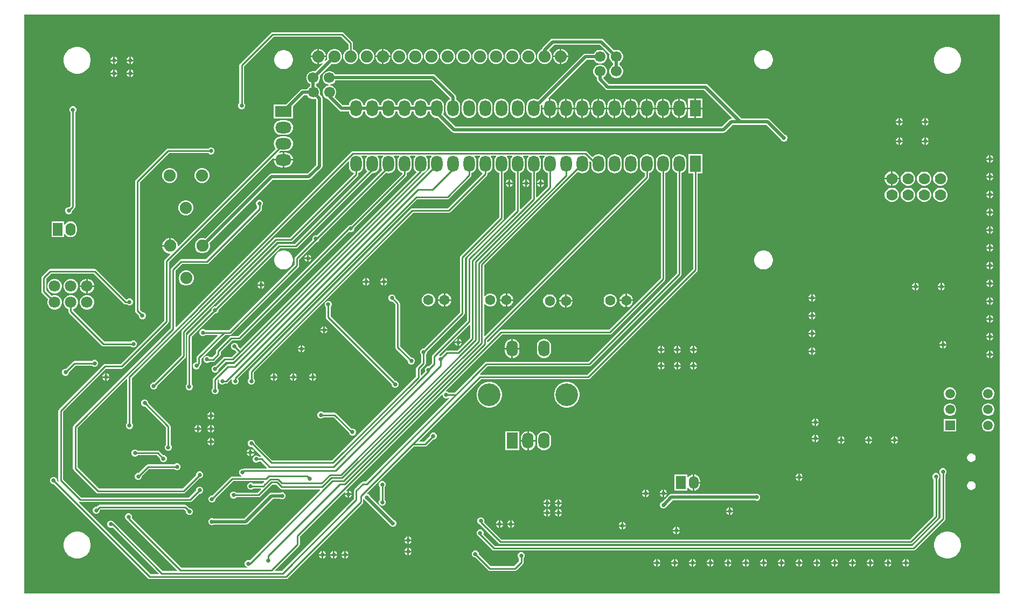
<source format=gbl>
G04*
G04 #@! TF.GenerationSoftware,Altium Limited,CircuitMaker,2.2.1 (2.2.1.6)*
G04*
G04 Layer_Physical_Order=2*
G04 Layer_Color=11436288*
%FSLAX25Y25*%
%MOIN*%
G70*
G04*
G04 #@! TF.SameCoordinates,F28D2559-F737-4891-B1EB-476E9D30A9FA*
G04*
G04*
G04 #@! TF.FilePolarity,Positive*
G04*
G01*
G75*
%ADD10C,0.01000*%
%ADD88C,0.02000*%
%ADD91C,0.06299*%
%ADD92O,0.07087X0.10000*%
%ADD93R,0.07087X0.10000*%
%ADD94C,0.06693*%
%ADD95O,0.07000X0.10000*%
%ADD96C,0.14000*%
%ADD97R,0.07000X0.10000*%
%ADD98C,0.07500*%
%ADD99C,0.07087*%
%ADD100R,0.06000X0.08000*%
%ADD101O,0.06000X0.08000*%
%ADD102O,0.10000X0.07087*%
%ADD103R,0.10000X0.07087*%
%ADD104C,0.07000*%
%ADD105C,0.05905*%
%ADD106R,0.05905X0.05905*%
%ADD107C,0.02500*%
G36*
X1201000Y245000D02*
X597500D01*
Y603500D01*
X1201000D01*
Y245000D01*
D02*
G37*
%LPC*%
G36*
X794000Y592427D02*
X794000Y592427D01*
X751000D01*
X751000Y592427D01*
X750454Y592319D01*
X749991Y592009D01*
X749991Y592009D01*
X730991Y573009D01*
X730681Y572546D01*
X730573Y572000D01*
X730573Y572000D01*
Y548613D01*
X730177Y548218D01*
X729850Y547428D01*
Y546572D01*
X730177Y545782D01*
X730782Y545177D01*
X731572Y544850D01*
X732428D01*
X733218Y545177D01*
X733823Y545782D01*
X734150Y546572D01*
Y547428D01*
X733823Y548218D01*
X733427Y548613D01*
Y571409D01*
X751591Y589573D01*
X793409D01*
X797973Y585009D01*
Y581825D01*
X797605Y581727D01*
X796545Y581115D01*
X795679Y580249D01*
X795067Y579189D01*
X794750Y578006D01*
Y576782D01*
X795067Y575599D01*
X795679Y574539D01*
X796545Y573673D01*
X797605Y573061D01*
X798788Y572744D01*
X800012D01*
X801195Y573061D01*
X802255Y573673D01*
X803121Y574539D01*
X803733Y575599D01*
X804050Y576782D01*
Y578006D01*
X803733Y579189D01*
X803121Y580249D01*
X802255Y581115D01*
X801195Y581727D01*
X800827Y581825D01*
Y585600D01*
X800719Y586146D01*
X800409Y586609D01*
X800409Y586609D01*
X795009Y592009D01*
X794546Y592319D01*
X794000Y592427D01*
D02*
G37*
G36*
X930025Y582144D02*
X929900D01*
Y577894D01*
X934150D01*
Y578019D01*
X933826Y579227D01*
X933201Y580310D01*
X932317Y581195D01*
X931233Y581820D01*
X930025Y582144D01*
D02*
G37*
G36*
X928900D02*
X928775D01*
X927567Y581820D01*
X926483Y581195D01*
X925599Y580310D01*
X924974Y579227D01*
X924650Y578019D01*
Y577894D01*
X928900D01*
Y582144D01*
D02*
G37*
G36*
X820025D02*
X819900D01*
Y577894D01*
X824150D01*
Y578019D01*
X823826Y579227D01*
X823201Y580310D01*
X822317Y581195D01*
X821233Y581820D01*
X820025Y582144D01*
D02*
G37*
G36*
X818900D02*
X818775D01*
X817567Y581820D01*
X816483Y581195D01*
X815599Y580310D01*
X814974Y579227D01*
X814650Y578019D01*
Y577894D01*
X818900D01*
Y582144D01*
D02*
G37*
G36*
X780025D02*
X779900D01*
Y577894D01*
X784150D01*
Y578019D01*
X783826Y579227D01*
X783201Y580310D01*
X782317Y581195D01*
X781233Y581820D01*
X780025Y582144D01*
D02*
G37*
G36*
X778900D02*
X778775D01*
X777567Y581820D01*
X776483Y581195D01*
X775599Y580310D01*
X774974Y579227D01*
X774650Y578019D01*
Y577894D01*
X778900D01*
Y582144D01*
D02*
G37*
G36*
X663500Y577228D02*
Y575500D01*
X665228D01*
X664908Y576274D01*
X664275Y576907D01*
X663500Y577228D01*
D02*
G37*
G36*
X662500D02*
X661726Y576907D01*
X661093Y576274D01*
X660772Y575500D01*
X662500D01*
Y577228D01*
D02*
G37*
G36*
X653500D02*
Y575500D01*
X655228D01*
X654908Y576274D01*
X654275Y576907D01*
X653500Y577228D01*
D02*
G37*
G36*
X652500D02*
X651725Y576907D01*
X651092Y576274D01*
X650772Y575500D01*
X652500D01*
Y577228D01*
D02*
G37*
G36*
X790012Y582044D02*
X788788D01*
X787605Y581727D01*
X786545Y581115D01*
X785679Y580249D01*
X785067Y579189D01*
X784750Y578006D01*
Y576782D01*
X785024Y575758D01*
X783825Y574559D01*
X783425Y574866D01*
X783826Y575560D01*
X784150Y576768D01*
Y576894D01*
X779900D01*
Y572644D01*
X780025D01*
X781233Y572967D01*
X781928Y573369D01*
X782235Y572968D01*
X777548Y568282D01*
X776784Y568486D01*
X775666D01*
X774586Y568197D01*
X773618Y567638D01*
X772827Y566847D01*
X772268Y565879D01*
X771979Y564799D01*
Y563681D01*
X772268Y562601D01*
X772827Y561632D01*
X773618Y560842D01*
X774288Y560455D01*
Y559016D01*
X773668Y558658D01*
X772877Y557867D01*
X772490Y557197D01*
X769660D01*
X768919Y557050D01*
X768290Y556630D01*
X759504Y547843D01*
X751900D01*
Y538957D01*
X763700D01*
Y546560D01*
X770463Y553323D01*
X772490D01*
X772877Y552653D01*
X773668Y551862D01*
X774636Y551303D01*
X775716Y551014D01*
X776834D01*
X777582Y551214D01*
X778063Y550733D01*
Y510302D01*
X772698Y504937D01*
X750401D01*
X749659Y504790D01*
X749031Y504370D01*
X709265Y464604D01*
X708241Y464879D01*
X707017D01*
X705834Y464562D01*
X704774Y463949D01*
X703908Y463084D01*
X703296Y462023D01*
X702979Y460841D01*
Y459616D01*
X703296Y458434D01*
X703908Y457373D01*
X704774Y456508D01*
X705834Y455896D01*
X707017Y455579D01*
X708241D01*
X709424Y455896D01*
X710484Y456508D01*
X711350Y457373D01*
X711962Y458434D01*
X712279Y459616D01*
Y460841D01*
X712005Y461865D01*
X751203Y501063D01*
X773500D01*
X774241Y501210D01*
X774870Y501630D01*
X781370Y508130D01*
X781790Y508759D01*
X781937Y509500D01*
Y551535D01*
X781790Y552276D01*
X781370Y552905D01*
X780321Y553954D01*
X780521Y554701D01*
Y555819D01*
X780232Y556899D01*
X779673Y557867D01*
X778882Y558658D01*
X778162Y559074D01*
Y560455D01*
X778832Y560842D01*
X779623Y561632D01*
X780182Y562601D01*
X780472Y563681D01*
Y564799D01*
X780276Y565530D01*
X787764Y573018D01*
X788788Y572744D01*
X790012D01*
X791195Y573061D01*
X792255Y573673D01*
X793121Y574539D01*
X793733Y575599D01*
X794050Y576782D01*
Y578006D01*
X793733Y579189D01*
X793121Y580249D01*
X792255Y581115D01*
X791195Y581727D01*
X790012Y582044D01*
D02*
G37*
G36*
X954334Y581506D02*
X953216D01*
X952136Y581217D01*
X951168Y580658D01*
X950377Y579868D01*
X949990Y579197D01*
X944660D01*
X943919Y579050D01*
X943290Y578630D01*
X915143Y550483D01*
X914941Y550638D01*
X913860Y551086D01*
X912700Y551238D01*
X911540Y551086D01*
X910459Y550638D01*
X909531Y549926D01*
X908819Y548997D01*
X908371Y547917D01*
X908218Y546757D01*
Y543843D01*
X908371Y542683D01*
X908819Y541603D01*
X909531Y540674D01*
X910459Y539962D01*
X911540Y539514D01*
X912700Y539362D01*
X913860Y539514D01*
X914941Y539962D01*
X915869Y540674D01*
X916581Y541603D01*
X917029Y542683D01*
X917182Y543843D01*
Y546757D01*
X917148Y547009D01*
X917722Y547582D01*
X918195Y547349D01*
X918118Y546757D01*
Y545800D01*
X922200D01*
Y551273D01*
X922108Y551261D01*
X921875Y551735D01*
X945463Y575323D01*
X949990D01*
X950377Y574653D01*
X951168Y573862D01*
X952136Y573303D01*
X953216Y573014D01*
X954334D01*
X955414Y573303D01*
X956382Y573862D01*
X957173Y574653D01*
X957732Y575621D01*
X958021Y576701D01*
Y577819D01*
X957732Y578899D01*
X957173Y579868D01*
X956382Y580658D01*
X955414Y581217D01*
X954334Y581506D01*
D02*
G37*
G36*
X665228Y574500D02*
X663500D01*
Y572772D01*
X664275Y573093D01*
X664908Y573726D01*
X665228Y574500D01*
D02*
G37*
G36*
X662500D02*
X660772D01*
X661093Y573726D01*
X661726Y573093D01*
X662500Y572772D01*
Y574500D01*
D02*
G37*
G36*
X655228D02*
X653500D01*
Y572772D01*
X654275Y573093D01*
X654908Y573726D01*
X655228Y574500D01*
D02*
G37*
G36*
X652500D02*
X650772D01*
X651092Y573726D01*
X651725Y573093D01*
X652500Y572772D01*
Y574500D01*
D02*
G37*
G36*
X910012Y582044D02*
X908788D01*
X907605Y581727D01*
X906545Y581115D01*
X905679Y580249D01*
X905067Y579189D01*
X904750Y578006D01*
Y576782D01*
X905067Y575599D01*
X905679Y574539D01*
X906545Y573673D01*
X907605Y573061D01*
X908788Y572744D01*
X910012D01*
X911195Y573061D01*
X912255Y573673D01*
X913121Y574539D01*
X913733Y575599D01*
X914050Y576782D01*
Y578006D01*
X913733Y579189D01*
X913121Y580249D01*
X912255Y581115D01*
X911195Y581727D01*
X910012Y582044D01*
D02*
G37*
G36*
X900012D02*
X898788D01*
X897605Y581727D01*
X896545Y581115D01*
X895679Y580249D01*
X895067Y579189D01*
X894750Y578006D01*
Y576782D01*
X895067Y575599D01*
X895679Y574539D01*
X896545Y573673D01*
X897605Y573061D01*
X898788Y572744D01*
X900012D01*
X901195Y573061D01*
X902255Y573673D01*
X903121Y574539D01*
X903733Y575599D01*
X904050Y576782D01*
Y578006D01*
X903733Y579189D01*
X903121Y580249D01*
X902255Y581115D01*
X901195Y581727D01*
X900012Y582044D01*
D02*
G37*
G36*
X890012D02*
X888788D01*
X887605Y581727D01*
X886545Y581115D01*
X885679Y580249D01*
X885067Y579189D01*
X884750Y578006D01*
Y576782D01*
X885067Y575599D01*
X885679Y574539D01*
X886545Y573673D01*
X887605Y573061D01*
X888788Y572744D01*
X890012D01*
X891195Y573061D01*
X892255Y573673D01*
X893121Y574539D01*
X893733Y575599D01*
X894050Y576782D01*
Y578006D01*
X893733Y579189D01*
X893121Y580249D01*
X892255Y581115D01*
X891195Y581727D01*
X890012Y582044D01*
D02*
G37*
G36*
X880012D02*
X878788D01*
X877605Y581727D01*
X876545Y581115D01*
X875679Y580249D01*
X875067Y579189D01*
X874750Y578006D01*
Y576782D01*
X875067Y575599D01*
X875679Y574539D01*
X876545Y573673D01*
X877605Y573061D01*
X878788Y572744D01*
X880012D01*
X881195Y573061D01*
X882255Y573673D01*
X883121Y574539D01*
X883733Y575599D01*
X884050Y576782D01*
Y578006D01*
X883733Y579189D01*
X883121Y580249D01*
X882255Y581115D01*
X881195Y581727D01*
X880012Y582044D01*
D02*
G37*
G36*
X870012D02*
X868788D01*
X867605Y581727D01*
X866545Y581115D01*
X865679Y580249D01*
X865067Y579189D01*
X864750Y578006D01*
Y576782D01*
X865067Y575599D01*
X865679Y574539D01*
X866545Y573673D01*
X867605Y573061D01*
X868788Y572744D01*
X870012D01*
X871195Y573061D01*
X872255Y573673D01*
X873121Y574539D01*
X873733Y575599D01*
X874050Y576782D01*
Y578006D01*
X873733Y579189D01*
X873121Y580249D01*
X872255Y581115D01*
X871195Y581727D01*
X870012Y582044D01*
D02*
G37*
G36*
X860012D02*
X858788D01*
X857605Y581727D01*
X856545Y581115D01*
X855679Y580249D01*
X855067Y579189D01*
X854750Y578006D01*
Y576782D01*
X855067Y575599D01*
X855679Y574539D01*
X856545Y573673D01*
X857605Y573061D01*
X858788Y572744D01*
X860012D01*
X861195Y573061D01*
X862255Y573673D01*
X863121Y574539D01*
X863733Y575599D01*
X864050Y576782D01*
Y578006D01*
X863733Y579189D01*
X863121Y580249D01*
X862255Y581115D01*
X861195Y581727D01*
X860012Y582044D01*
D02*
G37*
G36*
X850012D02*
X848788D01*
X847605Y581727D01*
X846545Y581115D01*
X845679Y580249D01*
X845067Y579189D01*
X844750Y578006D01*
Y576782D01*
X845067Y575599D01*
X845679Y574539D01*
X846545Y573673D01*
X847605Y573061D01*
X848788Y572744D01*
X850012D01*
X851195Y573061D01*
X852255Y573673D01*
X853121Y574539D01*
X853733Y575599D01*
X854050Y576782D01*
Y578006D01*
X853733Y579189D01*
X853121Y580249D01*
X852255Y581115D01*
X851195Y581727D01*
X850012Y582044D01*
D02*
G37*
G36*
X840012D02*
X838788D01*
X837605Y581727D01*
X836545Y581115D01*
X835679Y580249D01*
X835067Y579189D01*
X834750Y578006D01*
Y576782D01*
X835067Y575599D01*
X835679Y574539D01*
X836545Y573673D01*
X837605Y573061D01*
X838788Y572744D01*
X840012D01*
X841195Y573061D01*
X842255Y573673D01*
X843121Y574539D01*
X843733Y575599D01*
X844050Y576782D01*
Y578006D01*
X843733Y579189D01*
X843121Y580249D01*
X842255Y581115D01*
X841195Y581727D01*
X840012Y582044D01*
D02*
G37*
G36*
X830012D02*
X828788D01*
X827605Y581727D01*
X826545Y581115D01*
X825679Y580249D01*
X825067Y579189D01*
X824750Y578006D01*
Y576782D01*
X825067Y575599D01*
X825679Y574539D01*
X826545Y573673D01*
X827605Y573061D01*
X828788Y572744D01*
X830012D01*
X831195Y573061D01*
X832255Y573673D01*
X833121Y574539D01*
X833733Y575599D01*
X834050Y576782D01*
Y578006D01*
X833733Y579189D01*
X833121Y580249D01*
X832255Y581115D01*
X831195Y581727D01*
X830012Y582044D01*
D02*
G37*
G36*
X810012D02*
X808788D01*
X807605Y581727D01*
X806545Y581115D01*
X805679Y580249D01*
X805067Y579189D01*
X804750Y578006D01*
Y576782D01*
X805067Y575599D01*
X805679Y574539D01*
X806545Y573673D01*
X807605Y573061D01*
X808788Y572744D01*
X810012D01*
X811195Y573061D01*
X812255Y573673D01*
X813121Y574539D01*
X813733Y575599D01*
X814050Y576782D01*
Y578006D01*
X813733Y579189D01*
X813121Y580249D01*
X812255Y581115D01*
X811195Y581727D01*
X810012Y582044D01*
D02*
G37*
G36*
X934150Y576894D02*
X929900D01*
Y572644D01*
X930025D01*
X931233Y572967D01*
X932317Y573593D01*
X933201Y574477D01*
X933826Y575560D01*
X934150Y576768D01*
Y576894D01*
D02*
G37*
G36*
X928900D02*
X924650D01*
Y576768D01*
X924974Y575560D01*
X925599Y574477D01*
X926483Y573593D01*
X927567Y572967D01*
X928775Y572644D01*
X928900D01*
Y576894D01*
D02*
G37*
G36*
X824150D02*
X819900D01*
Y572644D01*
X820025D01*
X821233Y572967D01*
X822317Y573593D01*
X823201Y574477D01*
X823826Y575560D01*
X824150Y576768D01*
Y576894D01*
D02*
G37*
G36*
X818900D02*
X814650D01*
Y576768D01*
X814974Y575560D01*
X815599Y574477D01*
X816483Y573593D01*
X817567Y572967D01*
X818775Y572644D01*
X818900D01*
Y576894D01*
D02*
G37*
G36*
X778900D02*
X774650D01*
Y576768D01*
X774974Y575560D01*
X775599Y574477D01*
X776483Y573593D01*
X777567Y572967D01*
X778775Y572644D01*
X778900D01*
Y576894D01*
D02*
G37*
G36*
X1055473Y581215D02*
X1054327D01*
X1053202Y580991D01*
X1052143Y580552D01*
X1051189Y579916D01*
X1050378Y579105D01*
X1049741Y578151D01*
X1049302Y577092D01*
X1049079Y575967D01*
Y574821D01*
X1049302Y573696D01*
X1049741Y572636D01*
X1050378Y571683D01*
X1051189Y570872D01*
X1052143Y570235D01*
X1053202Y569796D01*
X1054327Y569572D01*
X1055473D01*
X1056598Y569796D01*
X1057657Y570235D01*
X1058611Y570872D01*
X1059422Y571683D01*
X1060059Y572636D01*
X1060498Y573696D01*
X1060721Y574821D01*
Y575967D01*
X1060498Y577092D01*
X1060059Y578151D01*
X1059422Y579105D01*
X1058611Y579916D01*
X1057657Y580552D01*
X1056598Y580991D01*
X1055473Y581215D01*
D02*
G37*
G36*
X758473D02*
X757327D01*
X756202Y580991D01*
X755143Y580552D01*
X754189Y579916D01*
X753378Y579105D01*
X752741Y578151D01*
X752302Y577092D01*
X752079Y575967D01*
Y574821D01*
X752302Y573696D01*
X752741Y572636D01*
X753378Y571683D01*
X754189Y570872D01*
X755143Y570235D01*
X756202Y569796D01*
X757327Y569572D01*
X758473D01*
X759598Y569796D01*
X760657Y570235D01*
X761611Y570872D01*
X762422Y571683D01*
X763059Y572636D01*
X763498Y573696D01*
X763721Y574821D01*
Y575967D01*
X763498Y577092D01*
X763059Y578151D01*
X762422Y579105D01*
X761611Y579916D01*
X760657Y580552D01*
X759598Y580991D01*
X758473Y581215D01*
D02*
G37*
G36*
X663500Y569228D02*
Y567500D01*
X665228D01*
X664908Y568274D01*
X664275Y568907D01*
X663500Y569228D01*
D02*
G37*
G36*
X662500D02*
X661726Y568907D01*
X661093Y568274D01*
X660772Y567500D01*
X662500D01*
Y569228D01*
D02*
G37*
G36*
X653500D02*
Y567500D01*
X655228D01*
X654908Y568274D01*
X654275Y568907D01*
X653500Y569228D01*
D02*
G37*
G36*
X652500D02*
X651725Y568907D01*
X651092Y568274D01*
X650772Y567500D01*
X652500D01*
Y569228D01*
D02*
G37*
G36*
X1169522Y583450D02*
X1167878D01*
X1166264Y583129D01*
X1164745Y582500D01*
X1163377Y581586D01*
X1162214Y580423D01*
X1161300Y579055D01*
X1160671Y577536D01*
X1160350Y575922D01*
Y574278D01*
X1160671Y572664D01*
X1161300Y571145D01*
X1162214Y569777D01*
X1163377Y568614D01*
X1164745Y567700D01*
X1166264Y567071D01*
X1167878Y566750D01*
X1169522D01*
X1171136Y567071D01*
X1172655Y567700D01*
X1174023Y568614D01*
X1175186Y569777D01*
X1176100Y571145D01*
X1176729Y572664D01*
X1177050Y574278D01*
Y575922D01*
X1176729Y577536D01*
X1176100Y579055D01*
X1175186Y580423D01*
X1174023Y581586D01*
X1172655Y582500D01*
X1171136Y583129D01*
X1169522Y583450D01*
D02*
G37*
G36*
X631022D02*
X629378D01*
X627764Y583129D01*
X626245Y582500D01*
X624877Y581586D01*
X623714Y580423D01*
X622800Y579055D01*
X622171Y577536D01*
X621850Y575922D01*
Y574278D01*
X622171Y572664D01*
X622800Y571145D01*
X623714Y569777D01*
X624877Y568614D01*
X626245Y567700D01*
X627764Y567071D01*
X629378Y566750D01*
X631022D01*
X632636Y567071D01*
X634155Y567700D01*
X635523Y568614D01*
X636686Y569777D01*
X637600Y571145D01*
X638229Y572664D01*
X638550Y574278D01*
Y575922D01*
X638229Y577536D01*
X637600Y579055D01*
X636686Y580423D01*
X635523Y581586D01*
X634155Y582500D01*
X632636Y583129D01*
X631022Y583450D01*
D02*
G37*
G36*
X665228Y566500D02*
X663500D01*
Y564772D01*
X664275Y565093D01*
X664908Y565726D01*
X665228Y566500D01*
D02*
G37*
G36*
X662500D02*
X660772D01*
X661093Y565726D01*
X661726Y565093D01*
X662500Y564772D01*
Y566500D01*
D02*
G37*
G36*
X655228D02*
X653500D01*
Y564772D01*
X654275Y565093D01*
X654908Y565726D01*
X655228Y566500D01*
D02*
G37*
G36*
X652500D02*
X650772D01*
X651092Y565726D01*
X651725Y565093D01*
X652500Y564772D01*
Y566500D01*
D02*
G37*
G36*
X954535Y588437D02*
X924500D01*
X923759Y588290D01*
X923130Y587870D01*
X918030Y582770D01*
X917610Y582141D01*
X917518Y581676D01*
X916545Y581115D01*
X915679Y580249D01*
X915067Y579189D01*
X914750Y578006D01*
Y576782D01*
X915067Y575599D01*
X915679Y574539D01*
X916545Y573673D01*
X917605Y573061D01*
X918788Y572744D01*
X920012D01*
X921195Y573061D01*
X922255Y573673D01*
X923121Y574539D01*
X923733Y575599D01*
X924050Y576782D01*
Y578006D01*
X923733Y579189D01*
X923121Y580249D01*
X922345Y581025D01*
X922325Y581586D01*
X925302Y584563D01*
X953733D01*
X959729Y578567D01*
X959529Y577819D01*
Y576701D01*
X959818Y575621D01*
X960377Y574653D01*
X961168Y573862D01*
X961838Y573475D01*
Y572054D01*
X961118Y571638D01*
X960327Y570847D01*
X959768Y569879D01*
X959479Y568799D01*
Y567681D01*
X959768Y566601D01*
X960327Y565632D01*
X961118Y564842D01*
X962086Y564283D01*
X963166Y563994D01*
X964284D01*
X965364Y564283D01*
X966332Y564842D01*
X967123Y565632D01*
X967682Y566601D01*
X967972Y567681D01*
Y568799D01*
X967682Y569879D01*
X967123Y570847D01*
X966332Y571638D01*
X965712Y571996D01*
Y573475D01*
X966382Y573862D01*
X967173Y574653D01*
X967732Y575621D01*
X968021Y576701D01*
Y577819D01*
X967732Y578899D01*
X967173Y579868D01*
X966382Y580658D01*
X965414Y581217D01*
X964334Y581506D01*
X963216D01*
X962468Y581306D01*
X955905Y587870D01*
X955276Y588290D01*
X954535Y588437D01*
D02*
G37*
G36*
X1017243Y551300D02*
X1013200D01*
Y545800D01*
X1017243D01*
Y551300D01*
D02*
G37*
G36*
X983200Y551273D02*
Y545800D01*
X987282D01*
Y546757D01*
X987126Y547943D01*
X986669Y549048D01*
X985940Y549997D01*
X984991Y550725D01*
X983886Y551183D01*
X983200Y551273D01*
D02*
G37*
G36*
X933200D02*
Y545800D01*
X937282D01*
Y546757D01*
X937126Y547943D01*
X936669Y549048D01*
X935940Y549997D01*
X934991Y550725D01*
X933886Y551183D01*
X933200Y551273D01*
D02*
G37*
G36*
X1003200D02*
Y545800D01*
X1007283D01*
Y546757D01*
X1007126Y547943D01*
X1006669Y549048D01*
X1005940Y549997D01*
X1004991Y550725D01*
X1003886Y551183D01*
X1003200Y551273D01*
D02*
G37*
G36*
X993200D02*
Y545800D01*
X997283D01*
Y546757D01*
X997126Y547943D01*
X996669Y549048D01*
X995940Y549997D01*
X994991Y550725D01*
X993886Y551183D01*
X993200Y551273D01*
D02*
G37*
G36*
X963200D02*
Y545800D01*
X967282D01*
Y546757D01*
X967126Y547943D01*
X966669Y549048D01*
X965940Y549997D01*
X964991Y550725D01*
X963886Y551183D01*
X963200Y551273D01*
D02*
G37*
G36*
X953200D02*
Y545800D01*
X957283D01*
Y546757D01*
X957126Y547943D01*
X956669Y549048D01*
X955940Y549997D01*
X954991Y550725D01*
X953886Y551183D01*
X953200Y551273D01*
D02*
G37*
G36*
X923200D02*
Y545800D01*
X927283D01*
Y546757D01*
X927126Y547943D01*
X926669Y549048D01*
X925940Y549997D01*
X924991Y550725D01*
X923886Y551183D01*
X923200Y551273D01*
D02*
G37*
G36*
X973200D02*
Y545800D01*
X977283D01*
Y546757D01*
X977126Y547943D01*
X976669Y549048D01*
X975940Y549997D01*
X974991Y550725D01*
X973886Y551183D01*
X973200Y551273D01*
D02*
G37*
G36*
X943200D02*
Y545800D01*
X947283D01*
Y546757D01*
X947126Y547943D01*
X946669Y549048D01*
X945940Y549997D01*
X944991Y550725D01*
X943886Y551183D01*
X943200Y551273D01*
D02*
G37*
G36*
X1012200Y551300D02*
X1008157D01*
Y545800D01*
X1012200D01*
Y551300D01*
D02*
G37*
G36*
X932200Y551273D02*
X931514Y551183D01*
X930409Y550725D01*
X929460Y549997D01*
X928731Y549048D01*
X928274Y547943D01*
X928117Y546757D01*
Y545800D01*
X932200D01*
Y551273D01*
D02*
G37*
G36*
X1002200D02*
X1001514Y551183D01*
X1000409Y550725D01*
X999460Y549997D01*
X998731Y549048D01*
X998274Y547943D01*
X998118Y546757D01*
Y545800D01*
X1002200D01*
Y551273D01*
D02*
G37*
G36*
X992200D02*
X991514Y551183D01*
X990409Y550725D01*
X989460Y549997D01*
X988731Y549048D01*
X988274Y547943D01*
X988118Y546757D01*
Y545800D01*
X992200D01*
Y551273D01*
D02*
G37*
G36*
X982200D02*
X981514Y551183D01*
X980409Y550725D01*
X979460Y549997D01*
X978731Y549048D01*
X978274Y547943D01*
X978117Y546757D01*
Y545800D01*
X982200D01*
Y551273D01*
D02*
G37*
G36*
X952200D02*
X951514Y551183D01*
X950409Y550725D01*
X949460Y549997D01*
X948731Y549048D01*
X948274Y547943D01*
X948118Y546757D01*
Y545800D01*
X952200D01*
Y551273D01*
D02*
G37*
G36*
X972200D02*
X971514Y551183D01*
X970409Y550725D01*
X969460Y549997D01*
X968731Y549048D01*
X968274Y547943D01*
X968118Y546757D01*
Y545800D01*
X972200D01*
Y551273D01*
D02*
G37*
G36*
X962200D02*
X961514Y551183D01*
X960409Y550725D01*
X959460Y549997D01*
X958731Y549048D01*
X958274Y547943D01*
X958117Y546757D01*
Y545800D01*
X962200D01*
Y551273D01*
D02*
G37*
G36*
X942200D02*
X941514Y551183D01*
X940409Y550725D01*
X939460Y549997D01*
X938731Y549048D01*
X938274Y547943D01*
X938118Y546757D01*
Y545800D01*
X942200D01*
Y551273D01*
D02*
G37*
G36*
X902700Y551238D02*
X901540Y551086D01*
X900459Y550638D01*
X899531Y549926D01*
X898819Y548997D01*
X898371Y547917D01*
X898218Y546757D01*
Y543843D01*
X898371Y542683D01*
X898819Y541603D01*
X899531Y540674D01*
X900459Y539962D01*
X901540Y539514D01*
X902700Y539362D01*
X903860Y539514D01*
X904941Y539962D01*
X905869Y540674D01*
X906581Y541603D01*
X907029Y542683D01*
X907182Y543843D01*
Y546757D01*
X907029Y547917D01*
X906581Y548997D01*
X905869Y549926D01*
X904941Y550638D01*
X903860Y551086D01*
X902700Y551238D01*
D02*
G37*
G36*
X892700D02*
X891540Y551086D01*
X890459Y550638D01*
X889531Y549926D01*
X888819Y548997D01*
X888371Y547917D01*
X888218Y546757D01*
Y543843D01*
X888371Y542683D01*
X888819Y541603D01*
X889531Y540674D01*
X890459Y539962D01*
X891540Y539514D01*
X892700Y539362D01*
X893860Y539514D01*
X894941Y539962D01*
X895869Y540674D01*
X896581Y541603D01*
X897029Y542683D01*
X897182Y543843D01*
Y546757D01*
X897029Y547917D01*
X896581Y548997D01*
X895869Y549926D01*
X894941Y550638D01*
X893860Y551086D01*
X892700Y551238D01*
D02*
G37*
G36*
X882700D02*
X881540Y551086D01*
X880459Y550638D01*
X879531Y549926D01*
X878819Y548997D01*
X878371Y547917D01*
X878218Y546757D01*
Y543843D01*
X878371Y542683D01*
X878819Y541603D01*
X879531Y540674D01*
X880459Y539962D01*
X881540Y539514D01*
X882700Y539362D01*
X883860Y539514D01*
X884941Y539962D01*
X885869Y540674D01*
X886581Y541603D01*
X887029Y542683D01*
X887182Y543843D01*
Y546757D01*
X887029Y547917D01*
X886581Y548997D01*
X885869Y549926D01*
X884941Y550638D01*
X883860Y551086D01*
X882700Y551238D01*
D02*
G37*
G36*
X872700D02*
X871540Y551086D01*
X870459Y550638D01*
X869531Y549926D01*
X868819Y548997D01*
X868371Y547917D01*
X868218Y546757D01*
Y543843D01*
X868371Y542683D01*
X868819Y541603D01*
X869531Y540674D01*
X870459Y539962D01*
X871540Y539514D01*
X872700Y539362D01*
X873860Y539514D01*
X874941Y539962D01*
X875869Y540674D01*
X876581Y541603D01*
X877029Y542683D01*
X877182Y543843D01*
Y546757D01*
X877029Y547917D01*
X876581Y548997D01*
X875869Y549926D01*
X874941Y550638D01*
X873860Y551086D01*
X872700Y551238D01*
D02*
G37*
G36*
X954284Y572486D02*
X953166D01*
X952086Y572197D01*
X951118Y571638D01*
X950327Y570847D01*
X949768Y569879D01*
X949479Y568799D01*
Y567681D01*
X949768Y566601D01*
X950327Y565632D01*
X951118Y564842D01*
X951788Y564455D01*
Y563275D01*
X951935Y562534D01*
X952355Y561905D01*
X957130Y557130D01*
X957759Y556710D01*
X958500Y556563D01*
X1018198D01*
X1035361Y539399D01*
X1035170Y538937D01*
X1035000D01*
X1034259Y538790D01*
X1033630Y538370D01*
X1029198Y533937D01*
X864302D01*
X856598Y541642D01*
X857029Y542683D01*
X857182Y543843D01*
Y546757D01*
X857029Y547917D01*
X856581Y548997D01*
X855869Y549926D01*
X854941Y550638D01*
X853860Y551086D01*
X852700Y551238D01*
X851540Y551086D01*
X850459Y550638D01*
X849531Y549926D01*
X848819Y548997D01*
X848371Y547917D01*
X848282Y547237D01*
X847118D01*
X847029Y547917D01*
X846581Y548997D01*
X845869Y549926D01*
X844941Y550638D01*
X843860Y551086D01*
X842700Y551238D01*
X841540Y551086D01*
X840459Y550638D01*
X839531Y549926D01*
X838819Y548997D01*
X838371Y547917D01*
X838282Y547237D01*
X837118D01*
X837029Y547917D01*
X836581Y548997D01*
X835869Y549926D01*
X834941Y550638D01*
X833860Y551086D01*
X832700Y551238D01*
X831540Y551086D01*
X830459Y550638D01*
X829531Y549926D01*
X828819Y548997D01*
X828371Y547917D01*
X828282Y547237D01*
X827118D01*
X827029Y547917D01*
X826581Y548997D01*
X825869Y549926D01*
X824941Y550638D01*
X823860Y551086D01*
X822700Y551238D01*
X821540Y551086D01*
X820459Y550638D01*
X819531Y549926D01*
X818819Y548997D01*
X818371Y547917D01*
X818282Y547237D01*
X817118D01*
X817029Y547917D01*
X816581Y548997D01*
X815869Y549926D01*
X814941Y550638D01*
X813860Y551086D01*
X812700Y551238D01*
X811540Y551086D01*
X810459Y550638D01*
X809531Y549926D01*
X808819Y548997D01*
X808371Y547917D01*
X808282Y547237D01*
X807118D01*
X807029Y547917D01*
X806581Y548997D01*
X805869Y549926D01*
X804941Y550638D01*
X803860Y551086D01*
X802700Y551238D01*
X801540Y551086D01*
X800459Y550638D01*
X799531Y549926D01*
X798819Y548997D01*
X798371Y547917D01*
X798282Y547237D01*
X794537D01*
X789397Y552377D01*
X789673Y552653D01*
X790232Y553621D01*
X790521Y554701D01*
Y555819D01*
X790232Y556899D01*
X789673Y557867D01*
X788882Y558658D01*
X787914Y559217D01*
X786834Y559507D01*
X786816D01*
X786784Y559994D01*
X787864Y560283D01*
X788832Y560842D01*
X789623Y561632D01*
X790160Y562563D01*
X849698D01*
X860763Y551498D01*
Y550764D01*
X860459Y550638D01*
X859531Y549926D01*
X858819Y548997D01*
X858371Y547917D01*
X858218Y546757D01*
Y543843D01*
X858371Y542683D01*
X858819Y541603D01*
X859531Y540674D01*
X860459Y539962D01*
X861540Y539514D01*
X862700Y539362D01*
X863860Y539514D01*
X864941Y539962D01*
X865869Y540674D01*
X866581Y541603D01*
X867029Y542683D01*
X867182Y543843D01*
Y546757D01*
X867029Y547917D01*
X866581Y548997D01*
X865869Y549926D01*
X864941Y550638D01*
X864637Y550764D01*
Y552300D01*
X864490Y553041D01*
X864070Y553670D01*
X851870Y565870D01*
X851241Y566290D01*
X850500Y566437D01*
X789860D01*
X789623Y566847D01*
X788832Y567638D01*
X787864Y568197D01*
X786784Y568486D01*
X785666D01*
X784586Y568197D01*
X783618Y567638D01*
X782827Y566847D01*
X782268Y565879D01*
X781979Y564799D01*
Y563681D01*
X782268Y562601D01*
X782827Y561632D01*
X783618Y560842D01*
X784586Y560283D01*
X785666Y559994D01*
X785684D01*
X785716Y559507D01*
X784636Y559217D01*
X783668Y558658D01*
X782877Y557867D01*
X782318Y556899D01*
X782028Y555819D01*
Y554701D01*
X782318Y553621D01*
X782877Y552653D01*
X783668Y551862D01*
X784636Y551303D01*
X785123Y551172D01*
X792365Y543930D01*
X792994Y543510D01*
X793735Y543363D01*
X798282D01*
X798371Y542683D01*
X798819Y541603D01*
X799531Y540674D01*
X800459Y539962D01*
X801540Y539514D01*
X802700Y539362D01*
X803860Y539514D01*
X804941Y539962D01*
X805869Y540674D01*
X806581Y541603D01*
X807029Y542683D01*
X807118Y543363D01*
X808282D01*
X808371Y542683D01*
X808819Y541603D01*
X809531Y540674D01*
X810459Y539962D01*
X811540Y539514D01*
X812700Y539362D01*
X813860Y539514D01*
X814941Y539962D01*
X815869Y540674D01*
X816581Y541603D01*
X817029Y542683D01*
X817118Y543363D01*
X818282D01*
X818371Y542683D01*
X818819Y541603D01*
X819531Y540674D01*
X820459Y539962D01*
X821540Y539514D01*
X822700Y539362D01*
X823860Y539514D01*
X824941Y539962D01*
X825869Y540674D01*
X826581Y541603D01*
X827029Y542683D01*
X827118Y543363D01*
X828282D01*
X828371Y542683D01*
X828819Y541603D01*
X829531Y540674D01*
X830459Y539962D01*
X831540Y539514D01*
X832700Y539362D01*
X833860Y539514D01*
X834941Y539962D01*
X835869Y540674D01*
X836581Y541603D01*
X837029Y542683D01*
X837118Y543363D01*
X838282D01*
X838371Y542683D01*
X838819Y541603D01*
X839531Y540674D01*
X840459Y539962D01*
X841540Y539514D01*
X842700Y539362D01*
X843860Y539514D01*
X844941Y539962D01*
X845869Y540674D01*
X846581Y541603D01*
X847029Y542683D01*
X847118Y543363D01*
X848282D01*
X848371Y542683D01*
X848819Y541603D01*
X849531Y540674D01*
X850459Y539962D01*
X851540Y539514D01*
X852700Y539362D01*
X853317Y539443D01*
X862130Y530630D01*
X862759Y530210D01*
X863500Y530063D01*
X1030000D01*
X1030741Y530210D01*
X1031370Y530630D01*
X1035802Y535063D01*
X1056698D01*
X1065464Y526296D01*
X1065677Y525782D01*
X1066282Y525177D01*
X1067072Y524850D01*
X1067928D01*
X1068718Y525177D01*
X1069323Y525782D01*
X1069650Y526572D01*
Y527428D01*
X1069323Y528218D01*
X1068718Y528823D01*
X1068204Y529036D01*
X1058870Y538370D01*
X1058241Y538790D01*
X1057500Y538937D01*
X1041302D01*
X1020370Y559870D01*
X1019741Y560290D01*
X1019000Y560437D01*
X959302D01*
X955740Y563999D01*
X955786Y564526D01*
X956332Y564842D01*
X957123Y565632D01*
X957682Y566601D01*
X957971Y567681D01*
Y568799D01*
X957682Y569879D01*
X957123Y570847D01*
X956332Y571638D01*
X955364Y572197D01*
X954284Y572486D01*
D02*
G37*
G36*
X1007283Y544800D02*
X1003200D01*
Y539327D01*
X1003886Y539417D01*
X1004991Y539875D01*
X1005940Y540603D01*
X1006669Y541552D01*
X1007126Y542657D01*
X1007283Y543843D01*
Y544800D01*
D02*
G37*
G36*
X997283D02*
X993200D01*
Y539327D01*
X993886Y539417D01*
X994991Y539875D01*
X995940Y540603D01*
X996669Y541552D01*
X997126Y542657D01*
X997283Y543843D01*
Y544800D01*
D02*
G37*
G36*
X987282D02*
X983200D01*
Y539327D01*
X983886Y539417D01*
X984991Y539875D01*
X985940Y540603D01*
X986669Y541552D01*
X987126Y542657D01*
X987282Y543843D01*
Y544800D01*
D02*
G37*
G36*
X977283D02*
X973200D01*
Y539327D01*
X973886Y539417D01*
X974991Y539875D01*
X975940Y540603D01*
X976669Y541552D01*
X977126Y542657D01*
X977283Y543843D01*
Y544800D01*
D02*
G37*
G36*
X967282D02*
X963200D01*
Y539327D01*
X963886Y539417D01*
X964991Y539875D01*
X965940Y540603D01*
X966669Y541552D01*
X967126Y542657D01*
X967282Y543843D01*
Y544800D01*
D02*
G37*
G36*
X957283D02*
X953200D01*
Y539327D01*
X953886Y539417D01*
X954991Y539875D01*
X955940Y540603D01*
X956669Y541552D01*
X957126Y542657D01*
X957283Y543843D01*
Y544800D01*
D02*
G37*
G36*
X947283D02*
X943200D01*
Y539327D01*
X943886Y539417D01*
X944991Y539875D01*
X945940Y540603D01*
X946669Y541552D01*
X947126Y542657D01*
X947283Y543843D01*
Y544800D01*
D02*
G37*
G36*
X937282D02*
X933200D01*
Y539327D01*
X933886Y539417D01*
X934991Y539875D01*
X935940Y540603D01*
X936669Y541552D01*
X937126Y542657D01*
X937282Y543843D01*
Y544800D01*
D02*
G37*
G36*
X927283D02*
X923200D01*
Y539327D01*
X923886Y539417D01*
X924991Y539875D01*
X925940Y540603D01*
X926669Y541552D01*
X927126Y542657D01*
X927283Y543843D01*
Y544800D01*
D02*
G37*
G36*
X1002200D02*
X998118D01*
Y543843D01*
X998274Y542657D01*
X998731Y541552D01*
X999460Y540603D01*
X1000409Y539875D01*
X1001514Y539417D01*
X1002200Y539327D01*
Y544800D01*
D02*
G37*
G36*
X992200D02*
X988118D01*
Y543843D01*
X988274Y542657D01*
X988731Y541552D01*
X989460Y540603D01*
X990409Y539875D01*
X991514Y539417D01*
X992200Y539327D01*
Y544800D01*
D02*
G37*
G36*
X982200D02*
X978117D01*
Y543843D01*
X978274Y542657D01*
X978731Y541552D01*
X979460Y540603D01*
X980409Y539875D01*
X981514Y539417D01*
X982200Y539327D01*
Y544800D01*
D02*
G37*
G36*
X972200D02*
X968118D01*
Y543843D01*
X968274Y542657D01*
X968731Y541552D01*
X969460Y540603D01*
X970409Y539875D01*
X971514Y539417D01*
X972200Y539327D01*
Y544800D01*
D02*
G37*
G36*
X962200D02*
X958117D01*
Y543843D01*
X958274Y542657D01*
X958731Y541552D01*
X959460Y540603D01*
X960409Y539875D01*
X961514Y539417D01*
X962200Y539327D01*
Y544800D01*
D02*
G37*
G36*
X952200D02*
X948118D01*
Y543843D01*
X948274Y542657D01*
X948731Y541552D01*
X949460Y540603D01*
X950409Y539875D01*
X951514Y539417D01*
X952200Y539327D01*
Y544800D01*
D02*
G37*
G36*
X942200D02*
X938118D01*
Y543843D01*
X938274Y542657D01*
X938731Y541552D01*
X939460Y540603D01*
X940409Y539875D01*
X941514Y539417D01*
X942200Y539327D01*
Y544800D01*
D02*
G37*
G36*
X932200D02*
X928117D01*
Y543843D01*
X928274Y542657D01*
X928731Y541552D01*
X929460Y540603D01*
X930409Y539875D01*
X931514Y539417D01*
X932200Y539327D01*
Y544800D01*
D02*
G37*
G36*
X922200D02*
X918118D01*
Y543843D01*
X918274Y542657D01*
X918731Y541552D01*
X919460Y540603D01*
X920409Y539875D01*
X921514Y539417D01*
X922200Y539327D01*
Y544800D01*
D02*
G37*
G36*
X1017243D02*
X1013200D01*
Y539300D01*
X1017243D01*
Y544800D01*
D02*
G37*
G36*
X1012200D02*
X1008157D01*
Y539300D01*
X1012200D01*
Y544800D01*
D02*
G37*
G36*
X1155500Y539228D02*
Y537500D01*
X1157228D01*
X1156907Y538274D01*
X1156275Y538907D01*
X1155500Y539228D01*
D02*
G37*
G36*
X1154500D02*
X1153726Y538907D01*
X1153092Y538274D01*
X1152772Y537500D01*
X1154500D01*
Y539228D01*
D02*
G37*
G36*
X1139500D02*
Y537500D01*
X1141228D01*
X1140907Y538274D01*
X1140275Y538907D01*
X1139500Y539228D01*
D02*
G37*
G36*
X1138500D02*
X1137726Y538907D01*
X1137092Y538274D01*
X1136772Y537500D01*
X1138500D01*
Y539228D01*
D02*
G37*
G36*
X1157228Y536500D02*
X1155500D01*
Y534772D01*
X1156275Y535092D01*
X1156907Y535725D01*
X1157228Y536500D01*
D02*
G37*
G36*
X1154500D02*
X1152772D01*
X1153092Y535725D01*
X1153726Y535092D01*
X1154500Y534772D01*
Y536500D01*
D02*
G37*
G36*
X1141228D02*
X1139500D01*
Y534772D01*
X1140275Y535092D01*
X1140907Y535725D01*
X1141228Y536500D01*
D02*
G37*
G36*
X1138500D02*
X1136772D01*
X1137092Y535725D01*
X1137726Y535092D01*
X1138500Y534772D01*
Y536500D01*
D02*
G37*
G36*
X759257Y537882D02*
X756343D01*
X755183Y537729D01*
X754103Y537281D01*
X753174Y536569D01*
X752462Y535641D01*
X752014Y534560D01*
X751862Y533400D01*
X752014Y532240D01*
X752462Y531159D01*
X753174Y530231D01*
X754103Y529519D01*
X755183Y529071D01*
X756343Y528918D01*
X759257D01*
X760417Y529071D01*
X761497Y529519D01*
X762426Y530231D01*
X763138Y531159D01*
X763586Y532240D01*
X763738Y533400D01*
X763586Y534560D01*
X763138Y535641D01*
X762426Y536569D01*
X761497Y537281D01*
X760417Y537729D01*
X759257Y537882D01*
D02*
G37*
G36*
X1155500Y527228D02*
Y525500D01*
X1157228D01*
X1156907Y526274D01*
X1156275Y526907D01*
X1155500Y527228D01*
D02*
G37*
G36*
X1154500D02*
X1153726Y526907D01*
X1153092Y526274D01*
X1152772Y525500D01*
X1154500D01*
Y527228D01*
D02*
G37*
G36*
X1139500D02*
Y525500D01*
X1141228D01*
X1140907Y526274D01*
X1140275Y526907D01*
X1139500Y527228D01*
D02*
G37*
G36*
X1138500D02*
X1137726Y526907D01*
X1137092Y526274D01*
X1136772Y525500D01*
X1138500D01*
Y527228D01*
D02*
G37*
G36*
X1157228Y524500D02*
X1155500D01*
Y522772D01*
X1156275Y523093D01*
X1156907Y523726D01*
X1157228Y524500D01*
D02*
G37*
G36*
X1154500D02*
X1152772D01*
X1153092Y523726D01*
X1153726Y523093D01*
X1154500Y522772D01*
Y524500D01*
D02*
G37*
G36*
X1141228D02*
X1139500D01*
Y522772D01*
X1140275Y523093D01*
X1140907Y523726D01*
X1141228Y524500D01*
D02*
G37*
G36*
X1138500D02*
X1136772D01*
X1137092Y523726D01*
X1137726Y523093D01*
X1138500Y522772D01*
Y524500D01*
D02*
G37*
G36*
X713428Y521150D02*
X712572D01*
X711782Y520823D01*
X711387Y520427D01*
X686500D01*
X686500Y520427D01*
X685954Y520319D01*
X685491Y520009D01*
X685491Y520009D01*
X666491Y501009D01*
X666181Y500546D01*
X666073Y500000D01*
X666073Y500000D01*
Y420000D01*
X666073Y420000D01*
X666181Y419454D01*
X666491Y418991D01*
X668350Y417131D01*
Y416572D01*
X668677Y415782D01*
X669282Y415177D01*
X670072Y414850D01*
X670928D01*
X671718Y415177D01*
X672323Y415782D01*
X672650Y416572D01*
Y417428D01*
X672323Y418218D01*
X671718Y418823D01*
X670928Y419150D01*
X670369D01*
X668927Y420591D01*
Y499409D01*
X687091Y517573D01*
X711387D01*
X711782Y517177D01*
X712572Y516850D01*
X713428D01*
X714218Y517177D01*
X714823Y517782D01*
X715150Y518572D01*
Y519428D01*
X714823Y520218D01*
X714218Y520823D01*
X713428Y521150D01*
D02*
G37*
G36*
X759257Y527882D02*
X756343D01*
X755183Y527729D01*
X754103Y527281D01*
X753174Y526569D01*
X752462Y525641D01*
X752014Y524560D01*
X751862Y523400D01*
X752014Y522240D01*
X752462Y521159D01*
X753054Y520388D01*
X692841Y460176D01*
X692379Y460367D01*
Y460854D01*
X692056Y462062D01*
X691430Y463145D01*
X690546Y464030D01*
X689463Y464655D01*
X688255Y464979D01*
X688129D01*
Y460229D01*
X687629D01*
Y459729D01*
X682879D01*
Y459603D01*
X683203Y458395D01*
X683828Y457312D01*
X684713Y456428D01*
X685796Y455802D01*
X687004Y455479D01*
X687490D01*
X687682Y455017D01*
X684491Y451826D01*
X684181Y451363D01*
X684073Y450816D01*
X684073Y450816D01*
Y414091D01*
X657009Y387027D01*
X647413D01*
X647413Y387027D01*
X646867Y386919D01*
X646404Y386609D01*
X646404Y386609D01*
X618991Y359196D01*
X618681Y358733D01*
X618573Y358187D01*
X618573Y358187D01*
Y315000D01*
X618573Y315000D01*
X618659Y314567D01*
X618255Y314276D01*
X618246Y314272D01*
X617650Y314869D01*
Y315428D01*
X617323Y316218D01*
X616718Y316823D01*
X615928Y317150D01*
X615072D01*
X614282Y316823D01*
X613677Y316218D01*
X613350Y315428D01*
Y314572D01*
X613677Y313782D01*
X614282Y313177D01*
X615072Y312850D01*
X615631D01*
X673991Y254491D01*
X673991Y254491D01*
X674454Y254181D01*
X675000Y254073D01*
X675000Y254073D01*
X759500D01*
X759500Y254073D01*
X760046Y254181D01*
X760509Y254491D01*
X806609Y300591D01*
X806609Y300591D01*
X806919Y301054D01*
X807027Y301600D01*
X807027Y301600D01*
Y303544D01*
X807527Y303644D01*
X807677Y303282D01*
X808282Y302677D01*
X808796Y302465D01*
X823464Y287796D01*
X823677Y287282D01*
X824282Y286677D01*
X825072Y286350D01*
X825928D01*
X826718Y286677D01*
X827323Y287282D01*
X827650Y288072D01*
Y288928D01*
X827323Y289718D01*
X826718Y290323D01*
X826204Y290535D01*
X811535Y305204D01*
X811323Y305718D01*
X810718Y306323D01*
X809928Y306650D01*
X809750D01*
X809543Y307150D01*
X838465Y336073D01*
X845500D01*
X845500Y336073D01*
X846046Y336181D01*
X846509Y336491D01*
X850369Y340350D01*
X850928D01*
X851718Y340677D01*
X852323Y341282D01*
X852650Y342072D01*
Y342928D01*
X852323Y343718D01*
X851718Y344323D01*
X850928Y344650D01*
X850072D01*
X849282Y344323D01*
X848677Y343718D01*
X848350Y342928D01*
Y342369D01*
X844909Y338927D01*
X841973D01*
X841782Y339389D01*
X879965Y377573D01*
X946500D01*
X946500Y377573D01*
X947046Y377681D01*
X947509Y377991D01*
X1013763Y444244D01*
X1014072Y444707D01*
X1014181Y445254D01*
X1014181Y445254D01*
Y505100D01*
X1017197D01*
Y516900D01*
X1008310D01*
Y505100D01*
X1011326D01*
Y445845D01*
X945909Y380427D01*
X879653D01*
X879446Y380927D01*
X884091Y385573D01*
X947000D01*
X947000Y385573D01*
X947546Y385681D01*
X948009Y385991D01*
X1003763Y441744D01*
X1003763Y441744D01*
X1004072Y442207D01*
X1004181Y442754D01*
X1004181Y442754D01*
Y505325D01*
X1004994Y505662D01*
X1005923Y506374D01*
X1006635Y507303D01*
X1007082Y508383D01*
X1007235Y509543D01*
Y512457D01*
X1007082Y513617D01*
X1006635Y514698D01*
X1005923Y515626D01*
X1004994Y516338D01*
X1003913Y516786D01*
X1002754Y516938D01*
X1001594Y516786D01*
X1000513Y516338D01*
X999585Y515626D01*
X998872Y514698D01*
X998425Y513617D01*
X998272Y512457D01*
Y509543D01*
X998425Y508383D01*
X998872Y507303D01*
X999585Y506374D01*
X1000513Y505662D01*
X1001326Y505325D01*
Y443345D01*
X946409Y388427D01*
X883500D01*
X883500Y388427D01*
X882954Y388319D01*
X882491Y388009D01*
X882491Y388009D01*
X863910Y369428D01*
X860113Y369428D01*
X859718Y369823D01*
X858928Y370150D01*
X858563D01*
X858356Y370650D01*
X893122Y405416D01*
X959843D01*
X959843Y405416D01*
X960390Y405525D01*
X960853Y405834D01*
X993763Y438744D01*
X993763Y438744D01*
X994072Y439207D01*
X994181Y439754D01*
X994181Y439754D01*
Y505325D01*
X994994Y505662D01*
X995923Y506374D01*
X996635Y507303D01*
X997083Y508383D01*
X997235Y509543D01*
Y512457D01*
X997083Y513617D01*
X996635Y514698D01*
X995923Y515626D01*
X994994Y516338D01*
X993913Y516786D01*
X992754Y516938D01*
X991594Y516786D01*
X990513Y516338D01*
X989585Y515626D01*
X988872Y514698D01*
X988425Y513617D01*
X988272Y512457D01*
Y509543D01*
X988425Y508383D01*
X988872Y507303D01*
X989585Y506374D01*
X990513Y505662D01*
X991326Y505325D01*
Y440345D01*
X959252Y408271D01*
X892531D01*
X892530Y408271D01*
X891984Y408162D01*
X891521Y407853D01*
X891521Y407853D01*
X884289Y400621D01*
X883827Y400812D01*
Y401809D01*
X983763Y501744D01*
X983763Y501744D01*
X984072Y502207D01*
X984181Y502754D01*
Y505325D01*
X984994Y505662D01*
X985923Y506374D01*
X986635Y507303D01*
X987082Y508383D01*
X987235Y509543D01*
Y512457D01*
X987082Y513617D01*
X986635Y514698D01*
X985923Y515626D01*
X984994Y516338D01*
X983914Y516786D01*
X982754Y516938D01*
X981594Y516786D01*
X980513Y516338D01*
X979585Y515626D01*
X978872Y514698D01*
X978425Y513617D01*
X978272Y512457D01*
Y509543D01*
X978425Y508383D01*
X978872Y507303D01*
X979585Y506374D01*
X980513Y505662D01*
X981326Y505325D01*
Y503345D01*
X882389Y404408D01*
X881927Y404599D01*
Y424308D01*
X882427Y424442D01*
X882559Y424213D01*
X883313Y423459D01*
X884237Y422926D01*
X885267Y422650D01*
X886333D01*
X887363Y422926D01*
X888286Y423459D01*
X889040Y424213D01*
X889574Y425137D01*
X889850Y426166D01*
Y427233D01*
X889574Y428263D01*
X889040Y429186D01*
X888286Y429940D01*
X887363Y430473D01*
X886333Y430749D01*
X885267D01*
X884237Y430473D01*
X883313Y429940D01*
X882559Y429186D01*
X882427Y428957D01*
X881927Y429091D01*
Y448155D01*
X939903Y506130D01*
X940513Y505662D01*
X941594Y505214D01*
X942754Y505062D01*
X943913Y505214D01*
X944994Y505662D01*
X945923Y506374D01*
X946635Y507303D01*
X947083Y508383D01*
X947235Y509543D01*
Y512240D01*
X947735Y512447D01*
X948272Y511910D01*
Y509543D01*
X948425Y508383D01*
X948872Y507303D01*
X949585Y506374D01*
X950513Y505662D01*
X951594Y505214D01*
X952754Y505062D01*
X953913Y505214D01*
X954994Y505662D01*
X955923Y506374D01*
X956635Y507303D01*
X957082Y508383D01*
X957235Y509543D01*
Y512457D01*
X957082Y513617D01*
X956635Y514698D01*
X955923Y515626D01*
X954994Y516338D01*
X953913Y516786D01*
X952754Y516938D01*
X951594Y516786D01*
X950513Y516338D01*
X949585Y515626D01*
X949385Y515366D01*
X948886Y515333D01*
X945811Y518409D01*
X945347Y518719D01*
X944801Y518827D01*
X944801Y518827D01*
X800706D01*
X800706Y518827D01*
X800343Y518755D01*
X800160Y518719D01*
X800160Y518719D01*
X800160Y518719D01*
X799974Y518594D01*
X799697Y518409D01*
X799697Y518409D01*
X796801Y515514D01*
X703670Y422383D01*
X703361Y421920D01*
X703351Y421870D01*
X691389Y409908D01*
X690927Y410099D01*
Y444909D01*
X695091Y449073D01*
X710500D01*
X710500Y449073D01*
X711046Y449181D01*
X711509Y449491D01*
X744009Y481991D01*
X744009Y481991D01*
X744319Y482454D01*
X744427Y483000D01*
X744427Y483000D01*
Y484887D01*
X744823Y485282D01*
X745150Y486072D01*
Y486928D01*
X744823Y487718D01*
X744218Y488323D01*
X743428Y488650D01*
X742572D01*
X741782Y488323D01*
X741177Y487718D01*
X740850Y486928D01*
Y486072D01*
X741177Y485282D01*
X741573Y484887D01*
Y483591D01*
X709909Y451927D01*
X694500D01*
X694500Y451927D01*
X693954Y451819D01*
X693491Y451509D01*
X693491Y451509D01*
X688491Y446509D01*
X688181Y446046D01*
X688073Y445500D01*
X688073Y445500D01*
Y409278D01*
X627991Y349196D01*
X627681Y348733D01*
X627573Y348187D01*
X627573Y348187D01*
Y322500D01*
X627573Y322500D01*
X627681Y321954D01*
X627991Y321491D01*
X641991Y307491D01*
X642454Y307181D01*
X643000Y307073D01*
X643000Y307073D01*
X696000D01*
X696000Y307073D01*
X696546Y307181D01*
X697009Y307491D01*
X705869Y316350D01*
X706428D01*
X707218Y316677D01*
X707823Y317282D01*
X708150Y318072D01*
Y318928D01*
X707823Y319718D01*
X707218Y320323D01*
X706428Y320650D01*
X705572D01*
X704782Y320323D01*
X704177Y319718D01*
X703850Y318928D01*
Y318369D01*
X695409Y309927D01*
X643591D01*
X630427Y323091D01*
Y347596D01*
X660611Y377779D01*
X661073Y377588D01*
Y350613D01*
X660677Y350218D01*
X660350Y349428D01*
Y348572D01*
X660677Y347782D01*
X661282Y347177D01*
X662072Y346850D01*
X662928D01*
X663718Y347177D01*
X664323Y347782D01*
X664650Y348572D01*
Y349428D01*
X664323Y350218D01*
X663927Y350613D01*
Y378409D01*
X705689Y420170D01*
X705689Y420170D01*
X705999Y420634D01*
X706008Y420684D01*
X797772Y512447D01*
X798272Y512240D01*
Y509543D01*
X798425Y508383D01*
X798872Y507303D01*
X799585Y506374D01*
X800513Y505662D01*
X801326Y505325D01*
Y504845D01*
X761909Y465427D01*
X753000D01*
X753000Y465427D01*
X752454Y465319D01*
X751991Y465009D01*
X736491Y449509D01*
X736491Y449509D01*
X695010Y408029D01*
X694701Y407566D01*
X694592Y407020D01*
X694592Y407020D01*
Y392611D01*
X677631Y375650D01*
X677072D01*
X676282Y375323D01*
X675677Y374718D01*
X675350Y373928D01*
Y373072D01*
X675677Y372282D01*
X676282Y371677D01*
X677072Y371350D01*
X677928D01*
X678718Y371677D01*
X679323Y372282D01*
X679650Y373072D01*
Y373631D01*
X697029Y391010D01*
X697029Y391010D01*
X697338Y391474D01*
X697447Y392020D01*
X697447Y392020D01*
Y406428D01*
X738509Y447491D01*
X738509Y447491D01*
X753591Y462573D01*
X762500D01*
X762500Y462573D01*
X763046Y462681D01*
X763509Y462991D01*
X803763Y503244D01*
X803763Y503244D01*
X804072Y503707D01*
X804181Y504254D01*
X804181Y504254D01*
Y505325D01*
X804994Y505662D01*
X805923Y506374D01*
X806635Y507303D01*
X807082Y508383D01*
X807235Y509543D01*
Y512457D01*
X807082Y513617D01*
X806635Y514698D01*
X806040Y515473D01*
X806246Y515973D01*
X809262D01*
X809467Y515473D01*
X808872Y514698D01*
X808425Y513617D01*
X808272Y512457D01*
Y509543D01*
X808425Y508383D01*
X808872Y507303D01*
X809585Y506374D01*
X809601Y506120D01*
X764909Y461427D01*
X755000D01*
X755000Y461427D01*
X754454Y461319D01*
X753991Y461009D01*
X753991Y461009D01*
X715649Y422668D01*
X715091D01*
X714300Y422341D01*
X713695Y421736D01*
X713368Y420946D01*
Y420387D01*
X698491Y405509D01*
X698181Y405046D01*
X698073Y404500D01*
X698073Y404500D01*
Y374613D01*
X697677Y374218D01*
X697350Y373428D01*
Y372572D01*
X697677Y371782D01*
X698282Y371177D01*
X699072Y370850D01*
X699928D01*
X700718Y371177D01*
X701323Y371782D01*
X701650Y372572D01*
Y373428D01*
X701323Y374218D01*
X700927Y374613D01*
Y403909D01*
X715387Y418368D01*
X715946D01*
X716736Y418695D01*
X717341Y419300D01*
X717668Y420090D01*
Y420649D01*
X755591Y458573D01*
X765500D01*
X765500Y458573D01*
X766046Y458681D01*
X766509Y458991D01*
X812601Y505082D01*
X812754Y505062D01*
X813914Y505214D01*
X814994Y505662D01*
X815923Y506374D01*
X816635Y507303D01*
X817083Y508383D01*
X817235Y509543D01*
Y512457D01*
X817083Y513617D01*
X816635Y514698D01*
X816040Y515473D01*
X816246Y515973D01*
X819261D01*
X819467Y515473D01*
X818872Y514698D01*
X818425Y513617D01*
X818272Y512457D01*
Y509543D01*
X818425Y508383D01*
X818872Y507303D01*
X818915Y507247D01*
X778348Y466679D01*
X778207Y466738D01*
X777352D01*
X776561Y466410D01*
X775957Y465805D01*
X775629Y465015D01*
Y464160D01*
X775688Y464019D01*
X765112Y453443D01*
X764802Y452981D01*
X764694Y452434D01*
X764694Y452434D01*
Y448580D01*
X724042Y407927D01*
X721000D01*
X721000Y407927D01*
X721000Y407927D01*
X709613D01*
X709218Y408323D01*
X708428Y408650D01*
X707572D01*
X706782Y408323D01*
X706177Y407718D01*
X705850Y406928D01*
Y406072D01*
X706177Y405282D01*
X706782Y404677D01*
X707572Y404350D01*
X708428D01*
X709218Y404677D01*
X709613Y405073D01*
X716901D01*
X717092Y404611D01*
X704491Y392009D01*
X704181Y391546D01*
X704073Y391000D01*
X704073Y391000D01*
Y388150D01*
X703572D01*
X702782Y387823D01*
X702177Y387218D01*
X701850Y386428D01*
Y385572D01*
X702177Y384782D01*
X702782Y384177D01*
X703572Y383850D01*
X704428D01*
X705218Y384177D01*
X705823Y384782D01*
X706150Y385572D01*
Y385999D01*
X706509Y386358D01*
X706509Y386358D01*
X706819Y386821D01*
X706927Y387367D01*
Y390409D01*
X721591Y405073D01*
X724633D01*
X724633Y405073D01*
X725179Y405181D01*
X725642Y405491D01*
X767131Y446979D01*
X767131Y446979D01*
X767440Y447442D01*
X767549Y447988D01*
X767549Y447989D01*
Y451843D01*
X778143Y462438D01*
X778207D01*
X778997Y462765D01*
X779602Y463370D01*
X779929Y464160D01*
Y464224D01*
X821117Y505412D01*
X821594Y505214D01*
X822754Y505062D01*
X823913Y505214D01*
X824994Y505662D01*
X825923Y506374D01*
X826635Y507303D01*
X827083Y508383D01*
X827235Y509543D01*
Y512457D01*
X827083Y513617D01*
X826635Y514698D01*
X826040Y515473D01*
X826246Y515973D01*
X829261D01*
X829467Y515473D01*
X828872Y514698D01*
X828425Y513617D01*
X828272Y512457D01*
Y509543D01*
X828425Y508383D01*
X828872Y507303D01*
X829585Y506374D01*
X830513Y505662D01*
X831326Y505325D01*
Y504845D01*
X799631Y473150D01*
X799072D01*
X798282Y472823D01*
X797677Y472218D01*
X797629Y472102D01*
X797491Y472009D01*
X797491Y472009D01*
X729909Y404427D01*
X725500D01*
X725500Y404427D01*
X724954Y404319D01*
X724491Y404009D01*
X724491Y404009D01*
X716491Y396009D01*
X716181Y395546D01*
X716073Y395000D01*
X716073Y395000D01*
Y393591D01*
X713749Y391267D01*
X712273D01*
X711718Y391823D01*
X710928Y392150D01*
X710072D01*
X709282Y391823D01*
X708677Y391218D01*
X708350Y390428D01*
Y389572D01*
X708677Y388782D01*
X709282Y388177D01*
X710072Y387850D01*
X710928D01*
X711718Y388177D01*
X711953Y388413D01*
X714340D01*
X714340Y388413D01*
X714886Y388521D01*
X715349Y388831D01*
X718509Y391991D01*
X718509Y391991D01*
X718819Y392454D01*
X718927Y393000D01*
Y394409D01*
X726091Y401573D01*
X730500D01*
X730500Y401573D01*
X731046Y401681D01*
X731509Y401991D01*
X798575Y469056D01*
X799072Y468850D01*
X799928D01*
X800718Y469177D01*
X801323Y469782D01*
X801650Y470572D01*
Y471131D01*
X833763Y503244D01*
X833763Y503244D01*
X834072Y503707D01*
X834181Y504254D01*
Y505325D01*
X834994Y505662D01*
X835923Y506374D01*
X836635Y507303D01*
X837082Y508383D01*
X837235Y509543D01*
Y512457D01*
X837082Y513617D01*
X836635Y514698D01*
X836040Y515473D01*
X836246Y515973D01*
X839262D01*
X839467Y515473D01*
X838872Y514698D01*
X838425Y513617D01*
X838272Y512457D01*
Y509543D01*
X838425Y508383D01*
X838872Y507303D01*
X839585Y506374D01*
X840003Y506053D01*
X840036Y505554D01*
X731000Y396519D01*
X729650Y397869D01*
Y398428D01*
X729323Y399218D01*
X728718Y399823D01*
X727928Y400150D01*
X727072D01*
X726282Y399823D01*
X725677Y399218D01*
X725350Y398428D01*
Y397572D01*
X725677Y396782D01*
X726282Y396177D01*
X727072Y395850D01*
X727631D01*
X728981Y394500D01*
X725809Y391327D01*
X721400D01*
X721400Y391327D01*
X720854Y391219D01*
X720391Y390909D01*
X715631Y386150D01*
X715072D01*
X714282Y385823D01*
X713677Y385218D01*
X713350Y384428D01*
Y383572D01*
X713677Y382782D01*
X714282Y382177D01*
X715072Y381850D01*
X715928D01*
X716718Y382177D01*
X717323Y382782D01*
X717650Y383572D01*
Y384131D01*
X721991Y388473D01*
X726400D01*
X726400Y388473D01*
X726946Y388581D01*
X727409Y388891D01*
X731693Y393174D01*
X732072Y393428D01*
X732326Y393807D01*
X843706Y505187D01*
X843913Y505214D01*
X844994Y505662D01*
X845923Y506374D01*
X846635Y507303D01*
X847083Y508383D01*
X847235Y509543D01*
Y512457D01*
X847083Y513617D01*
X846635Y514698D01*
X846040Y515473D01*
X846246Y515973D01*
X849261D01*
X849467Y515473D01*
X848872Y514698D01*
X848425Y513617D01*
X848272Y512457D01*
Y509543D01*
X848425Y508383D01*
X848499Y508205D01*
X727222Y386927D01*
X723485D01*
X723485Y386927D01*
X722938Y386819D01*
X722475Y386509D01*
X714491Y378525D01*
X714181Y378062D01*
X714073Y377515D01*
X714073Y377515D01*
Y372113D01*
X713677Y371718D01*
X713350Y370928D01*
Y370072D01*
X713677Y369282D01*
X714282Y368677D01*
X715072Y368350D01*
X715928D01*
X716718Y368677D01*
X717323Y369282D01*
X717650Y370072D01*
Y370928D01*
X717323Y371718D01*
X716927Y372113D01*
Y376924D01*
X717576Y377573D01*
X718000Y377289D01*
X717850Y376928D01*
Y376072D01*
X718177Y375282D01*
X718782Y374677D01*
X719572Y374350D01*
X720428D01*
X721218Y374677D01*
X721613Y375073D01*
X722500D01*
X722500Y375073D01*
X723046Y375181D01*
X723509Y375491D01*
X725565Y377546D01*
X725989Y377263D01*
X725850Y376928D01*
Y376072D01*
X726177Y375282D01*
X726782Y374677D01*
X727572Y374350D01*
X728428D01*
X729218Y374677D01*
X729823Y375282D01*
X730150Y376072D01*
Y376928D01*
X729823Y377718D01*
X729530Y378011D01*
X840591Y489073D01*
X859300D01*
X859300Y489073D01*
X859846Y489181D01*
X860309Y489491D01*
X873763Y502944D01*
X873763Y502944D01*
X874072Y503407D01*
X874181Y503954D01*
Y505325D01*
X874994Y505662D01*
X875923Y506374D01*
X876635Y507303D01*
X877083Y508383D01*
X877235Y509543D01*
Y512457D01*
X877083Y513617D01*
X876635Y514698D01*
X876040Y515473D01*
X876246Y515973D01*
X879261D01*
X879467Y515473D01*
X878872Y514698D01*
X878425Y513617D01*
X878272Y512457D01*
Y509543D01*
X878425Y508383D01*
X878872Y507303D01*
X879585Y506374D01*
X880513Y505662D01*
X880896Y505503D01*
X880994Y505013D01*
X859409Y483427D01*
X837500D01*
X837500Y483427D01*
X836954Y483319D01*
X836491Y483009D01*
X736991Y383509D01*
X736681Y383046D01*
X736573Y382500D01*
X736573Y382500D01*
Y378113D01*
X736177Y377718D01*
X735850Y376928D01*
Y376072D01*
X736177Y375282D01*
X736782Y374677D01*
X737572Y374350D01*
X738428D01*
X739218Y374677D01*
X739823Y375282D01*
X740150Y376072D01*
Y376928D01*
X739823Y377718D01*
X739427Y378113D01*
Y381909D01*
X838091Y480573D01*
X860000D01*
X860000Y480573D01*
X860546Y480681D01*
X861009Y480991D01*
X883763Y503744D01*
X884072Y504207D01*
X884181Y504754D01*
X884181Y504754D01*
Y505325D01*
X884994Y505662D01*
X885923Y506374D01*
X886635Y507303D01*
X887082Y508383D01*
X887235Y509543D01*
Y512457D01*
X887082Y513617D01*
X886635Y514698D01*
X886040Y515473D01*
X886246Y515973D01*
X889262D01*
X889467Y515473D01*
X888872Y514698D01*
X888425Y513617D01*
X888272Y512457D01*
Y509543D01*
X888425Y508383D01*
X888872Y507303D01*
X889585Y506374D01*
X890513Y505662D01*
X891326Y505325D01*
Y477845D01*
X867491Y454009D01*
X867181Y453546D01*
X867073Y453000D01*
X867073Y453000D01*
Y419091D01*
X844631Y396650D01*
X844072D01*
X843282Y396323D01*
X842677Y395718D01*
X842350Y394928D01*
Y394072D01*
X842677Y393282D01*
X843073Y392887D01*
Y388091D01*
X840291Y385309D01*
X839981Y384846D01*
X839873Y384300D01*
X839873Y384300D01*
Y379391D01*
X787909Y327427D01*
X750839D01*
X740150Y338116D01*
Y338428D01*
X739823Y339218D01*
X739218Y339823D01*
X738428Y340150D01*
X737572D01*
X736782Y339823D01*
X736177Y339218D01*
X735850Y338428D01*
Y337572D01*
X736177Y336782D01*
X736782Y336177D01*
X737572Y335850D01*
X738379D01*
X744052Y330177D01*
X743844Y329677D01*
X742613D01*
X742218Y330073D01*
X741428Y330400D01*
X740572D01*
X739782Y330073D01*
X739177Y329468D01*
X738850Y328678D01*
Y327822D01*
X739177Y327032D01*
X739782Y326427D01*
X740572Y326100D01*
X741428D01*
X742218Y326427D01*
X742613Y326823D01*
X743659D01*
X747554Y322927D01*
X747347Y322427D01*
X733500D01*
X732954Y322319D01*
X732701Y322150D01*
X732072D01*
X731282Y321823D01*
X730677Y321218D01*
X730350Y320428D01*
Y319572D01*
X730677Y318782D01*
X731282Y318177D01*
X731885Y317927D01*
X731786Y317427D01*
X726000D01*
X726000Y317427D01*
X725454Y317319D01*
X724991Y317009D01*
X713631Y305650D01*
X713072D01*
X712282Y305323D01*
X711677Y304718D01*
X711350Y303928D01*
Y303072D01*
X711677Y302282D01*
X712282Y301677D01*
X713072Y301350D01*
X713928D01*
X714718Y301677D01*
X715323Y302282D01*
X715650Y303072D01*
Y303631D01*
X726591Y314573D01*
X745698D01*
X745890Y314111D01*
X745191Y313412D01*
X745160Y313365D01*
X744722Y312927D01*
X739113D01*
X738718Y313323D01*
X737928Y313650D01*
X737072D01*
X736282Y313323D01*
X735677Y312718D01*
X735350Y311928D01*
Y311072D01*
X735677Y310282D01*
X736282Y309677D01*
X737072Y309350D01*
X737928D01*
X738718Y309677D01*
X739113Y310073D01*
X743901D01*
X744092Y309611D01*
X741909Y307427D01*
X728613D01*
X728218Y307823D01*
X727428Y308150D01*
X726572D01*
X725782Y307823D01*
X725177Y307218D01*
X724850Y306428D01*
Y305572D01*
X725177Y304782D01*
X725782Y304177D01*
X726572Y303850D01*
X727428D01*
X728218Y304177D01*
X728613Y304573D01*
X742500D01*
X742500Y304573D01*
X743046Y304681D01*
X743509Y304991D01*
X749109Y310591D01*
X749109Y310591D01*
X749140Y310637D01*
X750976Y312473D01*
X753024D01*
X755606Y309891D01*
X755606Y309891D01*
X756069Y309581D01*
X756615Y309473D01*
X756615Y309473D01*
X780301D01*
X780492Y309011D01*
X736925Y265444D01*
X736428Y265650D01*
X735572D01*
X734782Y265323D01*
X734177Y264718D01*
X733850Y263928D01*
Y263072D01*
X734177Y262282D01*
X734782Y261677D01*
X735385Y261427D01*
X735286Y260927D01*
X694591D01*
X663944Y291575D01*
X664150Y292072D01*
Y292928D01*
X663823Y293718D01*
X663218Y294323D01*
X662428Y294650D01*
X661572D01*
X660782Y294323D01*
X660177Y293718D01*
X659850Y292928D01*
Y292072D01*
X660177Y291282D01*
X660782Y290677D01*
X660898Y290629D01*
X660991Y290491D01*
X692092Y259389D01*
X691901Y258927D01*
X683091D01*
X653009Y289009D01*
X652871Y289102D01*
X652823Y289218D01*
X652218Y289823D01*
X651428Y290150D01*
X650572D01*
X649782Y289823D01*
X649177Y289218D01*
X648850Y288428D01*
Y287572D01*
X649177Y286782D01*
X649782Y286177D01*
X650572Y285850D01*
X651428D01*
X651925Y286056D01*
X680592Y257389D01*
X680401Y256927D01*
X675591D01*
X631272Y301246D01*
X631276Y301255D01*
X631567Y301659D01*
X632000Y301573D01*
X700000D01*
X700000Y301573D01*
X700546Y301681D01*
X701009Y301991D01*
X705869Y306850D01*
X706428D01*
X707218Y307177D01*
X707823Y307782D01*
X708150Y308572D01*
Y309428D01*
X707823Y310218D01*
X707218Y310823D01*
X706428Y311150D01*
X705572D01*
X704782Y310823D01*
X704177Y310218D01*
X703850Y309428D01*
Y308869D01*
X699409Y304427D01*
X632591D01*
X621427Y315591D01*
Y357596D01*
X648004Y384173D01*
X657600D01*
X657600Y384173D01*
X658146Y384281D01*
X658609Y384591D01*
X686509Y412491D01*
X686509Y412491D01*
X686819Y412954D01*
X686927Y413500D01*
X686927Y413500D01*
Y450225D01*
X751513Y514811D01*
X751905Y514495D01*
X751827Y513900D01*
X757300D01*
Y517982D01*
X756343D01*
X755248Y517838D01*
X754932Y518230D01*
X755705Y519002D01*
X756343Y518918D01*
X759257D01*
X760417Y519071D01*
X761497Y519519D01*
X762426Y520231D01*
X763138Y521159D01*
X763586Y522240D01*
X763738Y523400D01*
X763586Y524560D01*
X763138Y525641D01*
X762426Y526569D01*
X761497Y527281D01*
X760417Y527729D01*
X759257Y527882D01*
D02*
G37*
G36*
X1195500Y516228D02*
Y514500D01*
X1197228D01*
X1196908Y515274D01*
X1196274Y515907D01*
X1195500Y516228D01*
D02*
G37*
G36*
X1194500D02*
X1193725Y515907D01*
X1193093Y515274D01*
X1192772Y514500D01*
X1194500D01*
Y516228D01*
D02*
G37*
G36*
X759257Y517982D02*
X758300D01*
Y513900D01*
X763773D01*
X763683Y514586D01*
X763225Y515691D01*
X762497Y516640D01*
X761548Y517369D01*
X760443Y517826D01*
X759257Y517982D01*
D02*
G37*
G36*
X1197228Y513500D02*
X1195500D01*
Y511772D01*
X1196274Y512092D01*
X1196908Y512725D01*
X1197228Y513500D01*
D02*
G37*
G36*
X1194500D02*
X1192772D01*
X1193093Y512725D01*
X1193725Y512092D01*
X1194500Y511772D01*
Y513500D01*
D02*
G37*
G36*
X763773Y512900D02*
X758300D01*
Y508817D01*
X759257D01*
X760443Y508974D01*
X761548Y509431D01*
X762497Y510160D01*
X763225Y511109D01*
X763683Y512214D01*
X763773Y512900D01*
D02*
G37*
G36*
X757300D02*
X751827D01*
X751917Y512214D01*
X752375Y511109D01*
X753103Y510160D01*
X754052Y509431D01*
X755157Y508974D01*
X756343Y508817D01*
X757300D01*
Y512900D01*
D02*
G37*
G36*
X972754Y516938D02*
X971594Y516786D01*
X970513Y516338D01*
X969585Y515626D01*
X968872Y514698D01*
X968425Y513617D01*
X968272Y512457D01*
Y509543D01*
X968425Y508383D01*
X968872Y507303D01*
X969585Y506374D01*
X970513Y505662D01*
X971594Y505214D01*
X972754Y505062D01*
X973913Y505214D01*
X974994Y505662D01*
X975923Y506374D01*
X976635Y507303D01*
X977083Y508383D01*
X977235Y509543D01*
Y512457D01*
X977083Y513617D01*
X976635Y514698D01*
X975923Y515626D01*
X974994Y516338D01*
X973913Y516786D01*
X972754Y516938D01*
D02*
G37*
G36*
X962754D02*
X961594Y516786D01*
X960513Y516338D01*
X959585Y515626D01*
X958872Y514698D01*
X958425Y513617D01*
X958272Y512457D01*
Y509543D01*
X958425Y508383D01*
X958872Y507303D01*
X959585Y506374D01*
X960513Y505662D01*
X961594Y505214D01*
X962754Y505062D01*
X963914Y505214D01*
X964994Y505662D01*
X965923Y506374D01*
X966635Y507303D01*
X967083Y508383D01*
X967235Y509543D01*
Y512457D01*
X967083Y513617D01*
X966635Y514698D01*
X965923Y515626D01*
X964994Y516338D01*
X963914Y516786D01*
X962754Y516938D01*
D02*
G37*
G36*
X1195500Y505228D02*
Y503500D01*
X1197228D01*
X1196908Y504275D01*
X1196274Y504908D01*
X1195500Y505228D01*
D02*
G37*
G36*
X1194500D02*
X1193725Y504908D01*
X1193093Y504275D01*
X1192772Y503500D01*
X1194500D01*
Y505228D01*
D02*
G37*
G36*
X1134892Y506300D02*
X1134800D01*
Y502300D01*
X1138800D01*
Y502392D01*
X1138493Y503537D01*
X1137901Y504563D01*
X1137063Y505401D01*
X1136037Y505993D01*
X1134892Y506300D01*
D02*
G37*
G36*
X1133800D02*
X1133708D01*
X1132563Y505993D01*
X1131537Y505401D01*
X1130699Y504563D01*
X1130107Y503537D01*
X1129800Y502392D01*
Y502300D01*
X1133800D01*
Y506300D01*
D02*
G37*
G36*
X1197228Y502500D02*
X1195500D01*
Y500772D01*
X1196274Y501092D01*
X1196908Y501725D01*
X1197228Y502500D01*
D02*
G37*
G36*
X1194500D02*
X1192772D01*
X1193093Y501725D01*
X1193725Y501092D01*
X1194500Y500772D01*
Y502500D01*
D02*
G37*
G36*
X708012Y508450D02*
X706787D01*
X705605Y508133D01*
X704544Y507521D01*
X703679Y506655D01*
X703066Y505595D01*
X702749Y504412D01*
Y503188D01*
X703066Y502005D01*
X703679Y500945D01*
X704544Y500079D01*
X705605Y499467D01*
X706787Y499150D01*
X708012D01*
X709194Y499467D01*
X710255Y500079D01*
X711120Y500945D01*
X711732Y502005D01*
X712049Y503188D01*
Y504412D01*
X711732Y505595D01*
X711120Y506655D01*
X710255Y507521D01*
X709194Y508133D01*
X708012Y508450D01*
D02*
G37*
G36*
X688012D02*
X686787D01*
X685605Y508133D01*
X684544Y507521D01*
X683678Y506655D01*
X683066Y505595D01*
X682749Y504412D01*
Y503188D01*
X683066Y502005D01*
X683678Y500945D01*
X684544Y500079D01*
X685605Y499467D01*
X686787Y499150D01*
X688012D01*
X689194Y499467D01*
X690255Y500079D01*
X691120Y500945D01*
X691733Y502005D01*
X692049Y503188D01*
Y504412D01*
X691733Y505595D01*
X691120Y506655D01*
X690255Y507521D01*
X689194Y508133D01*
X688012Y508450D01*
D02*
G37*
G36*
X1164879Y506200D02*
X1163721D01*
X1162602Y505900D01*
X1161598Y505321D01*
X1160779Y504502D01*
X1160200Y503498D01*
X1159900Y502379D01*
Y501221D01*
X1160200Y500102D01*
X1160779Y499098D01*
X1161598Y498279D01*
X1162602Y497700D01*
X1163721Y497400D01*
X1164879D01*
X1165998Y497700D01*
X1167002Y498279D01*
X1167821Y499098D01*
X1168400Y500102D01*
X1168700Y501221D01*
Y502379D01*
X1168400Y503498D01*
X1167821Y504502D01*
X1167002Y505321D01*
X1165998Y505900D01*
X1164879Y506200D01*
D02*
G37*
G36*
X1154879D02*
X1153721D01*
X1152602Y505900D01*
X1151598Y505321D01*
X1150779Y504502D01*
X1150200Y503498D01*
X1149900Y502379D01*
Y501221D01*
X1150200Y500102D01*
X1150779Y499098D01*
X1151598Y498279D01*
X1152602Y497700D01*
X1153721Y497400D01*
X1154879D01*
X1155998Y497700D01*
X1157002Y498279D01*
X1157821Y499098D01*
X1158400Y500102D01*
X1158700Y501221D01*
Y502379D01*
X1158400Y503498D01*
X1157821Y504502D01*
X1157002Y505321D01*
X1155998Y505900D01*
X1154879Y506200D01*
D02*
G37*
G36*
X1144879D02*
X1143721D01*
X1142602Y505900D01*
X1141598Y505321D01*
X1140779Y504502D01*
X1140200Y503498D01*
X1139900Y502379D01*
Y501221D01*
X1140200Y500102D01*
X1140779Y499098D01*
X1141598Y498279D01*
X1142602Y497700D01*
X1143721Y497400D01*
X1144879D01*
X1145998Y497700D01*
X1147002Y498279D01*
X1147821Y499098D01*
X1148400Y500102D01*
X1148700Y501221D01*
Y502379D01*
X1148400Y503498D01*
X1147821Y504502D01*
X1147002Y505321D01*
X1145998Y505900D01*
X1144879Y506200D01*
D02*
G37*
G36*
X1138800Y501300D02*
X1134800D01*
Y497300D01*
X1134892D01*
X1136037Y497607D01*
X1137063Y498199D01*
X1137901Y499037D01*
X1138493Y500063D01*
X1138800Y501208D01*
Y501300D01*
D02*
G37*
G36*
X1133800D02*
X1129800D01*
Y501208D01*
X1130107Y500063D01*
X1130699Y499037D01*
X1131537Y498199D01*
X1132563Y497607D01*
X1133708Y497300D01*
X1133800D01*
Y501300D01*
D02*
G37*
G36*
X1195500Y494228D02*
Y492500D01*
X1197228D01*
X1196908Y493274D01*
X1196274Y493907D01*
X1195500Y494228D01*
D02*
G37*
G36*
X1194500D02*
X1193725Y493907D01*
X1193093Y493274D01*
X1192772Y492500D01*
X1194500D01*
Y494228D01*
D02*
G37*
G36*
X1197228Y491500D02*
X1195500D01*
Y489772D01*
X1196274Y490093D01*
X1196908Y490726D01*
X1197228Y491500D01*
D02*
G37*
G36*
X1194500D02*
X1192772D01*
X1193093Y490726D01*
X1193725Y490093D01*
X1194500Y489772D01*
Y491500D01*
D02*
G37*
G36*
X1164879Y496200D02*
X1163721D01*
X1162602Y495900D01*
X1161598Y495321D01*
X1160779Y494502D01*
X1160200Y493498D01*
X1159900Y492379D01*
Y491221D01*
X1160200Y490102D01*
X1160779Y489098D01*
X1161598Y488279D01*
X1162602Y487700D01*
X1163721Y487400D01*
X1164879D01*
X1165998Y487700D01*
X1167002Y488279D01*
X1167821Y489098D01*
X1168400Y490102D01*
X1168700Y491221D01*
Y492379D01*
X1168400Y493498D01*
X1167821Y494502D01*
X1167002Y495321D01*
X1165998Y495900D01*
X1164879Y496200D01*
D02*
G37*
G36*
X1154879D02*
X1153721D01*
X1152602Y495900D01*
X1151598Y495321D01*
X1150779Y494502D01*
X1150200Y493498D01*
X1149900Y492379D01*
Y491221D01*
X1150200Y490102D01*
X1150779Y489098D01*
X1151598Y488279D01*
X1152602Y487700D01*
X1153721Y487400D01*
X1154879D01*
X1155998Y487700D01*
X1157002Y488279D01*
X1157821Y489098D01*
X1158400Y490102D01*
X1158700Y491221D01*
Y492379D01*
X1158400Y493498D01*
X1157821Y494502D01*
X1157002Y495321D01*
X1155998Y495900D01*
X1154879Y496200D01*
D02*
G37*
G36*
X1144879D02*
X1143721D01*
X1142602Y495900D01*
X1141598Y495321D01*
X1140779Y494502D01*
X1140200Y493498D01*
X1139900Y492379D01*
Y491221D01*
X1140200Y490102D01*
X1140779Y489098D01*
X1141598Y488279D01*
X1142602Y487700D01*
X1143721Y487400D01*
X1144879D01*
X1145998Y487700D01*
X1147002Y488279D01*
X1147821Y489098D01*
X1148400Y490102D01*
X1148700Y491221D01*
Y492379D01*
X1148400Y493498D01*
X1147821Y494502D01*
X1147002Y495321D01*
X1145998Y495900D01*
X1144879Y496200D01*
D02*
G37*
G36*
X1134879D02*
X1133721D01*
X1132602Y495900D01*
X1131598Y495321D01*
X1130779Y494502D01*
X1130200Y493498D01*
X1129900Y492379D01*
Y491221D01*
X1130200Y490102D01*
X1130779Y489098D01*
X1131598Y488279D01*
X1132602Y487700D01*
X1133721Y487400D01*
X1134879D01*
X1135998Y487700D01*
X1137002Y488279D01*
X1137821Y489098D01*
X1138400Y490102D01*
X1138700Y491221D01*
Y492379D01*
X1138400Y493498D01*
X1137821Y494502D01*
X1137002Y495321D01*
X1135998Y495900D01*
X1134879Y496200D01*
D02*
G37*
G36*
X1195500Y483228D02*
Y481500D01*
X1197228D01*
X1196908Y482274D01*
X1196274Y482907D01*
X1195500Y483228D01*
D02*
G37*
G36*
X1194500D02*
X1193725Y482907D01*
X1193093Y482274D01*
X1192772Y481500D01*
X1194500D01*
Y483228D01*
D02*
G37*
G36*
X627928Y546650D02*
X627072D01*
X626282Y546323D01*
X625677Y545718D01*
X625350Y544928D01*
Y544072D01*
X625677Y543282D01*
X626073Y542887D01*
Y485091D01*
X625131Y484150D01*
X624572D01*
X623782Y483823D01*
X623177Y483218D01*
X622850Y482428D01*
Y481572D01*
X623177Y480782D01*
X623782Y480177D01*
X624572Y479850D01*
X625428D01*
X626218Y480177D01*
X626823Y480782D01*
X627150Y481572D01*
Y482131D01*
X628509Y483491D01*
X628509Y483491D01*
X628819Y483954D01*
X628927Y484500D01*
Y542887D01*
X629323Y543282D01*
X629650Y544072D01*
Y544928D01*
X629323Y545718D01*
X628718Y546323D01*
X627928Y546650D01*
D02*
G37*
G36*
X698012Y488450D02*
X696788D01*
X695605Y488133D01*
X694545Y487521D01*
X693679Y486655D01*
X693067Y485595D01*
X692750Y484412D01*
Y483188D01*
X693067Y482005D01*
X693679Y480945D01*
X694545Y480079D01*
X695605Y479467D01*
X696788Y479150D01*
X698012D01*
X699195Y479467D01*
X700255Y480079D01*
X701121Y480945D01*
X701733Y482005D01*
X702050Y483188D01*
Y484412D01*
X701733Y485595D01*
X701121Y486655D01*
X700255Y487521D01*
X699195Y488133D01*
X698012Y488450D01*
D02*
G37*
G36*
X1197228Y480500D02*
X1195500D01*
Y478772D01*
X1196274Y479093D01*
X1196908Y479726D01*
X1197228Y480500D01*
D02*
G37*
G36*
X1194500D02*
X1192772D01*
X1193093Y479726D01*
X1193725Y479093D01*
X1194500Y478772D01*
Y480500D01*
D02*
G37*
G36*
X626037Y475434D02*
X625019Y475300D01*
X624070Y474907D01*
X623255Y474282D01*
X622630Y473467D01*
X622563Y473304D01*
X622063Y473404D01*
Y475400D01*
X614263D01*
Y465600D01*
X622063D01*
Y467596D01*
X622563Y467696D01*
X622630Y467533D01*
X623255Y466718D01*
X624070Y466093D01*
X625019Y465700D01*
X626037Y465566D01*
X627055Y465700D01*
X628004Y466093D01*
X628819Y466718D01*
X629444Y467533D01*
X629837Y468482D01*
X629971Y469500D01*
Y471500D01*
X629837Y472518D01*
X629444Y473467D01*
X628819Y474282D01*
X628004Y474907D01*
X627055Y475300D01*
X626037Y475434D01*
D02*
G37*
G36*
X1195500Y472228D02*
Y470500D01*
X1197228D01*
X1196908Y471275D01*
X1196274Y471908D01*
X1195500Y472228D01*
D02*
G37*
G36*
X1194500D02*
X1193725Y471908D01*
X1193093Y471275D01*
X1192772Y470500D01*
X1194500D01*
Y472228D01*
D02*
G37*
G36*
X1197228Y469500D02*
X1195500D01*
Y467772D01*
X1196274Y468092D01*
X1196908Y468725D01*
X1197228Y469500D01*
D02*
G37*
G36*
X1194500D02*
X1192772D01*
X1193093Y468725D01*
X1193725Y468092D01*
X1194500Y467772D01*
Y469500D01*
D02*
G37*
G36*
X687129Y464979D02*
X687004D01*
X685796Y464655D01*
X684713Y464030D01*
X683828Y463145D01*
X683203Y462062D01*
X682879Y460854D01*
Y460729D01*
X687129D01*
Y464979D01*
D02*
G37*
G36*
X1195500Y461228D02*
Y459500D01*
X1197228D01*
X1196908Y460275D01*
X1196274Y460908D01*
X1195500Y461228D01*
D02*
G37*
G36*
X1194500D02*
X1193725Y460908D01*
X1193093Y460275D01*
X1192772Y459500D01*
X1194500D01*
Y461228D01*
D02*
G37*
G36*
X1197228Y458500D02*
X1195500D01*
Y456772D01*
X1196274Y457093D01*
X1196908Y457725D01*
X1197228Y458500D01*
D02*
G37*
G36*
X1194500D02*
X1192772D01*
X1193093Y457725D01*
X1193725Y457093D01*
X1194500Y456772D01*
Y458500D01*
D02*
G37*
G36*
X773500Y454728D02*
Y453000D01*
X775228D01*
X774907Y453774D01*
X774274Y454408D01*
X773500Y454728D01*
D02*
G37*
G36*
X772500D02*
X771726Y454408D01*
X771093Y453774D01*
X770772Y453000D01*
X772500D01*
Y454728D01*
D02*
G37*
G36*
X775228Y452000D02*
X773500D01*
Y450272D01*
X774274Y450593D01*
X774907Y451226D01*
X775228Y452000D01*
D02*
G37*
G36*
X772500D02*
X770772D01*
X771093Y451226D01*
X771726Y450593D01*
X772500Y450272D01*
Y452000D01*
D02*
G37*
G36*
X1195500Y450228D02*
Y448500D01*
X1197228D01*
X1196908Y449274D01*
X1196274Y449907D01*
X1195500Y450228D01*
D02*
G37*
G36*
X1194500D02*
X1193725Y449907D01*
X1193093Y449274D01*
X1192772Y448500D01*
X1194500D01*
Y450228D01*
D02*
G37*
G36*
X1197228Y447500D02*
X1195500D01*
Y445772D01*
X1196274Y446093D01*
X1196908Y446726D01*
X1197228Y447500D01*
D02*
G37*
G36*
X1194500D02*
X1192772D01*
X1193093Y446726D01*
X1193725Y446093D01*
X1194500Y445772D01*
Y447500D01*
D02*
G37*
G36*
X1055473Y457215D02*
X1054327D01*
X1053202Y456991D01*
X1052143Y456553D01*
X1051189Y455915D01*
X1050378Y455105D01*
X1049741Y454151D01*
X1049302Y453092D01*
X1049079Y451967D01*
Y450820D01*
X1049302Y449696D01*
X1049741Y448636D01*
X1050378Y447683D01*
X1051189Y446872D01*
X1052143Y446235D01*
X1053202Y445796D01*
X1054327Y445573D01*
X1055473D01*
X1056598Y445796D01*
X1057657Y446235D01*
X1058611Y446872D01*
X1059422Y447683D01*
X1060059Y448636D01*
X1060498Y449696D01*
X1060721Y450820D01*
Y451967D01*
X1060498Y453092D01*
X1060059Y454151D01*
X1059422Y455105D01*
X1058611Y455915D01*
X1057657Y456553D01*
X1056598Y456991D01*
X1055473Y457215D01*
D02*
G37*
G36*
X758473D02*
X757327D01*
X756202Y456991D01*
X755143Y456553D01*
X754189Y455915D01*
X753378Y455105D01*
X752741Y454151D01*
X752302Y453092D01*
X752079Y451967D01*
Y450820D01*
X752302Y449696D01*
X752741Y448636D01*
X753378Y447683D01*
X754189Y446872D01*
X755143Y446235D01*
X756202Y445796D01*
X757327Y445573D01*
X758473D01*
X759598Y445796D01*
X760657Y446235D01*
X761611Y446872D01*
X762422Y447683D01*
X763059Y448636D01*
X763498Y449696D01*
X763721Y450820D01*
Y451967D01*
X763498Y453092D01*
X763059Y454151D01*
X762422Y455105D01*
X761611Y455915D01*
X760657Y456553D01*
X759598Y456991D01*
X758473Y457215D01*
D02*
G37*
G36*
X820500Y440228D02*
Y438500D01*
X822228D01*
X821908Y439275D01*
X821274Y439908D01*
X820500Y440228D01*
D02*
G37*
G36*
X819500D02*
X818725Y439908D01*
X818093Y439275D01*
X817772Y438500D01*
X819500D01*
Y440228D01*
D02*
G37*
G36*
X809500D02*
Y438500D01*
X811228D01*
X810907Y439275D01*
X810275Y439908D01*
X809500Y440228D01*
D02*
G37*
G36*
X808500D02*
X807726Y439908D01*
X807092Y439275D01*
X806772Y438500D01*
X808500D01*
Y440228D01*
D02*
G37*
G36*
X1195500Y439228D02*
Y437500D01*
X1197228D01*
X1196908Y438274D01*
X1196274Y438907D01*
X1195500Y439228D01*
D02*
G37*
G36*
X1194500D02*
X1193725Y438907D01*
X1193093Y438274D01*
X1192772Y437500D01*
X1194500D01*
Y439228D01*
D02*
G37*
G36*
X744500Y438228D02*
Y436500D01*
X746228D01*
X745907Y437275D01*
X745274Y437908D01*
X744500Y438228D01*
D02*
G37*
G36*
X743500D02*
X742726Y437908D01*
X742093Y437275D01*
X741772Y436500D01*
X743500D01*
Y438228D01*
D02*
G37*
G36*
X822228Y437500D02*
X820500D01*
Y435772D01*
X821274Y436093D01*
X821908Y436726D01*
X822228Y437500D01*
D02*
G37*
G36*
X819500D02*
X817772D01*
X818093Y436726D01*
X818725Y436093D01*
X819500Y435772D01*
Y437500D01*
D02*
G37*
G36*
X811228D02*
X809500D01*
Y435772D01*
X810275Y436093D01*
X810907Y436726D01*
X811228Y437500D01*
D02*
G37*
G36*
X808500D02*
X806772D01*
X807092Y436726D01*
X807726Y436093D01*
X808500Y435772D01*
Y437500D01*
D02*
G37*
G36*
X636804Y439795D02*
X636706D01*
Y435752D01*
X640750D01*
Y435850D01*
X640440Y437006D01*
X639842Y438042D01*
X638996Y438888D01*
X637960Y439486D01*
X636804Y439795D01*
D02*
G37*
G36*
X635706D02*
X635608D01*
X634452Y439486D01*
X633417Y438888D01*
X632571Y438042D01*
X631973Y437006D01*
X631663Y435850D01*
Y435752D01*
X635706D01*
Y439795D01*
D02*
G37*
G36*
X698242Y444879D02*
X697018D01*
X695835Y444562D01*
X694775Y443950D01*
X693909Y443084D01*
X693297Y442023D01*
X692980Y440841D01*
Y439616D01*
X693297Y438434D01*
X693909Y437373D01*
X694775Y436508D01*
X695835Y435895D01*
X697018Y435579D01*
X698242D01*
X699425Y435895D01*
X700485Y436508D01*
X701351Y437373D01*
X701963Y438434D01*
X702280Y439616D01*
Y440841D01*
X701963Y442023D01*
X701351Y443084D01*
X700485Y443950D01*
X699425Y444562D01*
X698242Y444879D01*
D02*
G37*
G36*
X1165500Y437228D02*
Y435500D01*
X1167228D01*
X1166908Y436274D01*
X1166275Y436907D01*
X1165500Y437228D01*
D02*
G37*
G36*
X1164500D02*
X1163725Y436907D01*
X1163093Y436274D01*
X1162772Y435500D01*
X1164500D01*
Y437228D01*
D02*
G37*
G36*
X1149500D02*
Y435500D01*
X1151228D01*
X1150908Y436274D01*
X1150274Y436907D01*
X1149500Y437228D01*
D02*
G37*
G36*
X1148500D02*
X1147725Y436907D01*
X1147093Y436274D01*
X1146772Y435500D01*
X1148500D01*
Y437228D01*
D02*
G37*
G36*
X1197228Y436500D02*
X1195500D01*
Y434772D01*
X1196274Y435092D01*
X1196908Y435725D01*
X1197228Y436500D01*
D02*
G37*
G36*
X1194500D02*
X1192772D01*
X1193093Y435725D01*
X1193725Y435092D01*
X1194500Y434772D01*
Y436500D01*
D02*
G37*
G36*
X746228Y435500D02*
X744500D01*
Y433772D01*
X745274Y434093D01*
X745907Y434726D01*
X746228Y435500D01*
D02*
G37*
G36*
X743500D02*
X741772D01*
X742093Y434726D01*
X742726Y434093D01*
X743500Y433772D01*
Y435500D01*
D02*
G37*
G36*
X1167228Y434500D02*
X1165500D01*
Y432772D01*
X1166275Y433092D01*
X1166908Y433726D01*
X1167228Y434500D01*
D02*
G37*
G36*
X1164500D02*
X1162772D01*
X1163093Y433726D01*
X1163725Y433092D01*
X1164500Y432772D01*
Y434500D01*
D02*
G37*
G36*
X1151228D02*
X1149500D01*
Y432772D01*
X1150274Y433092D01*
X1150908Y433726D01*
X1151228Y434500D01*
D02*
G37*
G36*
X1148500D02*
X1146772D01*
X1147093Y433726D01*
X1147725Y433092D01*
X1148500Y432772D01*
Y434500D01*
D02*
G37*
G36*
X626791Y439695D02*
X625621D01*
X624491Y439393D01*
X623478Y438807D01*
X622651Y437980D01*
X622066Y436967D01*
X621763Y435837D01*
Y434667D01*
X622066Y433537D01*
X622651Y432524D01*
X623478Y431697D01*
X624491Y431111D01*
X625621Y430809D01*
X626791D01*
X627921Y431111D01*
X628935Y431697D01*
X629762Y432524D01*
X630347Y433537D01*
X630650Y434667D01*
Y435837D01*
X630347Y436967D01*
X629762Y437980D01*
X628935Y438807D01*
X627921Y439393D01*
X626791Y439695D01*
D02*
G37*
G36*
X616791D02*
X615621D01*
X614491Y439393D01*
X613478Y438807D01*
X612651Y437980D01*
X612066Y436967D01*
X611763Y435837D01*
Y434667D01*
X612066Y433537D01*
X612651Y432524D01*
X613478Y431697D01*
X614491Y431111D01*
X615621Y430809D01*
X616791D01*
X617921Y431111D01*
X618935Y431697D01*
X619762Y432524D01*
X620347Y433537D01*
X620650Y434667D01*
Y435837D01*
X620347Y436967D01*
X619762Y437980D01*
X618935Y438807D01*
X617921Y439393D01*
X616791Y439695D01*
D02*
G37*
G36*
X640750Y434752D02*
X636706D01*
Y430709D01*
X636804D01*
X637960Y431018D01*
X638996Y431616D01*
X639842Y432462D01*
X640440Y433498D01*
X640750Y434654D01*
Y434752D01*
D02*
G37*
G36*
X635706D02*
X631663D01*
Y434654D01*
X631973Y433498D01*
X632571Y432462D01*
X633417Y431616D01*
X634452Y431018D01*
X635608Y430709D01*
X635706D01*
Y434752D01*
D02*
G37*
G36*
X1085500Y430228D02*
Y428500D01*
X1087228D01*
X1086907Y429275D01*
X1086275Y429908D01*
X1085500Y430228D01*
D02*
G37*
G36*
X1084500D02*
X1083725Y429908D01*
X1083092Y429275D01*
X1082772Y428500D01*
X1084500D01*
Y430228D01*
D02*
G37*
G36*
X896346Y430849D02*
X896300D01*
Y427200D01*
X899950D01*
Y427246D01*
X899667Y428301D01*
X899121Y429248D01*
X898348Y430020D01*
X897402Y430566D01*
X896346Y430849D01*
D02*
G37*
G36*
X895300D02*
X895254D01*
X894198Y430566D01*
X893252Y430020D01*
X892480Y429248D01*
X891933Y428301D01*
X891650Y427246D01*
Y427200D01*
X895300D01*
Y430849D01*
D02*
G37*
G36*
X858092D02*
X858046D01*
Y427200D01*
X861696D01*
Y427246D01*
X861413Y428301D01*
X860867Y429248D01*
X860094Y430020D01*
X859148Y430566D01*
X858092Y430849D01*
D02*
G37*
G36*
X857046D02*
X857000D01*
X855945Y430566D01*
X854998Y430020D01*
X854226Y429248D01*
X853679Y428301D01*
X853397Y427246D01*
Y427200D01*
X857046D01*
Y430849D01*
D02*
G37*
G36*
X970546Y430549D02*
X970500D01*
Y426900D01*
X974150D01*
Y426946D01*
X973867Y428001D01*
X973320Y428947D01*
X972548Y429720D01*
X971602Y430266D01*
X970546Y430549D01*
D02*
G37*
G36*
X969500D02*
X969454D01*
X968398Y430266D01*
X967452Y429720D01*
X966679Y428947D01*
X966133Y428001D01*
X965850Y426946D01*
Y426900D01*
X969500D01*
Y430549D01*
D02*
G37*
G36*
X933146Y430249D02*
X933100D01*
Y426600D01*
X936750D01*
Y426646D01*
X936467Y427701D01*
X935921Y428648D01*
X935148Y429420D01*
X934202Y429966D01*
X933146Y430249D01*
D02*
G37*
G36*
X932100D02*
X932054D01*
X930998Y429966D01*
X930052Y429420D01*
X929280Y428648D01*
X928733Y427701D01*
X928450Y426646D01*
Y426600D01*
X932100D01*
Y430249D01*
D02*
G37*
G36*
X1195500Y428228D02*
Y426500D01*
X1197228D01*
X1196908Y427275D01*
X1196274Y427908D01*
X1195500Y428228D01*
D02*
G37*
G36*
X1194500D02*
X1193725Y427908D01*
X1193093Y427275D01*
X1192772Y426500D01*
X1194500D01*
Y428228D01*
D02*
G37*
G36*
X1087228Y427500D02*
X1085500D01*
Y425772D01*
X1086275Y426092D01*
X1086907Y426725D01*
X1087228Y427500D01*
D02*
G37*
G36*
X1084500D02*
X1082772D01*
X1083092Y426725D01*
X1083725Y426092D01*
X1084500Y425772D01*
Y427500D01*
D02*
G37*
G36*
X1197228Y425500D02*
X1195500D01*
Y423772D01*
X1196274Y424092D01*
X1196908Y424725D01*
X1197228Y425500D01*
D02*
G37*
G36*
X1194500D02*
X1192772D01*
X1193093Y424725D01*
X1193725Y424092D01*
X1194500Y423772D01*
Y425500D01*
D02*
G37*
G36*
X641000Y445927D02*
X641000Y445927D01*
X613500D01*
X612954Y445819D01*
X612491Y445509D01*
X612491Y445509D01*
X608491Y441509D01*
X608181Y441046D01*
X608073Y440500D01*
X608073Y440500D01*
Y431958D01*
X608073Y431958D01*
X608181Y431412D01*
X608491Y430949D01*
X612215Y427225D01*
X612066Y426967D01*
X611763Y425837D01*
Y424667D01*
X612066Y423537D01*
X612651Y422524D01*
X613478Y421697D01*
X614491Y421111D01*
X615621Y420809D01*
X616791D01*
X617921Y421111D01*
X618935Y421697D01*
X619762Y422524D01*
X620347Y423537D01*
X620650Y424667D01*
Y425837D01*
X620347Y426967D01*
X619762Y427980D01*
X618935Y428807D01*
X617921Y429392D01*
X616791Y429695D01*
X615621D01*
X614491Y429392D01*
X614233Y429244D01*
X610927Y432550D01*
Y439909D01*
X614091Y443073D01*
X640409D01*
X658991Y424491D01*
X658991Y424491D01*
X659454Y424181D01*
X660000Y424073D01*
X660000Y424073D01*
X660887D01*
X661282Y423677D01*
X662072Y423350D01*
X662928D01*
X663718Y423677D01*
X664323Y424282D01*
X664650Y425072D01*
Y425928D01*
X664323Y426718D01*
X663718Y427323D01*
X662928Y427650D01*
X662072D01*
X661282Y427323D01*
X661031Y427072D01*
X660447D01*
X642009Y445509D01*
X641546Y445819D01*
X641000Y445927D01*
D02*
G37*
G36*
X848079Y430749D02*
X847013D01*
X845983Y430473D01*
X845060Y429940D01*
X844306Y429186D01*
X843773Y428263D01*
X843497Y427233D01*
Y426166D01*
X843773Y425137D01*
X844306Y424213D01*
X845060Y423459D01*
X845983Y422926D01*
X847013Y422650D01*
X848079D01*
X849109Y422926D01*
X850033Y423459D01*
X850787Y424213D01*
X851320Y425137D01*
X851596Y426166D01*
Y427233D01*
X851320Y428263D01*
X850787Y429186D01*
X850033Y429940D01*
X849109Y430473D01*
X848079Y430749D01*
D02*
G37*
G36*
X899950Y426200D02*
X896300D01*
Y422550D01*
X896346D01*
X897402Y422833D01*
X898348Y423379D01*
X899121Y424152D01*
X899667Y425098D01*
X899950Y426153D01*
Y426200D01*
D02*
G37*
G36*
X895300D02*
X891650D01*
Y426153D01*
X891933Y425098D01*
X892480Y424152D01*
X893252Y423379D01*
X894198Y422833D01*
X895254Y422550D01*
X895300D01*
Y426200D01*
D02*
G37*
G36*
X861696D02*
X858046D01*
Y422550D01*
X858092D01*
X859148Y422833D01*
X860094Y423379D01*
X860867Y424152D01*
X861413Y425098D01*
X861696Y426153D01*
Y426200D01*
D02*
G37*
G36*
X857046D02*
X853397D01*
Y426153D01*
X853679Y425098D01*
X854226Y424152D01*
X854998Y423379D01*
X855945Y422833D01*
X857000Y422550D01*
X857046D01*
Y426200D01*
D02*
G37*
G36*
X960533Y430449D02*
X959467D01*
X958437Y430173D01*
X957514Y429640D01*
X956759Y428886D01*
X956226Y427963D01*
X955950Y426933D01*
Y425867D01*
X956226Y424836D01*
X956759Y423913D01*
X957514Y423159D01*
X958437Y422626D01*
X959467Y422350D01*
X960533D01*
X961563Y422626D01*
X962486Y423159D01*
X963241Y423913D01*
X963774Y424836D01*
X964050Y425867D01*
Y426933D01*
X963774Y427963D01*
X963241Y428886D01*
X962486Y429640D01*
X961563Y430173D01*
X960533Y430449D01*
D02*
G37*
G36*
X974150Y425900D02*
X970500D01*
Y422250D01*
X970546D01*
X971602Y422533D01*
X972548Y423079D01*
X973320Y423852D01*
X973867Y424798D01*
X974150Y425853D01*
Y425900D01*
D02*
G37*
G36*
X969500D02*
X965850D01*
Y425853D01*
X966133Y424798D01*
X966679Y423852D01*
X967452Y423079D01*
X968398Y422533D01*
X969454Y422250D01*
X969500D01*
Y425900D01*
D02*
G37*
G36*
X923133Y430149D02*
X922067D01*
X921037Y429873D01*
X920113Y429340D01*
X919359Y428586D01*
X918826Y427663D01*
X918550Y426633D01*
Y425566D01*
X918826Y424537D01*
X919359Y423613D01*
X920113Y422859D01*
X921037Y422326D01*
X922067Y422050D01*
X923133D01*
X924163Y422326D01*
X925086Y422859D01*
X925840Y423613D01*
X926374Y424537D01*
X926650Y425566D01*
Y426633D01*
X926374Y427663D01*
X925840Y428586D01*
X925086Y429340D01*
X924163Y429873D01*
X923133Y430149D01*
D02*
G37*
G36*
X936750Y425600D02*
X933100D01*
Y421950D01*
X933146D01*
X934202Y422233D01*
X935148Y422779D01*
X935921Y423552D01*
X936467Y424498D01*
X936750Y425553D01*
Y425600D01*
D02*
G37*
G36*
X932100D02*
X928450D01*
Y425553D01*
X928733Y424498D01*
X929280Y423552D01*
X930052Y422779D01*
X930998Y422233D01*
X932054Y421950D01*
X932100D01*
Y425600D01*
D02*
G37*
G36*
X636791Y429695D02*
X635621D01*
X634491Y429392D01*
X633478Y428807D01*
X632651Y427980D01*
X632066Y426967D01*
X631763Y425837D01*
Y424667D01*
X632066Y423537D01*
X632651Y422524D01*
X633478Y421697D01*
X634491Y421111D01*
X635621Y420809D01*
X636791D01*
X637921Y421111D01*
X638935Y421697D01*
X639762Y422524D01*
X640347Y423537D01*
X640650Y424667D01*
Y425837D01*
X640347Y426967D01*
X639762Y427980D01*
X638935Y428807D01*
X637921Y429392D01*
X636791Y429695D01*
D02*
G37*
G36*
X1085500Y419228D02*
Y417500D01*
X1087228D01*
X1086907Y418274D01*
X1086275Y418907D01*
X1085500Y419228D01*
D02*
G37*
G36*
X1084500D02*
X1083725Y418907D01*
X1083092Y418274D01*
X1082772Y417500D01*
X1084500D01*
Y419228D01*
D02*
G37*
G36*
X1195500Y417228D02*
Y415500D01*
X1197228D01*
X1196908Y416274D01*
X1196274Y416908D01*
X1195500Y417228D01*
D02*
G37*
G36*
X1194500D02*
X1193725Y416908D01*
X1193093Y416274D01*
X1192772Y415500D01*
X1194500D01*
Y417228D01*
D02*
G37*
G36*
X1087228Y416500D02*
X1085500D01*
Y414772D01*
X1086275Y415093D01*
X1086907Y415726D01*
X1087228Y416500D01*
D02*
G37*
G36*
X1084500D02*
X1082772D01*
X1083092Y415726D01*
X1083725Y415093D01*
X1084500Y414772D01*
Y416500D01*
D02*
G37*
G36*
X1197228Y414500D02*
X1195500D01*
Y412772D01*
X1196274Y413093D01*
X1196908Y413726D01*
X1197228Y414500D01*
D02*
G37*
G36*
X1194500D02*
X1192772D01*
X1193093Y413726D01*
X1193725Y413093D01*
X1194500Y412772D01*
Y414500D01*
D02*
G37*
G36*
X783448Y410358D02*
Y408630D01*
X785176D01*
X784855Y409405D01*
X784222Y410037D01*
X783448Y410358D01*
D02*
G37*
G36*
X782448D02*
X781673Y410037D01*
X781040Y409405D01*
X780719Y408630D01*
X782448D01*
Y410358D01*
D02*
G37*
G36*
X1085500Y408228D02*
Y406500D01*
X1087228D01*
X1086907Y407274D01*
X1086275Y407907D01*
X1085500Y408228D01*
D02*
G37*
G36*
X1084500D02*
X1083725Y407907D01*
X1083092Y407274D01*
X1082772Y406500D01*
X1084500D01*
Y408228D01*
D02*
G37*
G36*
X785176Y407630D02*
X783448D01*
Y405902D01*
X784222Y406222D01*
X784855Y406855D01*
X785176Y407630D01*
D02*
G37*
G36*
X782448D02*
X780719D01*
X781040Y406855D01*
X781673Y406222D01*
X782448Y405902D01*
Y407630D01*
D02*
G37*
G36*
X1195500Y406228D02*
Y404500D01*
X1197228D01*
X1196908Y405274D01*
X1196274Y405907D01*
X1195500Y406228D01*
D02*
G37*
G36*
X1194500D02*
X1193725Y405907D01*
X1193093Y405274D01*
X1192772Y404500D01*
X1194500D01*
Y406228D01*
D02*
G37*
G36*
X1087228Y405500D02*
X1085500D01*
Y403772D01*
X1086275Y404093D01*
X1086907Y404726D01*
X1087228Y405500D01*
D02*
G37*
G36*
X1084500D02*
X1082772D01*
X1083092Y404726D01*
X1083725Y404093D01*
X1084500Y403772D01*
Y405500D01*
D02*
G37*
G36*
X1197228Y403500D02*
X1195500D01*
Y401772D01*
X1196274Y402093D01*
X1196908Y402726D01*
X1197228Y403500D01*
D02*
G37*
G36*
X1194500D02*
X1192772D01*
X1193093Y402726D01*
X1193725Y402093D01*
X1194500Y401772D01*
Y403500D01*
D02*
G37*
G36*
X1166500Y401228D02*
Y399500D01*
X1168228D01*
X1167908Y400275D01*
X1167274Y400908D01*
X1166500Y401228D01*
D02*
G37*
G36*
X1165500D02*
X1164725Y400908D01*
X1164093Y400275D01*
X1163772Y399500D01*
X1165500D01*
Y401228D01*
D02*
G37*
G36*
X626791Y429695D02*
X625621D01*
X624491Y429392D01*
X623478Y428807D01*
X622651Y427980D01*
X622066Y426967D01*
X621763Y425837D01*
Y424667D01*
X622066Y423537D01*
X622651Y422524D01*
X623478Y421697D01*
X624491Y421111D01*
X624779Y421034D01*
Y419794D01*
X624779Y419794D01*
X624888Y419247D01*
X625197Y418784D01*
X645491Y398491D01*
X645491Y398491D01*
X645954Y398181D01*
X646500Y398073D01*
X663387D01*
X663782Y397677D01*
X664572Y397350D01*
X665428D01*
X666218Y397677D01*
X666823Y398282D01*
X667150Y399072D01*
Y399928D01*
X666823Y400718D01*
X666218Y401323D01*
X665428Y401650D01*
X664572D01*
X663782Y401323D01*
X663387Y400927D01*
X647091D01*
X627634Y420385D01*
Y421034D01*
X627921Y421111D01*
X628935Y421697D01*
X629762Y422524D01*
X630347Y423537D01*
X630650Y424667D01*
Y425837D01*
X630347Y426967D01*
X629762Y427980D01*
X628935Y428807D01*
X627921Y429392D01*
X626791Y429695D01*
D02*
G37*
G36*
X899857Y402616D02*
Y397143D01*
X903896D01*
Y398143D01*
X903742Y399318D01*
X903288Y400413D01*
X902567Y401353D01*
X901627Y402074D01*
X900532Y402528D01*
X899857Y402616D01*
D02*
G37*
G36*
X898857D02*
X898183Y402528D01*
X897088Y402074D01*
X896148Y401353D01*
X895427Y400413D01*
X894973Y399318D01*
X894819Y398143D01*
Y397143D01*
X898857D01*
Y402616D01*
D02*
G37*
G36*
X769500Y398728D02*
Y397000D01*
X771228D01*
X770907Y397775D01*
X770274Y398408D01*
X769500Y398728D01*
D02*
G37*
G36*
X768500D02*
X767726Y398408D01*
X767093Y397775D01*
X766772Y397000D01*
X768500D01*
Y398728D01*
D02*
G37*
G36*
X1168228Y398500D02*
X1166500D01*
Y396772D01*
X1167274Y397093D01*
X1167908Y397726D01*
X1168228Y398500D01*
D02*
G37*
G36*
X1165500D02*
X1163772D01*
X1164093Y397726D01*
X1164725Y397093D01*
X1165500Y396772D01*
Y398500D01*
D02*
G37*
G36*
X1012000Y398228D02*
Y396500D01*
X1013728D01*
X1013408Y397274D01*
X1012774Y397907D01*
X1012000Y398228D01*
D02*
G37*
G36*
X1011000D02*
X1010225Y397907D01*
X1009593Y397274D01*
X1009272Y396500D01*
X1011000D01*
Y398228D01*
D02*
G37*
G36*
X1002000D02*
Y396500D01*
X1003728D01*
X1003407Y397274D01*
X1002775Y397907D01*
X1002000Y398228D01*
D02*
G37*
G36*
X1001000D02*
X1000226Y397907D01*
X999592Y397274D01*
X999272Y396500D01*
X1001000D01*
Y398228D01*
D02*
G37*
G36*
X992000D02*
Y396500D01*
X993728D01*
X993408Y397274D01*
X992774Y397907D01*
X992000Y398228D01*
D02*
G37*
G36*
X991000D02*
X990226Y397907D01*
X989592Y397274D01*
X989272Y396500D01*
X991000D01*
Y398228D01*
D02*
G37*
G36*
X1085500Y397228D02*
Y395500D01*
X1087228D01*
X1086907Y396274D01*
X1086275Y396907D01*
X1085500Y397228D01*
D02*
G37*
G36*
X1084500D02*
X1083725Y396907D01*
X1083092Y396274D01*
X1082772Y395500D01*
X1084500D01*
Y397228D01*
D02*
G37*
G36*
X771228Y396000D02*
X769500D01*
Y394272D01*
X770274Y394592D01*
X770907Y395226D01*
X771228Y396000D01*
D02*
G37*
G36*
X768500D02*
X766772D01*
X767093Y395226D01*
X767726Y394592D01*
X768500Y394272D01*
Y396000D01*
D02*
G37*
G36*
X1013728Y395500D02*
X1012000D01*
Y393772D01*
X1012774Y394092D01*
X1013408Y394725D01*
X1013728Y395500D01*
D02*
G37*
G36*
X1011000D02*
X1009272D01*
X1009593Y394725D01*
X1010225Y394092D01*
X1011000Y393772D01*
Y395500D01*
D02*
G37*
G36*
X1003728D02*
X1002000D01*
Y393772D01*
X1002775Y394092D01*
X1003407Y394725D01*
X1003728Y395500D01*
D02*
G37*
G36*
X1001000D02*
X999272D01*
X999592Y394725D01*
X1000226Y394092D01*
X1001000Y393772D01*
Y395500D01*
D02*
G37*
G36*
X993728D02*
X992000D01*
Y393772D01*
X992774Y394092D01*
X993408Y394725D01*
X993728Y395500D01*
D02*
G37*
G36*
X991000D02*
X989272D01*
X989592Y394725D01*
X990226Y394092D01*
X991000Y393772D01*
Y395500D01*
D02*
G37*
G36*
X1195500Y395228D02*
Y393500D01*
X1197228D01*
X1196908Y394274D01*
X1196274Y394907D01*
X1195500Y395228D01*
D02*
G37*
G36*
X1194500D02*
X1193725Y394907D01*
X1193093Y394274D01*
X1192772Y393500D01*
X1194500D01*
Y395228D01*
D02*
G37*
G36*
X1087228Y394500D02*
X1085500D01*
Y392772D01*
X1086275Y393092D01*
X1086907Y393725D01*
X1087228Y394500D01*
D02*
G37*
G36*
X1084500D02*
X1082772D01*
X1083092Y393725D01*
X1083725Y393092D01*
X1084500Y392772D01*
Y394500D01*
D02*
G37*
G36*
X1197228Y392500D02*
X1195500D01*
Y390772D01*
X1196274Y391092D01*
X1196908Y391725D01*
X1197228Y392500D01*
D02*
G37*
G36*
X1194500D02*
X1192772D01*
X1193093Y391725D01*
X1193725Y391092D01*
X1194500Y390772D01*
Y392500D01*
D02*
G37*
G36*
X919043Y402581D02*
X917894Y402430D01*
X916824Y401987D01*
X915905Y401281D01*
X915199Y400362D01*
X914756Y399292D01*
X914605Y398143D01*
Y395143D01*
X914756Y393995D01*
X915199Y392924D01*
X915905Y392005D01*
X916824Y391300D01*
X917894Y390857D01*
X919043Y390705D01*
X920191Y390857D01*
X921262Y391300D01*
X922181Y392005D01*
X922886Y392924D01*
X923329Y393995D01*
X923481Y395143D01*
Y398143D01*
X923329Y399292D01*
X922886Y400362D01*
X922181Y401281D01*
X921262Y401987D01*
X920191Y402430D01*
X919043Y402581D01*
D02*
G37*
G36*
X903896Y396143D02*
X899857D01*
Y390670D01*
X900532Y390759D01*
X901627Y391213D01*
X902567Y391934D01*
X903288Y392874D01*
X903742Y393969D01*
X903896Y395143D01*
Y396143D01*
D02*
G37*
G36*
X898857D02*
X894819D01*
Y395143D01*
X894973Y393969D01*
X895427Y392874D01*
X896148Y391934D01*
X897088Y391213D01*
X898183Y390759D01*
X898857Y390670D01*
Y396143D01*
D02*
G37*
G36*
X825428Y430150D02*
X824572D01*
X823782Y429823D01*
X823177Y429218D01*
X822850Y428428D01*
Y427572D01*
X823177Y426782D01*
X823782Y426177D01*
X824572Y425850D01*
X825131D01*
X827073Y423909D01*
Y397500D01*
X827073Y397500D01*
X827181Y396954D01*
X827491Y396491D01*
X834850Y389131D01*
Y388572D01*
X835177Y387782D01*
X835782Y387177D01*
X836572Y386850D01*
X837428D01*
X838218Y387177D01*
X838823Y387782D01*
X839150Y388572D01*
Y389428D01*
X838823Y390218D01*
X838218Y390823D01*
X837428Y391150D01*
X836869D01*
X829927Y398091D01*
Y424500D01*
X829927Y424500D01*
X829819Y425046D01*
X829509Y425509D01*
X829509Y425509D01*
X827150Y427869D01*
Y428428D01*
X826823Y429218D01*
X826218Y429823D01*
X825428Y430150D01*
D02*
G37*
G36*
X1012000Y388228D02*
Y386500D01*
X1013728D01*
X1013408Y387275D01*
X1012774Y387908D01*
X1012000Y388228D01*
D02*
G37*
G36*
X1011000D02*
X1010225Y387908D01*
X1009593Y387275D01*
X1009272Y386500D01*
X1011000D01*
Y388228D01*
D02*
G37*
G36*
X1002000D02*
Y386500D01*
X1003728D01*
X1003407Y387275D01*
X1002775Y387908D01*
X1002000Y388228D01*
D02*
G37*
G36*
X1001000D02*
X1000226Y387908D01*
X999592Y387275D01*
X999272Y386500D01*
X1001000D01*
Y388228D01*
D02*
G37*
G36*
X992000D02*
Y386500D01*
X993728D01*
X993408Y387275D01*
X992774Y387908D01*
X992000Y388228D01*
D02*
G37*
G36*
X991000D02*
X990226Y387908D01*
X989592Y387275D01*
X989272Y386500D01*
X991000D01*
Y388228D01*
D02*
G37*
G36*
X641428Y389650D02*
X640572D01*
X639782Y389323D01*
X639387Y388927D01*
X628500D01*
X627954Y388819D01*
X627491Y388509D01*
X627491Y388509D01*
X623131Y384150D01*
X622572D01*
X621782Y383823D01*
X621177Y383218D01*
X620850Y382428D01*
Y381572D01*
X621177Y380782D01*
X621782Y380177D01*
X622572Y379850D01*
X623428D01*
X624218Y380177D01*
X624823Y380782D01*
X625150Y381572D01*
Y382131D01*
X629091Y386073D01*
X639387D01*
X639782Y385677D01*
X640572Y385350D01*
X641428D01*
X642218Y385677D01*
X642823Y386282D01*
X643150Y387072D01*
Y387928D01*
X642823Y388718D01*
X642218Y389323D01*
X641428Y389650D01*
D02*
G37*
G36*
X1013728Y385500D02*
X1012000D01*
Y383772D01*
X1012774Y384092D01*
X1013408Y384725D01*
X1013728Y385500D01*
D02*
G37*
G36*
X1011000D02*
X1009272D01*
X1009593Y384725D01*
X1010225Y384092D01*
X1011000Y383772D01*
Y385500D01*
D02*
G37*
G36*
X1003728D02*
X1002000D01*
Y383772D01*
X1002775Y384092D01*
X1003407Y384725D01*
X1003728Y385500D01*
D02*
G37*
G36*
X1001000D02*
X999272D01*
X999592Y384725D01*
X1000226Y384092D01*
X1001000Y383772D01*
Y385500D01*
D02*
G37*
G36*
X993728D02*
X992000D01*
Y383772D01*
X992774Y384092D01*
X993408Y384725D01*
X993728Y385500D01*
D02*
G37*
G36*
X991000D02*
X989272D01*
X989592Y384725D01*
X990226Y384092D01*
X991000Y383772D01*
Y385500D01*
D02*
G37*
G36*
X776500Y381228D02*
Y379500D01*
X778228D01*
X777908Y380275D01*
X777275Y380908D01*
X776500Y381228D01*
D02*
G37*
G36*
X775500D02*
X774725Y380908D01*
X774092Y380275D01*
X773772Y379500D01*
X775500D01*
Y381228D01*
D02*
G37*
G36*
X764500D02*
Y379500D01*
X766228D01*
X765907Y380275D01*
X765274Y380908D01*
X764500Y381228D01*
D02*
G37*
G36*
X763500D02*
X762725Y380908D01*
X762092Y380275D01*
X761772Y379500D01*
X763500D01*
Y381228D01*
D02*
G37*
G36*
X752500D02*
Y379500D01*
X754228D01*
X753907Y380275D01*
X753274Y380908D01*
X752500Y381228D01*
D02*
G37*
G36*
X751500D02*
X750726Y380908D01*
X750093Y380275D01*
X749772Y379500D01*
X751500D01*
Y381228D01*
D02*
G37*
G36*
X648500D02*
Y379500D01*
X650228D01*
X649907Y380275D01*
X649274Y380908D01*
X648500Y381228D01*
D02*
G37*
G36*
X647500D02*
X646726Y380908D01*
X646093Y380275D01*
X645772Y379500D01*
X647500D01*
Y381228D01*
D02*
G37*
G36*
X778228Y378500D02*
X776500D01*
Y376772D01*
X777275Y377093D01*
X777908Y377726D01*
X778228Y378500D01*
D02*
G37*
G36*
X775500D02*
X773772D01*
X774092Y377726D01*
X774725Y377093D01*
X775500Y376772D01*
Y378500D01*
D02*
G37*
G36*
X766228D02*
X764500D01*
Y376772D01*
X765274Y377093D01*
X765907Y377726D01*
X766228Y378500D01*
D02*
G37*
G36*
X763500D02*
X761772D01*
X762092Y377726D01*
X762725Y377093D01*
X763500Y376772D01*
Y378500D01*
D02*
G37*
G36*
X754228D02*
X752500D01*
Y376772D01*
X753274Y377093D01*
X753907Y377726D01*
X754228Y378500D01*
D02*
G37*
G36*
X751500D02*
X749772D01*
X750093Y377726D01*
X750726Y377093D01*
X751500Y376772D01*
Y378500D01*
D02*
G37*
G36*
X650228D02*
X648500D01*
Y376772D01*
X649274Y377093D01*
X649907Y377726D01*
X650228Y378500D01*
D02*
G37*
G36*
X647500D02*
X645772D01*
X646093Y377726D01*
X646726Y377093D01*
X647500Y376772D01*
Y378500D01*
D02*
G37*
G36*
X785928Y426150D02*
X785072D01*
X784282Y425823D01*
X783677Y425218D01*
X783350Y424428D01*
Y423572D01*
X783677Y422782D01*
X784073Y422387D01*
Y416000D01*
X784073Y416000D01*
X784181Y415454D01*
X784491Y414991D01*
X824850Y374631D01*
Y374072D01*
X825177Y373282D01*
X825782Y372677D01*
X826572Y372350D01*
X827428D01*
X828218Y372677D01*
X828823Y373282D01*
X829150Y374072D01*
Y374928D01*
X828823Y375718D01*
X828218Y376323D01*
X827428Y376650D01*
X826869D01*
X786927Y416591D01*
Y422387D01*
X787323Y422782D01*
X787650Y423572D01*
Y424428D01*
X787323Y425218D01*
X786718Y425823D01*
X785928Y426150D01*
D02*
G37*
G36*
X1194399Y372595D02*
X1193384D01*
X1192404Y372333D01*
X1191526Y371826D01*
X1190808Y371108D01*
X1190301Y370230D01*
X1190039Y369250D01*
Y368235D01*
X1190301Y367255D01*
X1190808Y366377D01*
X1191526Y365660D01*
X1192404Y365152D01*
X1193384Y364890D01*
X1194399D01*
X1195378Y365152D01*
X1196257Y365660D01*
X1196974Y366377D01*
X1197482Y367255D01*
X1197744Y368235D01*
Y369250D01*
X1197482Y370230D01*
X1196974Y371108D01*
X1196257Y371826D01*
X1195378Y372333D01*
X1194399Y372595D01*
D02*
G37*
G36*
X1170777D02*
X1169762D01*
X1168782Y372333D01*
X1167904Y371826D01*
X1167186Y371108D01*
X1166679Y370230D01*
X1166417Y369250D01*
Y368235D01*
X1166679Y367255D01*
X1167186Y366377D01*
X1167904Y365660D01*
X1168782Y365152D01*
X1169762Y364890D01*
X1170777D01*
X1171756Y365152D01*
X1172635Y365660D01*
X1173352Y366377D01*
X1173860Y367255D01*
X1174122Y368235D01*
Y369250D01*
X1173860Y370230D01*
X1173352Y371108D01*
X1172635Y371826D01*
X1171756Y372333D01*
X1170777Y372595D01*
D02*
G37*
G36*
X933978Y376000D02*
X932422D01*
X930896Y375696D01*
X929458Y375101D01*
X928164Y374236D01*
X927064Y373136D01*
X926199Y371842D01*
X925604Y370404D01*
X925300Y368878D01*
Y367322D01*
X925604Y365796D01*
X926199Y364358D01*
X927064Y363064D01*
X928164Y361964D01*
X929458Y361099D01*
X930896Y360504D01*
X932422Y360200D01*
X933978D01*
X935504Y360504D01*
X936942Y361099D01*
X938236Y361964D01*
X939336Y363064D01*
X940201Y364358D01*
X940796Y365796D01*
X941100Y367322D01*
Y368878D01*
X940796Y370404D01*
X940201Y371842D01*
X939336Y373136D01*
X938236Y374236D01*
X936942Y375101D01*
X935504Y375696D01*
X933978Y376000D01*
D02*
G37*
G36*
X885978D02*
X884422D01*
X882896Y375696D01*
X881458Y375101D01*
X880164Y374236D01*
X879064Y373136D01*
X878199Y371842D01*
X877604Y370404D01*
X877300Y368878D01*
Y367322D01*
X877604Y365796D01*
X878199Y364358D01*
X879064Y363064D01*
X880164Y361964D01*
X881458Y361099D01*
X882896Y360504D01*
X884422Y360200D01*
X885978D01*
X887504Y360504D01*
X888942Y361099D01*
X890236Y361964D01*
X891336Y363064D01*
X892201Y364358D01*
X892796Y365796D01*
X893100Y367322D01*
Y368878D01*
X892796Y370404D01*
X892201Y371842D01*
X891336Y373136D01*
X890236Y374236D01*
X888942Y375101D01*
X887504Y375696D01*
X885978Y376000D01*
D02*
G37*
G36*
X713500Y357228D02*
Y355500D01*
X715228D01*
X714908Y356275D01*
X714275Y356908D01*
X713500Y357228D01*
D02*
G37*
G36*
X712500D02*
X711726Y356908D01*
X711093Y356275D01*
X710772Y355500D01*
X712500D01*
Y357228D01*
D02*
G37*
G36*
X1194399Y362753D02*
X1193384D01*
X1192404Y362490D01*
X1191526Y361983D01*
X1190808Y361266D01*
X1190301Y360387D01*
X1190039Y359407D01*
Y358393D01*
X1190301Y357413D01*
X1190808Y356534D01*
X1191526Y355817D01*
X1192404Y355310D01*
X1193384Y355047D01*
X1194399D01*
X1195378Y355310D01*
X1196257Y355817D01*
X1196974Y356534D01*
X1197482Y357413D01*
X1197744Y358393D01*
Y359407D01*
X1197482Y360387D01*
X1196974Y361266D01*
X1196257Y361983D01*
X1195378Y362490D01*
X1194399Y362753D01*
D02*
G37*
G36*
X1170777D02*
X1169762D01*
X1168782Y362490D01*
X1167904Y361983D01*
X1167186Y361266D01*
X1166679Y360387D01*
X1166417Y359407D01*
Y358393D01*
X1166679Y357413D01*
X1167186Y356534D01*
X1167904Y355817D01*
X1168782Y355310D01*
X1169762Y355047D01*
X1170777D01*
X1171756Y355310D01*
X1172635Y355817D01*
X1173352Y356534D01*
X1173860Y357413D01*
X1174122Y358393D01*
Y359407D01*
X1173860Y360387D01*
X1173352Y361266D01*
X1172635Y361983D01*
X1171756Y362490D01*
X1170777Y362753D01*
D02*
G37*
G36*
X715228Y354500D02*
X713500D01*
Y352772D01*
X714275Y353093D01*
X714908Y353726D01*
X715228Y354500D01*
D02*
G37*
G36*
X712500D02*
X710772D01*
X711093Y353726D01*
X711726Y353093D01*
X712500Y352772D01*
Y354500D01*
D02*
G37*
G36*
X1087500Y353228D02*
Y351500D01*
X1089228D01*
X1088908Y352274D01*
X1088274Y352907D01*
X1087500Y353228D01*
D02*
G37*
G36*
X1086500D02*
X1085725Y352907D01*
X1085093Y352274D01*
X1084772Y351500D01*
X1086500D01*
Y353228D01*
D02*
G37*
G36*
X1089228Y350500D02*
X1087500D01*
Y348772D01*
X1088274Y349093D01*
X1088908Y349726D01*
X1089228Y350500D01*
D02*
G37*
G36*
X1086500D02*
X1084772D01*
X1085093Y349726D01*
X1085725Y349093D01*
X1086500Y348772D01*
Y350500D01*
D02*
G37*
G36*
X713500Y349228D02*
Y347500D01*
X715228D01*
X714908Y348274D01*
X714275Y348907D01*
X713500Y349228D01*
D02*
G37*
G36*
X712500D02*
X711726Y348907D01*
X711093Y348274D01*
X710772Y347500D01*
X712500D01*
Y349228D01*
D02*
G37*
G36*
X705500D02*
Y347500D01*
X707228D01*
X706908Y348274D01*
X706275Y348907D01*
X705500Y349228D01*
D02*
G37*
G36*
X704500D02*
X703725Y348907D01*
X703092Y348274D01*
X702772Y347500D01*
X704500D01*
Y349228D01*
D02*
G37*
G36*
X1194399Y352910D02*
X1193384D01*
X1192404Y352648D01*
X1191526Y352140D01*
X1190808Y351423D01*
X1190301Y350545D01*
X1190039Y349565D01*
Y348550D01*
X1190301Y347570D01*
X1190808Y346692D01*
X1191526Y345974D01*
X1192404Y345467D01*
X1193384Y345205D01*
X1194399D01*
X1195378Y345467D01*
X1196257Y345974D01*
X1196974Y346692D01*
X1197482Y347570D01*
X1197744Y348550D01*
Y349565D01*
X1197482Y350545D01*
X1196974Y351423D01*
X1196257Y352140D01*
X1195378Y352648D01*
X1194399Y352910D01*
D02*
G37*
G36*
X1174122D02*
X1166417D01*
Y345205D01*
X1174122D01*
Y352910D01*
D02*
G37*
G36*
X715228Y346500D02*
X713500D01*
Y344772D01*
X714275Y345093D01*
X714908Y345725D01*
X715228Y346500D01*
D02*
G37*
G36*
X712500D02*
X710772D01*
X711093Y345725D01*
X711726Y345093D01*
X712500Y344772D01*
Y346500D01*
D02*
G37*
G36*
X707228D02*
X705500D01*
Y344772D01*
X706275Y345093D01*
X706908Y345725D01*
X707228Y346500D01*
D02*
G37*
G36*
X704500D02*
X702772D01*
X703092Y345725D01*
X703725Y345093D01*
X704500Y344772D01*
Y346500D01*
D02*
G37*
G36*
X781428Y357650D02*
X780572D01*
X779782Y357323D01*
X779177Y356718D01*
X778850Y355928D01*
Y355072D01*
X779177Y354282D01*
X779782Y353677D01*
X780572Y353350D01*
X781428D01*
X782218Y353677D01*
X782613Y354073D01*
X788909D01*
X798350Y344631D01*
Y344572D01*
X798677Y343782D01*
X799282Y343177D01*
X800072Y342850D01*
X800928D01*
X801718Y343177D01*
X802323Y343782D01*
X802650Y344572D01*
Y345428D01*
X802323Y346218D01*
X801718Y346823D01*
X800928Y347150D01*
X800072D01*
X799928Y347090D01*
X790509Y356509D01*
X790046Y356819D01*
X789500Y356927D01*
X789500Y356927D01*
X782613D01*
X782218Y357323D01*
X781428Y357650D01*
D02*
G37*
G36*
X1087500Y343228D02*
Y341500D01*
X1089228D01*
X1088908Y342274D01*
X1088274Y342908D01*
X1087500Y343228D01*
D02*
G37*
G36*
X1086500D02*
X1085725Y342908D01*
X1085093Y342274D01*
X1084772Y341500D01*
X1086500D01*
Y343228D01*
D02*
G37*
G36*
X1136500Y342228D02*
Y340500D01*
X1138228D01*
X1137908Y341274D01*
X1137274Y341908D01*
X1136500Y342228D01*
D02*
G37*
G36*
X1135500D02*
X1134725Y341908D01*
X1134093Y341274D01*
X1133772Y340500D01*
X1135500D01*
Y342228D01*
D02*
G37*
G36*
X1120500D02*
Y340500D01*
X1122228D01*
X1121908Y341274D01*
X1121274Y341908D01*
X1120500Y342228D01*
D02*
G37*
G36*
X1119500D02*
X1118725Y341908D01*
X1118093Y341274D01*
X1117772Y340500D01*
X1119500D01*
Y342228D01*
D02*
G37*
G36*
X1103500D02*
Y340500D01*
X1105228D01*
X1104908Y341274D01*
X1104274Y341908D01*
X1103500Y342228D01*
D02*
G37*
G36*
X1102500D02*
X1101725Y341908D01*
X1101093Y341274D01*
X1100772Y340500D01*
X1102500D01*
Y342228D01*
D02*
G37*
G36*
X909700Y345530D02*
Y340057D01*
X913739D01*
Y341057D01*
X913584Y342231D01*
X913131Y343326D01*
X912409Y344266D01*
X911469Y344988D01*
X910375Y345441D01*
X909700Y345530D01*
D02*
G37*
G36*
X908700D02*
X908025Y345441D01*
X906931Y344988D01*
X905991Y344266D01*
X905269Y343326D01*
X904816Y342231D01*
X904661Y341057D01*
Y340057D01*
X908700D01*
Y345530D01*
D02*
G37*
G36*
X713500Y341228D02*
Y339500D01*
X715228D01*
X714908Y340275D01*
X714275Y340908D01*
X713500Y341228D01*
D02*
G37*
G36*
X712500D02*
X711726Y340908D01*
X711093Y340275D01*
X710772Y339500D01*
X712500D01*
Y341228D01*
D02*
G37*
G36*
X1089228Y340500D02*
X1087500D01*
Y338772D01*
X1088274Y339092D01*
X1088908Y339725D01*
X1089228Y340500D01*
D02*
G37*
G36*
X1086500D02*
X1084772D01*
X1085093Y339725D01*
X1085725Y339092D01*
X1086500Y338772D01*
Y340500D01*
D02*
G37*
G36*
X1138228Y339500D02*
X1136500D01*
Y337772D01*
X1137274Y338092D01*
X1137908Y338725D01*
X1138228Y339500D01*
D02*
G37*
G36*
X1135500D02*
X1133772D01*
X1134093Y338725D01*
X1134725Y338092D01*
X1135500Y337772D01*
Y339500D01*
D02*
G37*
G36*
X1122228D02*
X1120500D01*
Y337772D01*
X1121274Y338092D01*
X1121908Y338725D01*
X1122228Y339500D01*
D02*
G37*
G36*
X1119500D02*
X1117772D01*
X1118093Y338725D01*
X1118725Y338092D01*
X1119500Y337772D01*
Y339500D01*
D02*
G37*
G36*
X1105228D02*
X1103500D01*
Y337772D01*
X1104274Y338092D01*
X1104908Y338725D01*
X1105228Y339500D01*
D02*
G37*
G36*
X1102500D02*
X1100772D01*
X1101093Y338725D01*
X1101725Y338092D01*
X1102500Y337772D01*
Y339500D01*
D02*
G37*
G36*
X715228Y338500D02*
X713500D01*
Y336772D01*
X714275Y337092D01*
X714908Y337725D01*
X715228Y338500D01*
D02*
G37*
G36*
X712500D02*
X710772D01*
X711093Y337725D01*
X711726Y337092D01*
X712500Y336772D01*
Y338500D01*
D02*
G37*
G36*
X903757Y345457D02*
X894957D01*
Y333657D01*
X903757D01*
Y345457D01*
D02*
G37*
G36*
X919043Y345495D02*
X917894Y345344D01*
X916824Y344900D01*
X915905Y344195D01*
X915199Y343276D01*
X914756Y342205D01*
X914605Y341057D01*
Y338057D01*
X914756Y336908D01*
X915199Y335838D01*
X915905Y334919D01*
X916824Y334213D01*
X917894Y333770D01*
X919043Y333619D01*
X920191Y333770D01*
X921262Y334213D01*
X922181Y334919D01*
X922886Y335838D01*
X923329Y336908D01*
X923481Y338057D01*
Y341057D01*
X923329Y342205D01*
X922886Y343276D01*
X922181Y344195D01*
X921262Y344900D01*
X920191Y345344D01*
X919043Y345495D01*
D02*
G37*
G36*
X913739Y339057D02*
X909700D01*
Y333584D01*
X910375Y333673D01*
X911469Y334126D01*
X912409Y334847D01*
X913131Y335787D01*
X913584Y336882D01*
X913739Y338057D01*
Y339057D01*
D02*
G37*
G36*
X908700D02*
X904661D01*
Y338057D01*
X904816Y336882D01*
X905269Y335787D01*
X905991Y334847D01*
X906931Y334126D01*
X908025Y333673D01*
X908700Y333584D01*
Y339057D01*
D02*
G37*
G36*
X672428Y365150D02*
X671572D01*
X670782Y364823D01*
X670177Y364218D01*
X669850Y363428D01*
Y362572D01*
X670177Y361782D01*
X670782Y361177D01*
X671572Y360850D01*
X672131D01*
X685073Y347909D01*
Y337113D01*
X684677Y336718D01*
X684350Y335928D01*
Y335072D01*
X684677Y334282D01*
X685282Y333677D01*
X686072Y333350D01*
X686928D01*
X687718Y333677D01*
X688323Y334282D01*
X688650Y335072D01*
Y335928D01*
X688323Y336718D01*
X687927Y337113D01*
Y348500D01*
X687927Y348500D01*
X687819Y349046D01*
X687509Y349509D01*
X687509Y349509D01*
X674150Y362869D01*
Y363428D01*
X673823Y364218D01*
X673218Y364823D01*
X672428Y365150D01*
D02*
G37*
G36*
X737908Y334503D02*
Y332774D01*
X739636D01*
X739315Y333549D01*
X738682Y334182D01*
X737908Y334503D01*
D02*
G37*
G36*
X736907D02*
X736133Y334182D01*
X735500Y333549D01*
X735179Y332774D01*
X736907D01*
Y334503D01*
D02*
G37*
G36*
X739636Y331774D02*
X737908D01*
Y330046D01*
X738682Y330367D01*
X739315Y331000D01*
X739636Y331774D01*
D02*
G37*
G36*
X736907D02*
X735179D01*
X735500Y331000D01*
X736133Y330367D01*
X736907Y330046D01*
Y331774D01*
D02*
G37*
G36*
X1183864Y331733D02*
X1183161D01*
X1182481Y331551D01*
X1181872Y331199D01*
X1181375Y330702D01*
X1181023Y330093D01*
X1180841Y329413D01*
Y328710D01*
X1181023Y328030D01*
X1181375Y327421D01*
X1181872Y326924D01*
X1182481Y326572D01*
X1183161Y326390D01*
X1183864D01*
X1184544Y326572D01*
X1185153Y326924D01*
X1185650Y327421D01*
X1186002Y328030D01*
X1186184Y328710D01*
Y329413D01*
X1186002Y330093D01*
X1185650Y330702D01*
X1185153Y331199D01*
X1184544Y331551D01*
X1183864Y331733D01*
D02*
G37*
G36*
X666428Y334150D02*
X665572D01*
X664782Y333823D01*
X664177Y333218D01*
X663850Y332428D01*
Y331572D01*
X664177Y330782D01*
X664782Y330177D01*
X665572Y329850D01*
X666428D01*
X667218Y330177D01*
X667613Y330573D01*
X679409D01*
X681350Y328631D01*
Y328072D01*
X681677Y327282D01*
X682282Y326677D01*
X683072Y326350D01*
X683928D01*
X684718Y326677D01*
X685323Y327282D01*
X685650Y328072D01*
Y328928D01*
X685323Y329718D01*
X684718Y330323D01*
X683928Y330650D01*
X683369D01*
X681009Y333009D01*
X680546Y333319D01*
X680000Y333427D01*
X680000Y333427D01*
X667613D01*
X667218Y333823D01*
X666428Y334150D01*
D02*
G37*
G36*
X692428Y325650D02*
X691572D01*
X690782Y325323D01*
X690387Y324927D01*
X674000D01*
X674000Y324927D01*
X673454Y324819D01*
X672991Y324509D01*
X672991Y324509D01*
X668131Y319650D01*
X667572D01*
X666782Y319323D01*
X666177Y318718D01*
X665850Y317928D01*
Y317072D01*
X666177Y316282D01*
X666782Y315677D01*
X667572Y315350D01*
X668428D01*
X669218Y315677D01*
X669823Y316282D01*
X670150Y317072D01*
Y317631D01*
X674591Y322073D01*
X690387D01*
X690782Y321677D01*
X691572Y321350D01*
X692428D01*
X693218Y321677D01*
X693823Y322282D01*
X694150Y323072D01*
Y323928D01*
X693823Y324718D01*
X693218Y325323D01*
X692428Y325650D01*
D02*
G37*
G36*
X1077500Y319228D02*
Y317500D01*
X1079228D01*
X1078907Y318274D01*
X1078275Y318907D01*
X1077500Y319228D01*
D02*
G37*
G36*
X1076500D02*
X1075725Y318907D01*
X1075093Y318274D01*
X1074772Y317500D01*
X1076500D01*
Y319228D01*
D02*
G37*
G36*
X1011111Y318669D02*
X1010567Y318597D01*
X1009594Y318194D01*
X1008758Y317553D01*
X1008137Y316743D01*
X1008085Y316740D01*
X1007637Y316956D01*
Y318600D01*
X999837D01*
Y308800D01*
X1007637D01*
Y310444D01*
X1008085Y310660D01*
X1008137Y310657D01*
X1008758Y309847D01*
X1009594Y309206D01*
X1010567Y308803D01*
X1011111Y308731D01*
Y313700D01*
Y318669D01*
D02*
G37*
G36*
X1079228Y316500D02*
X1077500D01*
Y314772D01*
X1078275Y315092D01*
X1078907Y315725D01*
X1079228Y316500D01*
D02*
G37*
G36*
X1076500D02*
X1074772D01*
X1075093Y315725D01*
X1075725Y315092D01*
X1076500Y314772D01*
Y316500D01*
D02*
G37*
G36*
X1012111Y318669D02*
Y314200D01*
X1015646D01*
Y314700D01*
X1015508Y315744D01*
X1015105Y316717D01*
X1014464Y317553D01*
X1013628Y318194D01*
X1012655Y318597D01*
X1012111Y318669D01*
D02*
G37*
G36*
X1183864Y314410D02*
X1183161D01*
X1182481Y314228D01*
X1181872Y313876D01*
X1181375Y313379D01*
X1181023Y312770D01*
X1180841Y312090D01*
Y311387D01*
X1181023Y310707D01*
X1181375Y310098D01*
X1181872Y309601D01*
X1182481Y309249D01*
X1183161Y309067D01*
X1183864D01*
X1184544Y309249D01*
X1185153Y309601D01*
X1185650Y310098D01*
X1186002Y310707D01*
X1186184Y311387D01*
Y312090D01*
X1186002Y312770D01*
X1185650Y313379D01*
X1185153Y313876D01*
X1184544Y314228D01*
X1183864Y314410D01*
D02*
G37*
G36*
X1015646Y313200D02*
X1012111D01*
Y308731D01*
X1012655Y308803D01*
X1013628Y309206D01*
X1014464Y309847D01*
X1015105Y310683D01*
X1015508Y311656D01*
X1015646Y312700D01*
Y313200D01*
D02*
G37*
G36*
X993500Y309228D02*
Y307500D01*
X995228D01*
X994907Y308275D01*
X994275Y308908D01*
X993500Y309228D01*
D02*
G37*
G36*
X992500D02*
X991726Y308908D01*
X991092Y308275D01*
X990772Y307500D01*
X992500D01*
Y309228D01*
D02*
G37*
G36*
X982500D02*
Y307500D01*
X984228D01*
X983908Y308275D01*
X983274Y308908D01*
X982500Y309228D01*
D02*
G37*
G36*
X981500D02*
X980725Y308908D01*
X980093Y308275D01*
X979772Y307500D01*
X981500D01*
Y309228D01*
D02*
G37*
G36*
X995228Y306500D02*
X993500D01*
Y304772D01*
X994275Y305093D01*
X994907Y305726D01*
X995228Y306500D01*
D02*
G37*
G36*
X992500D02*
X990772D01*
X991092Y305726D01*
X991726Y305093D01*
X992500Y304772D01*
Y306500D01*
D02*
G37*
G36*
X984228D02*
X982500D01*
Y304772D01*
X983274Y305093D01*
X983908Y305726D01*
X984228Y306500D01*
D02*
G37*
G36*
X981500D02*
X979772D01*
X980093Y305726D01*
X980725Y305093D01*
X981500Y304772D01*
Y306500D01*
D02*
G37*
G36*
X757428Y307650D02*
X756572D01*
X756059Y307437D01*
X750500D01*
X749759Y307290D01*
X749130Y306870D01*
X733698Y291437D01*
X714441D01*
X713928Y291650D01*
X713072D01*
X712282Y291323D01*
X711677Y290718D01*
X711350Y289928D01*
Y289072D01*
X711677Y288282D01*
X712282Y287677D01*
X713072Y287350D01*
X713928D01*
X714441Y287563D01*
X734500D01*
X735241Y287710D01*
X735870Y288130D01*
X751302Y303563D01*
X756059D01*
X756572Y303350D01*
X757428D01*
X758218Y303677D01*
X758823Y304282D01*
X759150Y305072D01*
Y305928D01*
X758823Y306718D01*
X758218Y307323D01*
X757428Y307650D01*
D02*
G37*
G36*
X1051128Y306750D02*
X1050272D01*
X1049759Y306537D01*
X997800D01*
X997059Y306390D01*
X996430Y305970D01*
X992296Y301835D01*
X991782Y301623D01*
X991177Y301018D01*
X990850Y300228D01*
Y299372D01*
X991177Y298582D01*
X991782Y297977D01*
X992572Y297650D01*
X993428D01*
X994218Y297977D01*
X994823Y298582D01*
X995035Y299096D01*
X998602Y302663D01*
X1049759D01*
X1050272Y302450D01*
X1051128D01*
X1051918Y302777D01*
X1052523Y303382D01*
X1052850Y304172D01*
Y305028D01*
X1052523Y305818D01*
X1051918Y306423D01*
X1051128Y306750D01*
D02*
G37*
G36*
X928500Y303228D02*
Y301500D01*
X930228D01*
X929908Y302274D01*
X929274Y302907D01*
X928500Y303228D01*
D02*
G37*
G36*
X927500D02*
X926725Y302907D01*
X926093Y302274D01*
X925772Y301500D01*
X927500D01*
Y303228D01*
D02*
G37*
G36*
X921500D02*
Y301500D01*
X923228D01*
X922908Y302274D01*
X922274Y302907D01*
X921500Y303228D01*
D02*
G37*
G36*
X920500D02*
X919726Y302907D01*
X919092Y302274D01*
X918772Y301500D01*
X920500D01*
Y303228D01*
D02*
G37*
G36*
X696916Y299927D02*
X696916Y299927D01*
X644000D01*
X644000Y299927D01*
X643454Y299819D01*
X642991Y299509D01*
X642991Y299509D01*
X642131Y298650D01*
X641572D01*
X640782Y298323D01*
X640177Y297718D01*
X639850Y296928D01*
Y296072D01*
X640177Y295282D01*
X640782Y294677D01*
X641572Y294350D01*
X642428D01*
X643218Y294677D01*
X643823Y295282D01*
X644150Y296072D01*
Y296631D01*
X644591Y297073D01*
X696324D01*
X697565Y295832D01*
Y295273D01*
X697892Y294483D01*
X698497Y293878D01*
X699287Y293551D01*
X700143D01*
X700933Y293878D01*
X701538Y294483D01*
X701865Y295273D01*
Y296129D01*
X701538Y296919D01*
X700933Y297523D01*
X700143Y297851D01*
X699584D01*
X697925Y299509D01*
X697462Y299819D01*
X696916Y299927D01*
D02*
G37*
G36*
X819428Y314650D02*
X818572D01*
X817782Y314323D01*
X817177Y313718D01*
X816850Y312928D01*
Y312072D01*
X817177Y311282D01*
X817573Y310887D01*
Y303113D01*
X817177Y302718D01*
X816850Y301928D01*
Y301072D01*
X817177Y300282D01*
X817782Y299677D01*
X818572Y299350D01*
X819428D01*
X820218Y299677D01*
X820823Y300282D01*
X821150Y301072D01*
Y301928D01*
X820823Y302718D01*
X820427Y303113D01*
Y310887D01*
X820823Y311282D01*
X821150Y312072D01*
Y312928D01*
X820823Y313718D01*
X820218Y314323D01*
X819428Y314650D01*
D02*
G37*
G36*
X930228Y300500D02*
X928500D01*
Y298772D01*
X929274Y299093D01*
X929908Y299726D01*
X930228Y300500D01*
D02*
G37*
G36*
X927500D02*
X925772D01*
X926093Y299726D01*
X926725Y299093D01*
X927500Y298772D01*
Y300500D01*
D02*
G37*
G36*
X923228D02*
X921500D01*
Y298772D01*
X922274Y299093D01*
X922908Y299726D01*
X923228Y300500D01*
D02*
G37*
G36*
X920500D02*
X918772D01*
X919092Y299726D01*
X919726Y299093D01*
X920500Y298772D01*
Y300500D01*
D02*
G37*
G36*
X1034500Y298228D02*
Y296500D01*
X1036228D01*
X1035907Y297274D01*
X1035275Y297907D01*
X1034500Y298228D01*
D02*
G37*
G36*
X1033500D02*
X1032726Y297907D01*
X1032092Y297274D01*
X1031772Y296500D01*
X1033500D01*
Y298228D01*
D02*
G37*
G36*
X928500Y297228D02*
Y295500D01*
X930228D01*
X929908Y296274D01*
X929274Y296907D01*
X928500Y297228D01*
D02*
G37*
G36*
X927500D02*
X926725Y296907D01*
X926093Y296274D01*
X925772Y295500D01*
X927500D01*
Y297228D01*
D02*
G37*
G36*
X921500D02*
Y295500D01*
X923228D01*
X922908Y296274D01*
X922274Y296907D01*
X921500Y297228D01*
D02*
G37*
G36*
X920500D02*
X919726Y296907D01*
X919092Y296274D01*
X918772Y295500D01*
X920500D01*
Y297228D01*
D02*
G37*
G36*
X1036228Y295500D02*
X1034500D01*
Y293772D01*
X1035275Y294092D01*
X1035907Y294725D01*
X1036228Y295500D01*
D02*
G37*
G36*
X1033500D02*
X1031772D01*
X1032092Y294725D01*
X1032726Y294092D01*
X1033500Y293772D01*
Y295500D01*
D02*
G37*
G36*
X930228Y294500D02*
X928500D01*
Y292772D01*
X929274Y293092D01*
X929908Y293725D01*
X930228Y294500D01*
D02*
G37*
G36*
X927500D02*
X925772D01*
X926093Y293725D01*
X926725Y293092D01*
X927500Y292772D01*
Y294500D01*
D02*
G37*
G36*
X923228D02*
X921500D01*
Y292772D01*
X922274Y293092D01*
X922908Y293725D01*
X923228Y294500D01*
D02*
G37*
G36*
X920500D02*
X918772D01*
X919092Y293725D01*
X919726Y293092D01*
X920500Y292772D01*
Y294500D01*
D02*
G37*
G36*
X899000Y290228D02*
Y288500D01*
X900728D01*
X900408Y289275D01*
X899774Y289908D01*
X899000Y290228D01*
D02*
G37*
G36*
X898000D02*
X897225Y289908D01*
X896593Y289275D01*
X896272Y288500D01*
X898000D01*
Y290228D01*
D02*
G37*
G36*
X892000D02*
Y288500D01*
X893728D01*
X893408Y289275D01*
X892774Y289908D01*
X892000Y290228D01*
D02*
G37*
G36*
X891000D02*
X890226Y289908D01*
X889592Y289275D01*
X889272Y288500D01*
X891000D01*
Y290228D01*
D02*
G37*
G36*
X968000Y289228D02*
Y287500D01*
X969728D01*
X969407Y288275D01*
X968775Y288908D01*
X968000Y289228D01*
D02*
G37*
G36*
X967000D02*
X966226Y288908D01*
X965592Y288275D01*
X965272Y287500D01*
X967000D01*
Y289228D01*
D02*
G37*
G36*
X900728Y287500D02*
X899000D01*
Y285772D01*
X899774Y286092D01*
X900408Y286725D01*
X900728Y287500D01*
D02*
G37*
G36*
X898000D02*
X896272D01*
X896593Y286725D01*
X897225Y286092D01*
X898000Y285772D01*
Y287500D01*
D02*
G37*
G36*
X893728D02*
X892000D01*
Y285772D01*
X892774Y286092D01*
X893408Y286725D01*
X893728Y287500D01*
D02*
G37*
G36*
X891000D02*
X889272D01*
X889592Y286725D01*
X890226Y286092D01*
X891000Y285772D01*
Y287500D01*
D02*
G37*
G36*
X969728Y286500D02*
X968000D01*
Y284772D01*
X968775Y285092D01*
X969407Y285725D01*
X969728Y286500D01*
D02*
G37*
G36*
X967000D02*
X965272D01*
X965592Y285725D01*
X966226Y285092D01*
X967000Y284772D01*
Y286500D01*
D02*
G37*
G36*
X1001500Y286228D02*
Y284500D01*
X1003228D01*
X1002907Y285275D01*
X1002275Y285908D01*
X1001500Y286228D01*
D02*
G37*
G36*
X1000500D02*
X999726Y285908D01*
X999092Y285275D01*
X998772Y284500D01*
X1000500D01*
Y286228D01*
D02*
G37*
G36*
X1003228Y283500D02*
X1001500D01*
Y281772D01*
X1002275Y282092D01*
X1002907Y282726D01*
X1003228Y283500D01*
D02*
G37*
G36*
X1000500D02*
X998772D01*
X999092Y282726D01*
X999726Y282092D01*
X1000500Y281772D01*
Y283500D01*
D02*
G37*
G36*
X835500Y280228D02*
Y278500D01*
X837228D01*
X836907Y279275D01*
X836275Y279907D01*
X835500Y280228D01*
D02*
G37*
G36*
X834500D02*
X833725Y279907D01*
X833092Y279275D01*
X832772Y278500D01*
X834500D01*
Y280228D01*
D02*
G37*
G36*
X1162028Y319550D02*
X1161172D01*
X1160382Y319223D01*
X1159777Y318618D01*
X1159450Y317828D01*
Y316972D01*
X1159777Y316182D01*
X1160173Y315787D01*
Y293191D01*
X1145409Y278427D01*
X892591D01*
X881944Y289075D01*
X882150Y289572D01*
Y290428D01*
X881823Y291218D01*
X881218Y291823D01*
X880428Y292150D01*
X879572D01*
X878782Y291823D01*
X878177Y291218D01*
X877850Y290428D01*
Y289572D01*
X878177Y288782D01*
X878782Y288177D01*
X878898Y288129D01*
X878991Y287991D01*
X890991Y275991D01*
X890991Y275991D01*
X891454Y275681D01*
X892000Y275573D01*
X1146000D01*
X1146000Y275573D01*
X1146546Y275681D01*
X1147009Y275991D01*
X1162609Y291591D01*
X1162609Y291591D01*
X1162919Y292054D01*
X1163027Y292600D01*
X1163027Y292600D01*
Y315787D01*
X1163423Y316182D01*
X1163750Y316972D01*
Y317828D01*
X1163423Y318618D01*
X1162818Y319223D01*
X1162028Y319550D01*
D02*
G37*
G36*
X837228Y277500D02*
X835500D01*
Y275772D01*
X836275Y276093D01*
X836907Y276726D01*
X837228Y277500D01*
D02*
G37*
G36*
X834500D02*
X832772D01*
X833092Y276726D01*
X833725Y276093D01*
X834500Y275772D01*
Y277500D01*
D02*
G37*
G36*
X1166428Y322550D02*
X1165572D01*
X1164782Y322223D01*
X1164177Y321618D01*
X1163850Y320828D01*
Y319972D01*
X1164177Y319182D01*
X1164573Y318787D01*
Y292091D01*
X1147009Y274527D01*
X888691D01*
X881503Y281716D01*
X881650Y282072D01*
Y282928D01*
X881323Y283718D01*
X880718Y284323D01*
X879928Y284650D01*
X879072D01*
X878282Y284323D01*
X877677Y283718D01*
X877350Y282928D01*
Y282072D01*
X877677Y281282D01*
X878282Y280677D01*
X878661Y280520D01*
X887091Y272091D01*
X887091Y272091D01*
X887554Y271781D01*
X888100Y271673D01*
X888100Y271673D01*
X1147600D01*
X1147600Y271673D01*
X1148146Y271781D01*
X1148609Y272091D01*
X1167009Y290491D01*
X1167319Y290954D01*
X1167427Y291500D01*
X1167427Y291500D01*
Y318787D01*
X1167823Y319182D01*
X1168150Y319972D01*
Y320828D01*
X1167823Y321618D01*
X1167218Y322223D01*
X1166428Y322550D01*
D02*
G37*
G36*
X835500Y273228D02*
Y271500D01*
X837228D01*
X836907Y272274D01*
X836275Y272907D01*
X835500Y273228D01*
D02*
G37*
G36*
X834500D02*
X833725Y272907D01*
X833092Y272274D01*
X832772Y271500D01*
X834500D01*
Y273228D01*
D02*
G37*
G36*
X796500Y271228D02*
Y269500D01*
X798228D01*
X797907Y270274D01*
X797274Y270907D01*
X796500Y271228D01*
D02*
G37*
G36*
X795500D02*
X794726Y270907D01*
X794093Y270274D01*
X793772Y269500D01*
X795500D01*
Y271228D01*
D02*
G37*
G36*
X789500D02*
Y269500D01*
X791228D01*
X790907Y270274D01*
X790274Y270907D01*
X789500Y271228D01*
D02*
G37*
G36*
X788500D02*
X787725Y270907D01*
X787092Y270274D01*
X786772Y269500D01*
X788500D01*
Y271228D01*
D02*
G37*
G36*
X782500D02*
Y269500D01*
X784228D01*
X783908Y270274D01*
X783275Y270907D01*
X782500Y271228D01*
D02*
G37*
G36*
X781500D02*
X780725Y270907D01*
X780092Y270274D01*
X779772Y269500D01*
X781500D01*
Y271228D01*
D02*
G37*
G36*
X837228Y270500D02*
X835500D01*
Y268772D01*
X836275Y269092D01*
X836907Y269725D01*
X837228Y270500D01*
D02*
G37*
G36*
X834500D02*
X832772D01*
X833092Y269725D01*
X833725Y269092D01*
X834500Y268772D01*
Y270500D01*
D02*
G37*
G36*
X798228Y268500D02*
X796500D01*
Y266772D01*
X797274Y267092D01*
X797907Y267725D01*
X798228Y268500D01*
D02*
G37*
G36*
X795500D02*
X793772D01*
X794093Y267725D01*
X794726Y267092D01*
X795500Y266772D01*
Y268500D01*
D02*
G37*
G36*
X791228D02*
X789500D01*
Y266772D01*
X790274Y267092D01*
X790907Y267725D01*
X791228Y268500D01*
D02*
G37*
G36*
X788500D02*
X786772D01*
X787092Y267725D01*
X787725Y267092D01*
X788500Y266772D01*
Y268500D01*
D02*
G37*
G36*
X784228D02*
X782500D01*
Y266772D01*
X783275Y267092D01*
X783908Y267725D01*
X784228Y268500D01*
D02*
G37*
G36*
X781500D02*
X779772D01*
X780092Y267725D01*
X780725Y267092D01*
X781500Y266772D01*
Y268500D01*
D02*
G37*
G36*
X1169522Y283350D02*
X1167878D01*
X1166264Y283029D01*
X1164745Y282400D01*
X1163377Y281486D01*
X1162214Y280323D01*
X1161300Y278955D01*
X1160671Y277436D01*
X1160350Y275822D01*
Y274178D01*
X1160671Y272564D01*
X1161300Y271045D01*
X1162214Y269677D01*
X1163377Y268514D01*
X1164745Y267600D01*
X1166264Y266971D01*
X1167878Y266650D01*
X1169522D01*
X1171136Y266971D01*
X1172655Y267600D01*
X1174023Y268514D01*
X1175186Y269677D01*
X1176100Y271045D01*
X1176729Y272564D01*
X1177050Y274178D01*
Y275822D01*
X1176729Y277436D01*
X1176100Y278955D01*
X1175186Y280323D01*
X1174023Y281486D01*
X1172655Y282400D01*
X1171136Y283029D01*
X1169522Y283350D01*
D02*
G37*
G36*
X631022D02*
X629378D01*
X627764Y283029D01*
X626245Y282400D01*
X624877Y281486D01*
X623714Y280323D01*
X622800Y278955D01*
X622171Y277436D01*
X621850Y275822D01*
Y274178D01*
X622171Y272564D01*
X622800Y271045D01*
X623714Y269677D01*
X624877Y268514D01*
X626245Y267600D01*
X627764Y266971D01*
X629378Y266650D01*
X631022D01*
X632636Y266971D01*
X634155Y267600D01*
X635523Y268514D01*
X636686Y269677D01*
X637600Y271045D01*
X638229Y272564D01*
X638550Y274178D01*
Y275822D01*
X638229Y277436D01*
X637600Y278955D01*
X636686Y280323D01*
X635523Y281486D01*
X634155Y282400D01*
X632636Y283029D01*
X631022Y283350D01*
D02*
G37*
G36*
X1143500Y266228D02*
Y264500D01*
X1145228D01*
X1144907Y265275D01*
X1144275Y265908D01*
X1143500Y266228D01*
D02*
G37*
G36*
X1142500D02*
X1141726Y265908D01*
X1141092Y265275D01*
X1140772Y264500D01*
X1142500D01*
Y266228D01*
D02*
G37*
G36*
X1132500D02*
Y264500D01*
X1134228D01*
X1133908Y265275D01*
X1133274Y265908D01*
X1132500Y266228D01*
D02*
G37*
G36*
X1131500D02*
X1130725Y265908D01*
X1130093Y265275D01*
X1129772Y264500D01*
X1131500D01*
Y266228D01*
D02*
G37*
G36*
X1121500D02*
Y264500D01*
X1123228D01*
X1122908Y265275D01*
X1122274Y265908D01*
X1121500Y266228D01*
D02*
G37*
G36*
X1120500D02*
X1119726Y265908D01*
X1119092Y265275D01*
X1118772Y264500D01*
X1120500D01*
Y266228D01*
D02*
G37*
G36*
X1110500D02*
Y264500D01*
X1112228D01*
X1111907Y265275D01*
X1111275Y265908D01*
X1110500Y266228D01*
D02*
G37*
G36*
X1109500D02*
X1108725Y265908D01*
X1108092Y265275D01*
X1107772Y264500D01*
X1109500D01*
Y266228D01*
D02*
G37*
G36*
X1099500D02*
Y264500D01*
X1101228D01*
X1100908Y265275D01*
X1100274Y265908D01*
X1099500Y266228D01*
D02*
G37*
G36*
X1098500D02*
X1097725Y265908D01*
X1097093Y265275D01*
X1096772Y264500D01*
X1098500D01*
Y266228D01*
D02*
G37*
G36*
X1088500D02*
Y264500D01*
X1090228D01*
X1089907Y265275D01*
X1089275Y265908D01*
X1088500Y266228D01*
D02*
G37*
G36*
X1087500D02*
X1086726Y265908D01*
X1086092Y265275D01*
X1085772Y264500D01*
X1087500D01*
Y266228D01*
D02*
G37*
G36*
X1077500D02*
Y264500D01*
X1079228D01*
X1078907Y265275D01*
X1078275Y265908D01*
X1077500Y266228D01*
D02*
G37*
G36*
X1076500D02*
X1075725Y265908D01*
X1075093Y265275D01*
X1074772Y264500D01*
X1076500D01*
Y266228D01*
D02*
G37*
G36*
X1066500D02*
Y264500D01*
X1068228D01*
X1067908Y265275D01*
X1067274Y265908D01*
X1066500Y266228D01*
D02*
G37*
G36*
X1065500D02*
X1064725Y265908D01*
X1064093Y265275D01*
X1063772Y264500D01*
X1065500D01*
Y266228D01*
D02*
G37*
G36*
X1055500D02*
Y264500D01*
X1057228D01*
X1056907Y265275D01*
X1056275Y265908D01*
X1055500Y266228D01*
D02*
G37*
G36*
X1054500D02*
X1053726Y265908D01*
X1053092Y265275D01*
X1052772Y264500D01*
X1054500D01*
Y266228D01*
D02*
G37*
G36*
X1044500D02*
Y264500D01*
X1046228D01*
X1045907Y265275D01*
X1045275Y265908D01*
X1044500Y266228D01*
D02*
G37*
G36*
X1043500D02*
X1042725Y265908D01*
X1042093Y265275D01*
X1041772Y264500D01*
X1043500D01*
Y266228D01*
D02*
G37*
G36*
X1033500D02*
Y264500D01*
X1035228D01*
X1034908Y265275D01*
X1034274Y265908D01*
X1033500Y266228D01*
D02*
G37*
G36*
X1032500D02*
X1031726Y265908D01*
X1031092Y265275D01*
X1030772Y264500D01*
X1032500D01*
Y266228D01*
D02*
G37*
G36*
X1022500D02*
Y264500D01*
X1024228D01*
X1023907Y265275D01*
X1023275Y265908D01*
X1022500Y266228D01*
D02*
G37*
G36*
X1021500D02*
X1020726Y265908D01*
X1020092Y265275D01*
X1019772Y264500D01*
X1021500D01*
Y266228D01*
D02*
G37*
G36*
X1011500D02*
Y264500D01*
X1013228D01*
X1012908Y265275D01*
X1012274Y265908D01*
X1011500Y266228D01*
D02*
G37*
G36*
X1010500D02*
X1009725Y265908D01*
X1009093Y265275D01*
X1008772Y264500D01*
X1010500D01*
Y266228D01*
D02*
G37*
G36*
X1000500D02*
Y264500D01*
X1002228D01*
X1001908Y265275D01*
X1001274Y265908D01*
X1000500Y266228D01*
D02*
G37*
G36*
X999500D02*
X998726Y265908D01*
X998092Y265275D01*
X997772Y264500D01*
X999500D01*
Y266228D01*
D02*
G37*
G36*
X989500D02*
Y264500D01*
X991228D01*
X990907Y265275D01*
X990275Y265908D01*
X989500Y266228D01*
D02*
G37*
G36*
X988500D02*
X987726Y265908D01*
X987092Y265275D01*
X986772Y264500D01*
X988500D01*
Y266228D01*
D02*
G37*
G36*
X1145228Y263500D02*
X1143500D01*
Y261772D01*
X1144275Y262092D01*
X1144907Y262725D01*
X1145228Y263500D01*
D02*
G37*
G36*
X1142500D02*
X1140772D01*
X1141092Y262725D01*
X1141726Y262092D01*
X1142500Y261772D01*
Y263500D01*
D02*
G37*
G36*
X1134228D02*
X1132500D01*
Y261772D01*
X1133274Y262092D01*
X1133908Y262725D01*
X1134228Y263500D01*
D02*
G37*
G36*
X1131500D02*
X1129772D01*
X1130093Y262725D01*
X1130725Y262092D01*
X1131500Y261772D01*
Y263500D01*
D02*
G37*
G36*
X1123228D02*
X1121500D01*
Y261772D01*
X1122274Y262092D01*
X1122908Y262725D01*
X1123228Y263500D01*
D02*
G37*
G36*
X1120500D02*
X1118772D01*
X1119092Y262725D01*
X1119726Y262092D01*
X1120500Y261772D01*
Y263500D01*
D02*
G37*
G36*
X1112228D02*
X1110500D01*
Y261772D01*
X1111275Y262092D01*
X1111907Y262725D01*
X1112228Y263500D01*
D02*
G37*
G36*
X1109500D02*
X1107772D01*
X1108092Y262725D01*
X1108725Y262092D01*
X1109500Y261772D01*
Y263500D01*
D02*
G37*
G36*
X1101228D02*
X1099500D01*
Y261772D01*
X1100274Y262092D01*
X1100908Y262725D01*
X1101228Y263500D01*
D02*
G37*
G36*
X1098500D02*
X1096772D01*
X1097093Y262725D01*
X1097725Y262092D01*
X1098500Y261772D01*
Y263500D01*
D02*
G37*
G36*
X1090228D02*
X1088500D01*
Y261772D01*
X1089275Y262092D01*
X1089907Y262725D01*
X1090228Y263500D01*
D02*
G37*
G36*
X1087500D02*
X1085772D01*
X1086092Y262725D01*
X1086726Y262092D01*
X1087500Y261772D01*
Y263500D01*
D02*
G37*
G36*
X1079228D02*
X1077500D01*
Y261772D01*
X1078275Y262092D01*
X1078907Y262725D01*
X1079228Y263500D01*
D02*
G37*
G36*
X1076500D02*
X1074772D01*
X1075093Y262725D01*
X1075725Y262092D01*
X1076500Y261772D01*
Y263500D01*
D02*
G37*
G36*
X1068228D02*
X1066500D01*
Y261772D01*
X1067274Y262092D01*
X1067908Y262725D01*
X1068228Y263500D01*
D02*
G37*
G36*
X1065500D02*
X1063772D01*
X1064093Y262725D01*
X1064725Y262092D01*
X1065500Y261772D01*
Y263500D01*
D02*
G37*
G36*
X1057228D02*
X1055500D01*
Y261772D01*
X1056275Y262092D01*
X1056907Y262725D01*
X1057228Y263500D01*
D02*
G37*
G36*
X1054500D02*
X1052772D01*
X1053092Y262725D01*
X1053726Y262092D01*
X1054500Y261772D01*
Y263500D01*
D02*
G37*
G36*
X1046228D02*
X1044500D01*
Y261772D01*
X1045275Y262092D01*
X1045907Y262725D01*
X1046228Y263500D01*
D02*
G37*
G36*
X1043500D02*
X1041772D01*
X1042093Y262725D01*
X1042725Y262092D01*
X1043500Y261772D01*
Y263500D01*
D02*
G37*
G36*
X1035228D02*
X1033500D01*
Y261772D01*
X1034274Y262092D01*
X1034908Y262725D01*
X1035228Y263500D01*
D02*
G37*
G36*
X1032500D02*
X1030772D01*
X1031092Y262725D01*
X1031726Y262092D01*
X1032500Y261772D01*
Y263500D01*
D02*
G37*
G36*
X1024228D02*
X1022500D01*
Y261772D01*
X1023275Y262092D01*
X1023907Y262725D01*
X1024228Y263500D01*
D02*
G37*
G36*
X1021500D02*
X1019772D01*
X1020092Y262725D01*
X1020726Y262092D01*
X1021500Y261772D01*
Y263500D01*
D02*
G37*
G36*
X1013228D02*
X1011500D01*
Y261772D01*
X1012274Y262092D01*
X1012908Y262725D01*
X1013228Y263500D01*
D02*
G37*
G36*
X1010500D02*
X1008772D01*
X1009093Y262725D01*
X1009725Y262092D01*
X1010500Y261772D01*
Y263500D01*
D02*
G37*
G36*
X1002228D02*
X1000500D01*
Y261772D01*
X1001274Y262092D01*
X1001908Y262725D01*
X1002228Y263500D01*
D02*
G37*
G36*
X999500D02*
X997772D01*
X998092Y262725D01*
X998726Y262092D01*
X999500Y261772D01*
Y263500D01*
D02*
G37*
G36*
X991228D02*
X989500D01*
Y261772D01*
X990275Y262092D01*
X990907Y262725D01*
X991228Y263500D01*
D02*
G37*
G36*
X988500D02*
X986772D01*
X987092Y262725D01*
X987726Y262092D01*
X988500Y261772D01*
Y263500D01*
D02*
G37*
G36*
X876928Y271650D02*
X876072D01*
X875282Y271323D01*
X874677Y270718D01*
X874350Y269928D01*
Y269072D01*
X874677Y268282D01*
X875282Y267677D01*
X876072Y267350D01*
X876631D01*
X884491Y259491D01*
X884491Y259491D01*
X884954Y259181D01*
X885500Y259073D01*
X885500Y259073D01*
X901000D01*
X901000Y259073D01*
X901546Y259181D01*
X902009Y259491D01*
X906009Y263491D01*
X906009Y263491D01*
X906319Y263954D01*
X906427Y264500D01*
Y266887D01*
X906823Y267282D01*
X907150Y268072D01*
Y268928D01*
X906823Y269718D01*
X906218Y270323D01*
X905428Y270650D01*
X904572D01*
X903782Y270323D01*
X903177Y269718D01*
X902850Y268928D01*
Y268072D01*
X903177Y267282D01*
X903573Y266887D01*
Y265091D01*
X900409Y261927D01*
X886091D01*
X878650Y269369D01*
Y269928D01*
X878323Y270718D01*
X877718Y271323D01*
X876928Y271650D01*
D02*
G37*
%LPD*%
G36*
X919467Y515473D02*
X918872Y514698D01*
X918425Y513617D01*
X918272Y512457D01*
Y509543D01*
X918425Y508383D01*
X918872Y507303D01*
X919585Y506374D01*
X920513Y505662D01*
X921326Y505325D01*
Y496965D01*
X914643Y490282D01*
X914181Y490473D01*
Y505325D01*
X914994Y505662D01*
X915923Y506374D01*
X916635Y507303D01*
X917083Y508383D01*
X917235Y509543D01*
Y512457D01*
X917083Y513617D01*
X916635Y514698D01*
X916040Y515473D01*
X916246Y515973D01*
X919261D01*
X919467Y515473D01*
D02*
G37*
G36*
X909467D02*
X908872Y514698D01*
X908425Y513617D01*
X908272Y512457D01*
Y509543D01*
X908425Y508383D01*
X908872Y507303D01*
X909585Y506374D01*
X910513Y505662D01*
X911326Y505325D01*
Y489652D01*
X904643Y482969D01*
X904181Y483160D01*
Y505325D01*
X904994Y505662D01*
X905923Y506374D01*
X906635Y507303D01*
X907082Y508383D01*
X907235Y509543D01*
Y512457D01*
X907082Y513617D01*
X906635Y514698D01*
X906040Y515473D01*
X906246Y515973D01*
X909262D01*
X909467Y515473D01*
D02*
G37*
G36*
X873373Y411201D02*
Y403265D01*
X865535Y395427D01*
X859000D01*
X858454Y395319D01*
X857991Y395009D01*
X857991Y395009D01*
X855131Y392150D01*
X854572D01*
X854210Y392000D01*
X853927Y392424D01*
X854363Y392860D01*
X854409Y392891D01*
X872911Y411392D01*
X873373Y411201D01*
D02*
G37*
G36*
X899467Y515473D02*
X898872Y514698D01*
X898425Y513617D01*
X898272Y512457D01*
Y509543D01*
X898425Y508383D01*
X898872Y507303D01*
X899585Y506374D01*
X900513Y505662D01*
X901326Y505325D01*
Y482339D01*
X871891Y452904D01*
X871581Y452441D01*
X871473Y451894D01*
X871473Y451894D01*
Y413991D01*
X852422Y394940D01*
X852375Y394909D01*
X852375Y394909D01*
X850091Y392625D01*
X849781Y392162D01*
X849673Y391615D01*
X849673Y391615D01*
Y387691D01*
X847631Y385650D01*
X847072D01*
X846282Y385323D01*
X845677Y384718D01*
X845350Y383928D01*
Y383072D01*
X845611Y382443D01*
X843189Y380021D01*
X842727Y380212D01*
Y383709D01*
X845509Y386491D01*
X845509Y386491D01*
X845819Y386954D01*
X845927Y387500D01*
Y392887D01*
X846323Y393282D01*
X846650Y394072D01*
Y394631D01*
X869509Y417491D01*
X869509Y417491D01*
X869819Y417954D01*
X869927Y418500D01*
X869927Y418500D01*
Y452409D01*
X893763Y476244D01*
X894072Y476707D01*
X894181Y477254D01*
X894181Y477254D01*
Y505325D01*
X894994Y505662D01*
X895923Y506374D01*
X896635Y507303D01*
X897083Y508383D01*
X897235Y509543D01*
Y512457D01*
X897083Y513617D01*
X896635Y514698D01*
X896040Y515473D01*
X896246Y515973D01*
X899261D01*
X899467Y515473D01*
D02*
G37*
G36*
X856350Y367937D02*
Y367572D01*
X856677Y366782D01*
X857282Y366177D01*
X858072Y365850D01*
X858928D01*
X859718Y366177D01*
X859939Y366398D01*
X860143Y366369D01*
X860320Y365838D01*
X808709Y314227D01*
X807098D01*
X807098Y314227D01*
X806551Y314119D01*
X806088Y313809D01*
X801890Y309611D01*
X801580Y309147D01*
X801471Y308601D01*
X801471Y308601D01*
Y303490D01*
X756909Y258927D01*
X752599D01*
X752408Y259389D01*
X767509Y274491D01*
X767509Y274491D01*
X767819Y274954D01*
X767927Y275500D01*
X767927Y275500D01*
Y280222D01*
X795602Y307896D01*
X796026Y307613D01*
X795772Y307000D01*
X797500D01*
Y308728D01*
X796887Y308474D01*
X796604Y308898D01*
X855850Y368144D01*
X856350Y367937D01*
D02*
G37*
%LPC*%
G36*
X917500Y501228D02*
Y499500D01*
X919228D01*
X918908Y500275D01*
X918274Y500908D01*
X917500Y501228D01*
D02*
G37*
G36*
X916500D02*
X915726Y500908D01*
X915092Y500275D01*
X914772Y499500D01*
X916500D01*
Y501228D01*
D02*
G37*
G36*
X919228Y498500D02*
X917500D01*
Y496772D01*
X918274Y497092D01*
X918908Y497725D01*
X919228Y498500D01*
D02*
G37*
G36*
X916500D02*
X914772D01*
X915092Y497725D01*
X915726Y497092D01*
X916500Y496772D01*
Y498500D01*
D02*
G37*
G36*
X908500Y501228D02*
Y499500D01*
X910228D01*
X909908Y500275D01*
X909274Y500908D01*
X908500Y501228D01*
D02*
G37*
G36*
X907500D02*
X906726Y500908D01*
X906092Y500275D01*
X905772Y499500D01*
X907500D01*
Y501228D01*
D02*
G37*
G36*
X910228Y498500D02*
X908500D01*
Y496772D01*
X909274Y497092D01*
X909908Y497725D01*
X910228Y498500D01*
D02*
G37*
G36*
X907500D02*
X905772D01*
X906092Y497725D01*
X906726Y497092D01*
X907500Y496772D01*
Y498500D01*
D02*
G37*
G36*
X866500Y402728D02*
Y401000D01*
X868228D01*
X867908Y401775D01*
X867274Y402408D01*
X866500Y402728D01*
D02*
G37*
G36*
X865500D02*
X864725Y402408D01*
X864093Y401775D01*
X863772Y401000D01*
X865500D01*
Y402728D01*
D02*
G37*
G36*
X868228Y400000D02*
X866500D01*
Y398272D01*
X867274Y398592D01*
X867908Y399225D01*
X868228Y400000D01*
D02*
G37*
G36*
X865500D02*
X863772D01*
X864093Y399225D01*
X864725Y398592D01*
X865500Y398272D01*
Y400000D01*
D02*
G37*
G36*
X898000Y501228D02*
Y499500D01*
X899728D01*
X899407Y500275D01*
X898775Y500908D01*
X898000Y501228D01*
D02*
G37*
G36*
X897000D02*
X896225Y500908D01*
X895592Y500275D01*
X895272Y499500D01*
X897000D01*
Y501228D01*
D02*
G37*
G36*
X899728Y498500D02*
X898000D01*
Y496772D01*
X898775Y497092D01*
X899407Y497725D01*
X899728Y498500D01*
D02*
G37*
G36*
X897000D02*
X895272D01*
X895592Y497725D01*
X896225Y497092D01*
X897000Y496772D01*
Y498500D01*
D02*
G37*
G36*
X798500Y308728D02*
Y307000D01*
X800228D01*
X799907Y307774D01*
X799274Y308407D01*
X798500Y308728D01*
D02*
G37*
G36*
X800228Y306000D02*
X798500D01*
Y304272D01*
X799274Y304592D01*
X799907Y305225D01*
X800228Y306000D01*
D02*
G37*
G36*
X797500D02*
X795772D01*
X796093Y305225D01*
X796726Y304592D01*
X797500Y304272D01*
Y306000D01*
D02*
G37*
%LPD*%
D10*
X694000Y259500D02*
X750500D01*
X662000Y291500D02*
X694000Y259500D01*
X750500D02*
X766500Y275500D01*
X1166000Y291500D02*
Y320400D01*
X1161600Y292600D02*
Y317400D01*
X1146000Y277000D02*
X1161600Y292600D01*
X766500Y275500D02*
Y280813D01*
X982754Y502754D02*
Y511000D01*
X882400Y402400D02*
X982754Y502754D01*
X882400Y399400D02*
Y402400D01*
X795800Y312800D02*
X882400Y399400D01*
X792800Y312800D02*
X795800D01*
X748500Y268500D02*
X792800Y312800D01*
X748500Y265500D02*
Y268500D01*
X786626Y318500D02*
X793313D01*
X794100Y316600D02*
X878600Y401100D01*
X787413Y316600D02*
X794100D01*
X878600Y401100D02*
Y449533D01*
X876700Y401887D02*
Y450320D01*
X793313Y318500D02*
X876700Y401887D01*
X866126Y394000D02*
X874800Y402674D01*
X859000Y394000D02*
X866126D01*
X855000Y390000D02*
X859000Y394000D01*
X790126Y321000D02*
X855000Y385874D01*
Y390000D01*
X788687Y323500D02*
X847500Y382313D01*
X749000Y323500D02*
X788687D01*
X847500Y383500D02*
X851100Y387100D01*
X847500Y382313D02*
Y383500D01*
X733500Y321000D02*
X790126D01*
X781713Y310900D02*
X787413Y316600D01*
X788200Y314700D02*
X795013D01*
X737000Y263500D02*
X788200Y314700D01*
X853400Y393900D02*
X872900Y413400D01*
X853385Y393900D02*
X853400D01*
X851100Y391615D02*
X853385Y393900D01*
X851100Y387100D02*
Y391615D01*
X841300Y378800D02*
Y384300D01*
X788500Y326000D02*
X841300Y378800D01*
X750248Y326000D02*
X788500D01*
X837500Y482000D02*
X860000D01*
X738000Y382500D02*
X837500Y482000D01*
X738000Y376500D02*
Y382500D01*
X840000Y490500D02*
X859300D01*
X728000Y378500D02*
X840000Y490500D01*
X728000Y376500D02*
Y378500D01*
X850000Y495000D02*
X861977Y506977D01*
X841000Y495000D02*
X850000D01*
X722500Y376500D02*
X841000Y495000D01*
X859300Y490500D02*
X872754Y503954D01*
X860000Y482000D02*
X882754Y504754D01*
X844500Y394500D02*
X868500Y418500D01*
X844500Y387500D02*
Y394500D01*
X841300Y384300D02*
X844500Y387500D01*
X868500Y418500D02*
Y453000D01*
X892754Y477254D01*
Y511000D01*
X720000Y376500D02*
X722500D01*
X812754Y507254D02*
Y511000D01*
X765500Y460000D02*
X812754Y507254D01*
X755000Y460000D02*
X765500D01*
X705500Y387367D02*
Y391000D01*
X704133Y386000D02*
X705500Y387367D01*
X724633Y406500D02*
X766121Y447988D01*
X721000Y406500D02*
X724633D01*
X705500Y391000D02*
X721000Y406500D01*
X766121Y447988D02*
Y452434D01*
X717500Y393000D02*
Y395000D01*
X714340Y389840D02*
X717500Y393000D01*
X710660Y389840D02*
X714340D01*
X766121Y452434D02*
X822754Y509067D01*
Y511000D01*
X727813Y385500D02*
X852754Y510441D01*
X723485Y385500D02*
X727813D01*
X715500Y377515D02*
X723485Y385500D01*
X1002754Y442754D02*
Y511000D01*
X947000Y387000D02*
X1002754Y442754D01*
X883500Y387000D02*
X947000D01*
X736000Y263500D02*
X737000D01*
X876500Y269500D02*
X885500Y260500D01*
X901000D01*
X905000Y264500D01*
Y268500D01*
X819000Y301500D02*
Y312500D01*
X879500Y281700D02*
Y282500D01*
Y281700D02*
X888100Y273100D01*
X880000Y289000D02*
X892000Y277000D01*
X880000Y289000D02*
Y290000D01*
X888100Y273100D02*
X1147600D01*
X1166000Y291500D01*
X741000Y328250D02*
X744250D01*
X749000Y323500D01*
X738248Y338000D02*
X750248Y326000D01*
X738000Y338000D02*
X738248D01*
X963725Y568240D02*
X963775Y568290D01*
X727500Y398000D02*
X731063Y394437D01*
X892000Y277000D02*
X1146000D01*
X696916Y298500D02*
X699715Y295701D01*
X644000Y298500D02*
X696916D01*
X642000Y296500D02*
X644000Y298500D01*
X759500Y255500D02*
X805600Y301600D01*
X675000Y255500D02*
X759500D01*
X615500Y315000D02*
X675000Y255500D01*
X757500Y257500D02*
X802899Y302899D01*
X682500Y257500D02*
X757500D01*
X652000Y288000D02*
X682500Y257500D01*
X951201Y511000D02*
X952754D01*
X944801Y517400D02*
X951201Y511000D01*
X800706Y517400D02*
X944801D01*
X797810Y514504D02*
X800706Y517400D01*
X743000Y483000D02*
Y486500D01*
X710500Y450500D02*
X743000Y483000D01*
X694500Y450500D02*
X710500D01*
X689500Y408687D02*
Y445500D01*
X694500Y450500D01*
X629000Y348187D02*
X689500Y408687D01*
X685500Y450816D02*
X757800Y523116D01*
X685500Y413500D02*
Y450816D01*
X657600Y385600D02*
X685500Y413500D01*
X662500Y379000D02*
X704680Y421180D01*
X647413Y385600D02*
X657600D01*
X696000Y308500D02*
X706000Y318500D01*
X643000Y308500D02*
X696000D01*
X629000Y322500D02*
X643000Y308500D01*
X629000Y322500D02*
Y348187D01*
X795013Y314700D02*
X880500Y400187D01*
X781476Y313350D02*
X786626Y318500D01*
X754402Y315800D02*
X756852Y313350D01*
X781476D01*
X772300Y317700D02*
X774000Y316000D01*
X732500Y320000D02*
X733500Y321000D01*
X805600Y301600D02*
Y305226D01*
X1012754Y445254D02*
Y511000D01*
X946500Y379000D02*
X1012754Y445254D01*
X879374Y379000D02*
X946500D01*
X837874Y337500D02*
X879374Y379000D01*
X809300Y312800D02*
X883500Y387000D01*
X757800Y523116D02*
Y523400D01*
X704680Y421374D02*
X797810Y514504D01*
X704680Y421180D02*
Y421374D01*
X662500Y349000D02*
Y379000D01*
X861977Y506977D02*
Y511776D01*
X882754Y504754D02*
Y511000D01*
X874800Y451107D02*
X912754Y489061D01*
X922754Y496374D02*
Y511000D01*
X876700Y450320D02*
X922754Y496374D01*
X872900Y413400D02*
Y451894D01*
X892530Y406843D02*
X959843D01*
X766500Y280813D02*
X892530Y406843D01*
X708000Y406500D02*
X724633D01*
X660000Y425500D02*
X662500D01*
X641000Y444500D02*
X660000Y425500D01*
X613500Y444500D02*
X641000D01*
X609500Y440500D02*
X613500Y444500D01*
X609500Y431958D02*
Y440500D01*
Y431958D02*
X616206Y425252D01*
X959843Y406843D02*
X992754Y439754D01*
Y511000D01*
X756615Y310900D02*
X781713D01*
X725500Y403000D02*
X730500D01*
X717500Y395000D02*
X725500Y403000D01*
X730500D02*
X798500Y471000D01*
X852754Y510441D02*
Y511000D01*
X842754Y506254D02*
Y511000D01*
X726400Y389900D02*
X842754Y506254D01*
X721400Y389900D02*
X726400D01*
X704000Y386000D02*
X704133D01*
X715500Y384000D02*
X721400Y389900D01*
X798500Y471000D02*
X799500D01*
X737500Y448500D02*
X753000Y464000D01*
X762500D01*
X696020Y407020D02*
X737500Y448500D01*
X715500Y370500D02*
Y377515D01*
X699500Y404500D02*
X715518Y420518D01*
X699500Y373000D02*
Y404500D01*
X751000Y591000D02*
X794000D01*
X732000Y572000D02*
X751000Y591000D01*
X732000Y547000D02*
Y572000D01*
X858500Y368000D02*
X864501Y368001D01*
X802899Y302899D02*
Y308601D01*
X807098Y312800D01*
X809300D01*
X753615Y313900D02*
X756615Y310900D01*
X742500Y306000D02*
X748100Y311600D01*
X727000Y306000D02*
X742500D01*
X749598Y315800D02*
X754402D01*
X746200Y312402D02*
X749598Y315800D01*
X746200Y312387D02*
Y312402D01*
X745313Y311500D02*
X746200Y312387D01*
X737500Y311500D02*
X745313D01*
X748811Y317700D02*
X772300D01*
X747111Y316000D02*
X748811Y317700D01*
X726000Y316000D02*
X747111D01*
X750385Y313900D02*
X753615D01*
X748100Y311615D02*
X750385Y313900D01*
X700000Y303000D02*
X706000Y309000D01*
X715518Y420518D02*
X755000Y460000D01*
X762500Y464000D02*
X802754Y504254D01*
X667500Y420000D02*
Y500000D01*
X677500Y373500D02*
X696020Y392020D01*
Y407020D01*
X646500Y399500D02*
X665000D01*
X626206Y419794D02*
X646500Y399500D01*
X626206Y419794D02*
Y425252D01*
X628500Y387500D02*
X641000D01*
X623000Y382000D02*
X628500Y387500D01*
X620000Y358187D02*
X647413Y385600D01*
X667500Y500000D02*
X686500Y519000D01*
X667500Y420000D02*
X670500Y417000D01*
X686500Y519000D02*
X713000D01*
X862280Y508400D02*
X862754D01*
X860977Y509703D02*
X862280Y508400D01*
X805600Y305226D02*
X837874Y337500D01*
X748100Y311600D02*
Y311615D01*
X632000Y303000D02*
X700000D01*
X620000Y315000D02*
X632000Y303000D01*
X800000Y345000D02*
X800500D01*
X789500Y355500D02*
X800000Y345000D01*
X781000Y355500D02*
X789500D01*
X713500Y303500D02*
X726000Y316000D01*
X799500Y471000D02*
X832754Y504254D01*
X880500Y400187D02*
Y448746D01*
X874800Y402674D02*
Y451107D01*
X880500Y448746D02*
X942754Y511000D01*
X878600Y449533D02*
X932754Y503687D01*
X872900Y451894D02*
X902754Y481748D01*
X662000Y291500D02*
Y292500D01*
X845500Y337500D02*
X850500Y342500D01*
X837874Y337500D02*
X845500D01*
X785500Y416000D02*
X827000Y374500D01*
X785500Y416000D02*
Y424000D01*
X825000Y428000D02*
X828500Y424500D01*
Y397500D02*
Y424500D01*
Y397500D02*
X837000Y389000D01*
X902754Y481748D02*
Y511000D01*
X932754Y503687D02*
Y511000D01*
X686500Y335500D02*
Y348500D01*
X672000Y363000D02*
X686500Y348500D01*
X620000Y315000D02*
Y358187D01*
X651000Y288000D02*
X652000D01*
X680000Y332000D02*
X683500Y328500D01*
X666000Y332000D02*
X680000D01*
X668000Y317500D02*
X674000Y323500D01*
X692000D01*
X912754Y489061D02*
Y511000D01*
X862754Y508400D02*
Y511000D01*
X872754Y503954D02*
Y511000D01*
X802754Y504254D02*
Y511000D01*
X832754Y504254D02*
Y511000D01*
X852700Y542800D02*
Y545300D01*
X799400Y577394D02*
Y585600D01*
X794000Y591000D02*
X799400Y585600D01*
X625000Y482000D02*
X627500Y484500D01*
Y544500D01*
D88*
X993000Y299800D02*
X997800Y304600D01*
X1050700D01*
X776225Y564240D02*
X776246D01*
X789400Y577394D01*
X776225Y555310D02*
X776275Y555260D01*
X776225Y555310D02*
Y564240D01*
X776275Y555260D02*
X780000Y551535D01*
X769660Y555260D02*
X776275D01*
X786275Y552760D02*
Y555260D01*
Y552760D02*
X793735Y545300D01*
X780000Y509500D02*
Y551535D01*
X773500Y503000D02*
X780000Y509500D01*
X809500Y304500D02*
X825500Y288500D01*
X757800Y543400D02*
X769660Y555260D01*
X1030000Y532000D02*
X1035000Y537000D01*
X1040500D01*
X1057500D01*
X1019000Y558500D02*
X1040500Y537000D01*
X958500Y558500D02*
X1019000D01*
X863500Y532000D02*
X1030000D01*
X852700Y542800D02*
X863500Y532000D01*
X850500Y564500D02*
X862700Y552300D01*
X786225Y564500D02*
X850500D01*
X862700Y545300D02*
Y552300D01*
X919400Y577394D02*
Y581400D01*
X924500Y586500D01*
X954535D01*
X963775Y577260D01*
X912700Y545300D02*
X944660Y577260D01*
X953775D01*
X963775Y568290D02*
Y577260D01*
X953725Y563275D02*
X958500Y558500D01*
X953725Y563275D02*
Y568240D01*
X750401Y503000D02*
X773500D01*
X707629Y460229D02*
X750401Y503000D01*
X793735Y545300D02*
X802700D01*
X734500Y289500D02*
X750500Y305500D01*
X713500Y289500D02*
X734500D01*
X750500Y305500D02*
X757000D01*
X1057500Y537000D02*
X1067500Y527000D01*
X842700Y545300D02*
X852700D01*
X832700D02*
X842700D01*
X822700D02*
X832700D01*
X812700D02*
X822700D01*
X802700D02*
X812700D01*
D91*
X960000Y426400D02*
D03*
X970000D02*
D03*
X922600Y426100D02*
D03*
X932600D02*
D03*
X847546Y426700D02*
D03*
X857546D02*
D03*
X885800D02*
D03*
X895800D02*
D03*
D92*
X802754Y511000D02*
D03*
X812754D02*
D03*
X822754D02*
D03*
X832754D02*
D03*
X842754D02*
D03*
X852754D02*
D03*
X952754D02*
D03*
X882754D02*
D03*
X872754D02*
D03*
X862754D02*
D03*
X942754D02*
D03*
X932754D02*
D03*
X922754D02*
D03*
X912754D02*
D03*
X902754D02*
D03*
X962754D02*
D03*
X972754D02*
D03*
X982754D02*
D03*
X992754D02*
D03*
X1002754D02*
D03*
X892754D02*
D03*
X802700Y545300D02*
D03*
X812700D02*
D03*
X822700D02*
D03*
X832700D02*
D03*
X842700D02*
D03*
X852700D02*
D03*
X952700D02*
D03*
X892700D02*
D03*
X882700D02*
D03*
X872700D02*
D03*
X862700D02*
D03*
X942700D02*
D03*
X932700D02*
D03*
X922700D02*
D03*
X912700D02*
D03*
X902700D02*
D03*
X962700D02*
D03*
X972700D02*
D03*
X982700D02*
D03*
X992700D02*
D03*
X1002700D02*
D03*
D93*
X1012754Y511000D02*
D03*
X1012700Y545300D02*
D03*
D94*
X776275Y555260D02*
D03*
X786275D02*
D03*
X786225Y564240D02*
D03*
X776225D02*
D03*
X953775Y577260D02*
D03*
X963775D02*
D03*
X963725Y568240D02*
D03*
X953725D02*
D03*
D95*
X919043Y396643D02*
D03*
X899357D02*
D03*
X909200Y339557D02*
D03*
X919043D02*
D03*
D96*
X933200Y368100D02*
D03*
X885200D02*
D03*
D97*
X899357Y339557D02*
D03*
D98*
X687629Y460229D02*
D03*
X697630Y440229D02*
D03*
X707629Y460229D02*
D03*
X687399Y503800D02*
D03*
X697400Y483800D02*
D03*
X707399Y503800D02*
D03*
X929400Y577394D02*
D03*
X919400D02*
D03*
X909400D02*
D03*
X899400D02*
D03*
X889400D02*
D03*
X879400D02*
D03*
X869400D02*
D03*
X859400D02*
D03*
X849400D02*
D03*
X839400D02*
D03*
X829400D02*
D03*
X819400D02*
D03*
X809400D02*
D03*
X799400D02*
D03*
X789400D02*
D03*
X779400D02*
D03*
D99*
X626206Y425252D02*
D03*
Y435252D02*
D03*
X616206D02*
D03*
Y425252D02*
D03*
X636206Y435252D02*
D03*
X636206Y425252D02*
D03*
D100*
X618163Y470500D02*
D03*
X1003737Y313700D02*
D03*
D101*
X626037Y470500D02*
D03*
X1011611Y313700D02*
D03*
D102*
X757800Y513400D02*
D03*
Y523400D02*
D03*
Y533400D02*
D03*
D103*
Y543400D02*
D03*
D104*
X1134300Y491800D02*
D03*
X1144300D02*
D03*
X1154300D02*
D03*
X1164300D02*
D03*
Y501800D02*
D03*
X1154300D02*
D03*
X1144300D02*
D03*
X1134300D02*
D03*
D105*
X1193891Y368743D02*
D03*
Y358900D02*
D03*
Y349057D02*
D03*
X1170269Y368743D02*
D03*
Y358900D02*
D03*
D106*
Y349057D02*
D03*
D107*
X993000Y299800D02*
D03*
X1050700Y304600D02*
D03*
X1166000Y320400D02*
D03*
X1161600Y317400D02*
D03*
X798000Y306500D02*
D03*
X847500Y383500D02*
D03*
X855000Y390000D02*
D03*
X917000Y499000D02*
D03*
X908000D02*
D03*
X897500D02*
D03*
X866000Y400500D02*
D03*
X773000Y452500D02*
D03*
X769000Y396500D02*
D03*
X782948Y408130D02*
D03*
X796000Y269000D02*
D03*
X789000D02*
D03*
X782000D02*
D03*
X835000Y271000D02*
D03*
Y278000D02*
D03*
X891500Y288000D02*
D03*
X898500D02*
D03*
X876500Y269500D02*
D03*
X905000Y268500D02*
D03*
X819000Y312500D02*
D03*
X809500Y304500D02*
D03*
X819000Y301500D02*
D03*
X825500Y288500D02*
D03*
X879500Y282500D02*
D03*
X880000Y290000D02*
D03*
X741000Y328250D02*
D03*
X737407Y332275D02*
D03*
X1000000Y264000D02*
D03*
X663000Y575000D02*
D03*
X1195000Y415000D02*
D03*
Y404000D02*
D03*
Y393000D02*
D03*
X1085000Y417000D02*
D03*
Y406000D02*
D03*
Y395000D02*
D03*
Y428000D02*
D03*
X1195000Y426000D02*
D03*
Y437000D02*
D03*
Y448000D02*
D03*
Y459000D02*
D03*
Y470000D02*
D03*
Y481000D02*
D03*
Y492000D02*
D03*
Y503000D02*
D03*
Y514000D02*
D03*
X1044000Y264000D02*
D03*
X1033000D02*
D03*
X1055000D02*
D03*
X1066000D02*
D03*
X1077000D02*
D03*
X1088000D02*
D03*
X1099000D02*
D03*
X1110000D02*
D03*
X1121000D02*
D03*
X1132000D02*
D03*
X1143000D02*
D03*
X989000D02*
D03*
X1011000D02*
D03*
X1022000D02*
D03*
X1139000Y525000D02*
D03*
X1155000D02*
D03*
X1139000Y537000D02*
D03*
X1155000D02*
D03*
X991500Y386000D02*
D03*
X1001500D02*
D03*
X1011500D02*
D03*
Y396000D02*
D03*
X1001500D02*
D03*
X991500D02*
D03*
X663000Y567000D02*
D03*
X653000Y575000D02*
D03*
Y567000D02*
D03*
X820000Y438000D02*
D03*
X809000D02*
D03*
X1165000Y435000D02*
D03*
X1149000D02*
D03*
X1166000Y399000D02*
D03*
X1087000Y341000D02*
D03*
Y351000D02*
D03*
X1136000Y340000D02*
D03*
X1103000D02*
D03*
X1120000D02*
D03*
X1034000Y296000D02*
D03*
X1077000Y317000D02*
D03*
X928000Y295000D02*
D03*
X921000D02*
D03*
X928000Y301000D02*
D03*
X921000D02*
D03*
X993000Y307000D02*
D03*
X982000D02*
D03*
X1001000Y284000D02*
D03*
X764000Y379000D02*
D03*
X752000D02*
D03*
X776000D02*
D03*
X705000Y347000D02*
D03*
X713000Y339000D02*
D03*
Y347000D02*
D03*
Y355000D02*
D03*
X744000Y436000D02*
D03*
X727500Y398000D02*
D03*
X738000Y338000D02*
D03*
X844500Y394500D02*
D03*
X757000Y305500D02*
D03*
X648000Y379000D02*
D03*
X715500Y384000D02*
D03*
Y370500D02*
D03*
X720000Y376500D02*
D03*
X704000Y386000D02*
D03*
X699500Y373000D02*
D03*
X710500Y390000D02*
D03*
X748500Y265500D02*
D03*
X732500Y320000D02*
D03*
X737500Y311500D02*
D03*
X736000Y263500D02*
D03*
X706000Y309000D02*
D03*
Y318500D02*
D03*
X727000Y306000D02*
D03*
X715518Y420518D02*
D03*
X662500Y425500D02*
D03*
X708000Y406500D02*
D03*
X623000Y382000D02*
D03*
X641000Y387500D02*
D03*
X699715Y295701D02*
D03*
X642000Y296500D02*
D03*
X665000Y399500D02*
D03*
X728000Y376500D02*
D03*
X670500Y417000D02*
D03*
X713000Y519000D02*
D03*
X713500Y289500D02*
D03*
X777779Y464588D02*
D03*
X800500Y345000D02*
D03*
X781000Y355500D02*
D03*
X774000Y316000D02*
D03*
X713500Y303500D02*
D03*
X858500Y368000D02*
D03*
X799500Y471000D02*
D03*
X662500Y349000D02*
D03*
X850500Y342500D02*
D03*
X827000Y374500D02*
D03*
X785500Y424000D02*
D03*
X837000Y389000D02*
D03*
X825000Y428000D02*
D03*
X686500Y335500D02*
D03*
X672000Y363000D02*
D03*
X615500Y315000D02*
D03*
X683500Y328500D02*
D03*
X666000Y332000D02*
D03*
X651000Y288000D02*
D03*
X668000Y317500D02*
D03*
X692000Y323500D02*
D03*
X662000Y292500D02*
D03*
X743000Y486500D02*
D03*
X738000Y376500D02*
D03*
X677500Y373500D02*
D03*
X1067500Y527000D02*
D03*
X732000Y547000D02*
D03*
X625000Y482000D02*
D03*
X627500Y544500D02*
D03*
X967500Y287000D02*
D03*
M02*

</source>
